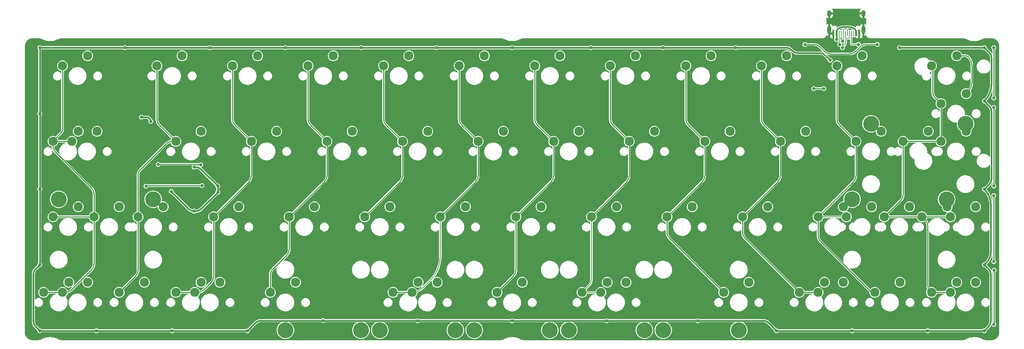
<source format=gbr>
%TF.GenerationSoftware,KiCad,Pcbnew,(7.0.0)*%
%TF.CreationDate,2023-10-06T18:22:25+02:00*%
%TF.ProjectId,mekanical,6d656b61-6e69-4636-916c-2e6b69636164,rev?*%
%TF.SameCoordinates,Original*%
%TF.FileFunction,Copper,L1,Top*%
%TF.FilePolarity,Positive*%
%FSLAX46Y46*%
G04 Gerber Fmt 4.6, Leading zero omitted, Abs format (unit mm)*
G04 Created by KiCad (PCBNEW (7.0.0)) date 2023-10-06 18:22:25*
%MOMM*%
%LPD*%
G01*
G04 APERTURE LIST*
%TA.AperFunction,SMDPad,CuDef*%
%ADD10R,0.600000X1.450000*%
%TD*%
%TA.AperFunction,SMDPad,CuDef*%
%ADD11R,0.280000X1.450000*%
%TD*%
%TA.AperFunction,ComponentPad*%
%ADD12O,1.000000X2.100000*%
%TD*%
%TA.AperFunction,ComponentPad*%
%ADD13O,1.000000X1.600000*%
%TD*%
%TA.AperFunction,ComponentPad*%
%ADD14C,2.300000*%
%TD*%
%TA.AperFunction,ComponentPad*%
%ADD15C,4.000000*%
%TD*%
%TA.AperFunction,ViaPad*%
%ADD16C,0.800000*%
%TD*%
%TA.AperFunction,Conductor*%
%ADD17C,0.250000*%
%TD*%
%TA.AperFunction,Conductor*%
%ADD18C,0.200000*%
%TD*%
%TA.AperFunction,Conductor*%
%ADD19C,0.381000*%
%TD*%
G04 APERTURE END LIST*
D10*
%TO.P,J2,A1,GND*%
%TO.N,GND*%
X237519114Y-30570155D03*
%TO.P,J2,A4,VBUS*%
%TO.N,VBUS*%
X236719114Y-30570155D03*
D11*
%TO.P,J2,A5,CC1*%
%TO.N,/CC1*%
X235519114Y-30570155D03*
%TO.P,J2,A6,D+*%
%TO.N,D_USB_P*%
X234519114Y-30570155D03*
%TO.P,J2,A7,D-*%
%TO.N,D_USB_N*%
X234019114Y-30570155D03*
%TO.P,J2,A8,SBU1*%
%TO.N,unconnected-(J2-SBU1-PadA8)*%
X233019114Y-30570155D03*
D10*
%TO.P,J2,A9,VBUS*%
%TO.N,VBUS*%
X231819114Y-30570155D03*
%TO.P,J2,A12,GND*%
%TO.N,GND*%
X231019114Y-30570155D03*
%TO.P,J2,B1,GND*%
X231019114Y-30570155D03*
%TO.P,J2,B4,VBUS*%
%TO.N,VBUS*%
X231819114Y-30570155D03*
D11*
%TO.P,J2,B5,CC2*%
%TO.N,/CC2*%
X232519114Y-30570155D03*
%TO.P,J2,B6,D+*%
%TO.N,D_USB_P*%
X233519114Y-30570155D03*
%TO.P,J2,B7,D-*%
%TO.N,D_USB_N*%
X235019114Y-30570155D03*
%TO.P,J2,B8,SBU2*%
%TO.N,unconnected-(J2-SBU2-PadB8)*%
X236019114Y-30570155D03*
D10*
%TO.P,J2,B9,VBUS*%
%TO.N,VBUS*%
X236719114Y-30570155D03*
%TO.P,J2,B12,GND*%
%TO.N,GND*%
X237519114Y-30570155D03*
D12*
%TO.P,J2,S1,SHIELD*%
X238589114Y-29655155D03*
D13*
X238589114Y-25475155D03*
D12*
X229949114Y-29655155D03*
D13*
X229949114Y-25475155D03*
%TD*%
D14*
%TO.P,MX50,1,1*%
%TO.N,COL9*%
X227171250Y-95885000D03*
%TO.P,MX50,2,2*%
%TO.N,Net-(D44-A)*%
X233521250Y-93345000D03*
%TD*%
%TO.P,MX23,1,1*%
%TO.N,COL10*%
X236696250Y-57785000D03*
%TO.P,MX23,2,2*%
%TO.N,Net-(D23-A)*%
X243046250Y-55245000D03*
%TD*%
%TO.P,MX51,1,1*%
%TO.N,COL11*%
X255746250Y-95885000D03*
%TO.P,MX51,2,2*%
%TO.N,Net-(D46-A)*%
X262096250Y-93345000D03*
%TD*%
%TO.P,MX39,1,1*%
%TO.N,COL2*%
X70008750Y-95885000D03*
%TO.P,MX39,2,2*%
%TO.N,Net-(D39-A)*%
X76358750Y-93345000D03*
%TD*%
%TO.P,MXshift2.25,1,1*%
%TO.N,COL0*%
X44608750Y-76835000D03*
%TO.P,MXshift2.25,2,2*%
%TO.N,Net-(D25-A)*%
X50958750Y-74295000D03*
%TD*%
%TO.P,MX27,1,1*%
%TO.N,COL2*%
X74771250Y-76835000D03*
%TO.P,MX27,2,2*%
%TO.N,Net-(D27-A)*%
X81121250Y-74295000D03*
%TD*%
%TO.P,MX11,1,1*%
%TO.N,COL10*%
X231933750Y-38735000D03*
%TO.P,MX11,2,2*%
%TO.N,Net-(D11-A)*%
X238283750Y-36195000D03*
%TD*%
%TO.P,MXenter2.25,1,1*%
%TO.N,COL11*%
X248602500Y-57785000D03*
%TO.P,MXenter2.25,2,2*%
%TO.N,Net-(D24-A)*%
X254952500Y-55245000D03*
%TD*%
D15*
%TO.P,S1,*%
%TO.N,*%
X207168750Y-105410000D03*
X92868750Y-105410000D03*
%TD*%
D14*
%TO.P,MX31,1,1*%
%TO.N,COL6*%
X150971250Y-76835000D03*
%TO.P,MX31,2,2*%
%TO.N,Net-(D31-A)*%
X157321250Y-74295000D03*
%TD*%
%TO.P,MX16,1,1*%
%TO.N,COL3*%
X103346250Y-57785000D03*
%TO.P,MX16,2,2*%
%TO.N,Net-(D16-A)*%
X109696250Y-55245000D03*
%TD*%
%TO.P,MX47,1,1*%
%TO.N,COL11*%
X260508750Y-76835000D03*
%TO.P,MX47,2,2*%
%TO.N,Net-(D36-A)*%
X266858750Y-74295000D03*
%TD*%
%TO.P,MX35,1,1*%
%TO.N,COL10*%
X227171250Y-76835000D03*
%TO.P,MX35,2,2*%
%TO.N,Net-(D35-A)*%
X233521250Y-74295000D03*
%TD*%
%TO.P,MXsplit2.75(1)1,1,1*%
%TO.N,COL7*%
X167640000Y-95885000D03*
%TO.P,MXsplit2.75(1)1,2,2*%
%TO.N,Net-(D47-A)*%
X173990000Y-93345000D03*
%TD*%
D15*
%TO.P,shift2.25,*%
%TO.N,*%
X35718750Y-72390000D03*
X59531250Y-72390000D03*
%TD*%
D14*
%TO.P,MX8,1,1*%
%TO.N,COL7*%
X174783750Y-38735000D03*
%TO.P,MX8,2,2*%
%TO.N,Net-(D8-A)*%
X181133750Y-36195000D03*
%TD*%
%TO.P,MX13,1,1*%
%TO.N,COL0*%
X39052500Y-57785000D03*
%TO.P,MX13,2,2*%
%TO.N,Net-(D13-A)*%
X45402500Y-55245000D03*
%TD*%
%TO.P,MX32,1,1*%
%TO.N,COL7*%
X170021250Y-76835000D03*
%TO.P,MX32,2,2*%
%TO.N,Net-(D32-A)*%
X176371250Y-74295000D03*
%TD*%
%TO.P,MXISO1,1,1*%
%TO.N,COL11*%
X258127500Y-48260000D03*
%TO.P,MXISO1,2,2*%
%TO.N,Net-(D12-A)*%
X264477500Y-45720000D03*
%TD*%
%TO.P,MX21,1,1*%
%TO.N,COL8*%
X198596250Y-57785000D03*
%TO.P,MX21,2,2*%
%TO.N,Net-(D21-A)*%
X204946250Y-55245000D03*
%TD*%
%TO.P,MXsplit2.75,1,1*%
%TO.N,COL5*%
X124777500Y-95885000D03*
%TO.P,MXsplit2.75,2,2*%
%TO.N,Net-(D40-A)*%
X131127500Y-93345000D03*
%TD*%
%TO.P,MX4,1,1*%
%TO.N,COL3*%
X98583750Y-38735000D03*
%TO.P,MX4,2,2*%
%TO.N,Net-(D4-A)*%
X104933750Y-36195000D03*
%TD*%
%TO.P,MX41,1,1*%
%TO.N,COL3*%
X89058750Y-95885000D03*
%TO.P,MX41,2,2*%
%TO.N,Net-(D41-A)*%
X95408750Y-93345000D03*
%TD*%
%TO.P,MX30,1,1*%
%TO.N,COL5*%
X131921250Y-76835000D03*
%TO.P,MX30,2,2*%
%TO.N,Net-(D30-A)*%
X138271250Y-74295000D03*
%TD*%
%TO.P,MX1,1,1*%
%TO.N,COL0*%
X36671250Y-38735000D03*
%TO.P,MX1,2,2*%
%TO.N,Net-(D1-A)*%
X43021250Y-36195000D03*
%TD*%
%TO.P,MX34,1,1*%
%TO.N,COL9*%
X208121250Y-76835000D03*
%TO.P,MX34,2,2*%
%TO.N,Net-(D34-A)*%
X214471250Y-74295000D03*
%TD*%
%TO.P,MX25,1,1*%
%TO.N,COL0*%
X34290000Y-76835000D03*
%TO.P,MX25,2,2*%
%TO.N,Net-(D25-A)*%
X40640000Y-74295000D03*
%TD*%
D15*
%TO.P,enter2.25,*%
%TO.N,*%
X240506250Y-53340000D03*
X264318750Y-53340000D03*
%TD*%
D14*
%TO.P,MX29,1,1*%
%TO.N,COL4*%
X112871250Y-76835000D03*
%TO.P,MX29,2,2*%
%TO.N,Net-(D29-A)*%
X119221250Y-74295000D03*
%TD*%
%TO.P,MX22,1,1*%
%TO.N,COL9*%
X217646250Y-57785000D03*
%TO.P,MX22,2,2*%
%TO.N,Net-(D22-A)*%
X223996250Y-55245000D03*
%TD*%
%TO.P,MX17,1,1*%
%TO.N,COL4*%
X122396250Y-57785000D03*
%TO.P,MX17,2,2*%
%TO.N,Net-(D17-A)*%
X128746250Y-55245000D03*
%TD*%
%TO.P,MX42,1,1*%
%TO.N,COL6*%
X146208750Y-95885000D03*
%TO.P,MX42,2,2*%
%TO.N,Net-(D42-A)*%
X152558750Y-93345000D03*
%TD*%
D15*
%TO.P,S4,*%
%TO.N,*%
X135731250Y-105410000D03*
X111918750Y-105410000D03*
%TD*%
D14*
%TO.P,MX49,1,1*%
%TO.N,COL2*%
X65246250Y-95885000D03*
%TO.P,MX49,2,2*%
%TO.N,Net-(D39-A)*%
X71596250Y-93345000D03*
%TD*%
%TO.P,MX40,1,1*%
%TO.N,COL10*%
X234315000Y-76835000D03*
%TO.P,MX40,2,2*%
%TO.N,Net-(D35-A)*%
X240665000Y-74295000D03*
%TD*%
%TO.P,MX26,1,1*%
%TO.N,COL1*%
X55721250Y-76835000D03*
%TO.P,MX26,2,2*%
%TO.N,Net-(D26-A)*%
X62071250Y-74295000D03*
%TD*%
%TO.P,MX3,1,1*%
%TO.N,COL2*%
X79533750Y-38735000D03*
%TO.P,MX3,2,2*%
%TO.N,Net-(D3-A)*%
X85883750Y-36195000D03*
%TD*%
D15*
%TO.P,S2,*%
%TO.N,*%
X188118750Y-105410000D03*
X164306250Y-105410000D03*
%TD*%
D14*
%TO.P,MX36,1,1*%
%TO.N,COL11*%
X253365000Y-76835000D03*
%TO.P,MX36,2,2*%
%TO.N,Net-(D36-A)*%
X259715000Y-74295000D03*
%TD*%
%TO.P,MX24,1,1*%
%TO.N,COL11*%
X258127500Y-57785000D03*
%TO.P,MX24,2,2*%
%TO.N,Net-(D24-A)*%
X264477500Y-55245000D03*
%TD*%
D15*
%TO.P,S5,*%
%TO.N,*%
X183356250Y-105410000D03*
X159543750Y-105410000D03*
%TD*%
D14*
%TO.P,MX33,1,1*%
%TO.N,COL8*%
X189071250Y-76835000D03*
%TO.P,MX33,2,2*%
%TO.N,Net-(D33-A)*%
X195421250Y-74295000D03*
%TD*%
%TO.P,MX5,1,1*%
%TO.N,COL4*%
X117633750Y-38735000D03*
%TO.P,MX5,2,2*%
%TO.N,Net-(D5-A)*%
X123983750Y-36195000D03*
%TD*%
%TO.P,MX44,1,1*%
%TO.N,COL9*%
X222408750Y-95885000D03*
%TO.P,MX44,2,2*%
%TO.N,Net-(D44-A)*%
X228758750Y-93345000D03*
%TD*%
D15*
%TO.P,S3,*%
%TO.N,*%
X140493750Y-105410000D03*
X116681250Y-105410000D03*
%TD*%
D14*
%TO.P,MXsplit2.25(1)1,1,1*%
%TO.N,COL5*%
X120015000Y-95885000D03*
%TO.P,MXsplit2.25(1)1,2,2*%
%TO.N,Net-(D40-A)*%
X126365000Y-93345000D03*
%TD*%
%TO.P,MX28,1,1*%
%TO.N,COL3*%
X93821250Y-76835000D03*
%TO.P,MX28,2,2*%
%TO.N,Net-(D28-A)*%
X100171250Y-74295000D03*
%TD*%
%TO.P,MX18,1,1*%
%TO.N,COL5*%
X141446250Y-57785000D03*
%TO.P,MX18,2,2*%
%TO.N,Net-(D18-A)*%
X147796250Y-55245000D03*
%TD*%
%TO.P,MXcaps1,1,1*%
%TO.N,COL0*%
X34290000Y-57785000D03*
%TO.P,MXcaps1,2,2*%
%TO.N,Net-(D13-A)*%
X40640000Y-55245000D03*
%TD*%
%TO.P,MX48,1,1*%
%TO.N,COL0*%
X36671250Y-95885000D03*
%TO.P,MX48,2,2*%
%TO.N,Net-(D37-A)*%
X43021250Y-93345000D03*
%TD*%
%TO.P,MX15,1,1*%
%TO.N,COL2*%
X84296250Y-57785000D03*
%TO.P,MX15,2,2*%
%TO.N,Net-(D15-A)*%
X90646250Y-55245000D03*
%TD*%
%TO.P,MX46,1,1*%
%TO.N,COL11*%
X260508750Y-95885000D03*
%TO.P,MX46,2,2*%
%TO.N,Net-(D46-A)*%
X266858750Y-93345000D03*
%TD*%
%TO.P,MX37,1,1*%
%TO.N,COL0*%
X31908750Y-95885000D03*
%TO.P,MX37,2,2*%
%TO.N,Net-(D37-A)*%
X38258750Y-93345000D03*
%TD*%
D15*
%TO.P,shift2.75,*%
%TO.N,*%
X235743750Y-72390000D03*
X259556250Y-72390000D03*
%TD*%
D14*
%TO.P,MX10,1,1*%
%TO.N,COL9*%
X212883750Y-38735000D03*
%TO.P,MX10,2,2*%
%TO.N,Net-(D10-A)*%
X219233750Y-36195000D03*
%TD*%
%TO.P,MX9,1,1*%
%TO.N,COL8*%
X193833750Y-38735000D03*
%TO.P,MX9,2,2*%
%TO.N,Net-(D9-A)*%
X200183750Y-36195000D03*
%TD*%
%TO.P,MX45,1,1*%
%TO.N,COL10*%
X241458750Y-95885000D03*
%TO.P,MX45,2,2*%
%TO.N,Net-(D45-A)*%
X247808750Y-93345000D03*
%TD*%
%TO.P,MX20,1,1*%
%TO.N,COL7*%
X179546250Y-57785000D03*
%TO.P,MX20,2,2*%
%TO.N,Net-(D20-A)*%
X185896250Y-55245000D03*
%TD*%
%TO.P,MX6,1,1*%
%TO.N,COL5*%
X136683750Y-38735000D03*
%TO.P,MX6,2,2*%
%TO.N,Net-(D6-A)*%
X143033750Y-36195000D03*
%TD*%
%TO.P,MXshift2.75,1,1*%
%TO.N,COL11*%
X243840000Y-76835000D03*
%TO.P,MXshift2.75,2,2*%
%TO.N,Net-(D36-A)*%
X250190000Y-74295000D03*
%TD*%
%TO.P,MX12,1,1*%
%TO.N,COL11*%
X255746250Y-38735000D03*
%TO.P,MX12,2,2*%
%TO.N,Net-(D12-A)*%
X262096250Y-36195000D03*
%TD*%
%TO.P,MX19,1,1*%
%TO.N,COL6*%
X160496250Y-57785000D03*
%TO.P,MX19,2,2*%
%TO.N,Net-(D19-A)*%
X166846250Y-55245000D03*
%TD*%
%TO.P,MXsplit2.25,1,1*%
%TO.N,COL7*%
X172402500Y-95885000D03*
%TO.P,MXsplit2.25,2,2*%
%TO.N,Net-(D47-A)*%
X178752500Y-93345000D03*
%TD*%
%TO.P,MX7,1,1*%
%TO.N,COL6*%
X155733750Y-38735000D03*
%TO.P,MX7,2,2*%
%TO.N,Net-(D7-A)*%
X162083750Y-36195000D03*
%TD*%
%TO.P,MX14,1,1*%
%TO.N,COL1*%
X65246250Y-57785000D03*
%TO.P,MX14,2,2*%
%TO.N,Net-(D14-A)*%
X71596250Y-55245000D03*
%TD*%
%TO.P,MX43,1,1*%
%TO.N,COL8*%
X203358750Y-95885000D03*
%TO.P,MX43,2,2*%
%TO.N,Net-(D43-A)*%
X209708750Y-93345000D03*
%TD*%
%TO.P,MX38,1,1*%
%TO.N,COL1*%
X50958750Y-95885000D03*
%TO.P,MX38,2,2*%
%TO.N,Net-(D38-A)*%
X57308750Y-93345000D03*
%TD*%
%TO.P,MX2,1,1*%
%TO.N,COL1*%
X60483750Y-38735000D03*
%TO.P,MX2,2,2*%
%TO.N,Net-(D2-A)*%
X66833750Y-36195000D03*
%TD*%
D16*
%TO.N,GND*%
X150014938Y-33130583D03*
X30956250Y-32543750D03*
X30956250Y-107156250D03*
%TO.N,ROW0*%
X228600000Y-44450000D03*
X226063000Y-44450000D03*
%TO.N,ROW1*%
X71558211Y-63675454D03*
X60780288Y-63594551D03*
%TO.N,GND*%
X241053249Y-34743140D03*
X271460531Y-48209953D03*
X254793750Y-107156250D03*
X83343750Y-107156250D03*
X52387500Y-32543750D03*
X45243750Y-107156250D03*
X269081250Y-32543750D03*
X73818750Y-32543750D03*
X53975000Y-53850500D03*
X70102229Y-79788928D03*
X206375000Y-32543750D03*
X56571139Y-55596882D03*
X92868750Y-32543750D03*
X188118750Y-32543750D03*
X68408159Y-70640483D03*
X271462500Y-70437997D03*
X169862500Y-32543750D03*
X216693750Y-107156250D03*
X130968750Y-32543750D03*
X59307990Y-51010126D03*
X61385212Y-67743808D03*
X79670438Y-68278415D03*
X63104625Y-56793510D03*
X65435620Y-61428999D03*
X64293750Y-107156250D03*
X235491679Y-34483918D03*
X111918750Y-32543750D03*
X247650000Y-32543750D03*
X228600000Y-37306250D03*
X235743750Y-107156250D03*
X269081250Y-107156250D03*
X226162000Y-34731111D03*
X56445750Y-66353872D03*
X271425276Y-89283983D03*
%TO.N,+5V*%
X269081250Y-69850000D03*
X64293750Y-105568750D03*
X83343750Y-105568750D03*
X173855174Y-103043952D03*
X56589038Y-51683133D03*
X150018750Y-34131250D03*
X30956250Y-105568750D03*
X196837613Y-103039291D03*
X269081250Y-47625000D03*
X30956250Y-88900000D03*
X30956250Y-69850000D03*
X269081250Y-34131250D03*
X188118750Y-34131250D03*
X235743750Y-105568750D03*
X269081250Y-105568750D03*
X130968750Y-34131250D03*
X230187500Y-37306250D03*
X92868750Y-34131250D03*
X247650000Y-34131250D03*
X206375000Y-34131250D03*
X269081250Y-88900000D03*
X150022986Y-103036226D03*
X30956250Y-34131250D03*
X52387500Y-34131250D03*
X169862500Y-34131250D03*
X254793750Y-105568750D03*
X45243750Y-105568750D03*
X102393750Y-103020027D03*
X73818750Y-34131250D03*
X126206250Y-103043952D03*
X216693750Y-105568750D03*
X58918250Y-52728331D03*
X30956250Y-50800000D03*
X111918750Y-34131250D03*
%TO.N,+3V3*%
X69850000Y-64293750D03*
X69850000Y-75406250D03*
X75828969Y-69056250D03*
X75828969Y-70643750D03*
X64077250Y-70427250D03*
%TO.N,VBUS*%
X231805189Y-32091019D03*
%TO.N,/CC1*%
X237331250Y-33337500D03*
%TO.N,D_USB_P*%
X233362500Y-32543750D03*
%TO.N,D_USB_N*%
X233334389Y-34125379D03*
%TO.N,/CC2*%
X232568750Y-33337500D03*
%TO.N,BOOT0*%
X57711669Y-69133610D03*
X71850104Y-68930176D03*
%TO.N,Net-(LED14-DOUT)*%
X271515700Y-90279387D03*
X271462500Y-103981250D03*
%TO.N,Net-(LED15-DOUT)*%
X271462500Y-88106250D03*
X271462500Y-71437500D03*
%TO.N,Net-(LED16-DOUT)*%
X271462500Y-69056250D03*
X271469958Y-49209411D03*
%TO.N,Net-(LED17-DOUT)*%
X271462500Y-46831250D03*
X271462500Y-34131250D03*
%TO.N,Net-(LED19-DOUT)*%
X242093750Y-33337500D03*
X223837500Y-33337500D03*
%TD*%
D17*
%TO.N,ROW0*%
X228600000Y-44450000D02*
X226063000Y-44450000D01*
%TO.N,Net-(D12-A)*%
X265906250Y-38516476D02*
X265906250Y-43056465D01*
X265033125Y-45164375D02*
X264477500Y-45720000D01*
X262096250Y-36195000D02*
X264258294Y-36195000D01*
X265906259Y-38516476D02*
G75*
G03*
X265086814Y-36538186I-2797759J-24D01*
G01*
X265033146Y-45164396D02*
G75*
G03*
X265906250Y-43056465I-2107946J2107896D01*
G01*
X265086817Y-36538183D02*
G75*
G03*
X264258294Y-36195000I-828517J-828517D01*
G01*
%TO.N,ROW1*%
X71451507Y-63568750D02*
X71558211Y-63675454D01*
X60780288Y-63594551D02*
X60806089Y-63568750D01*
X60806089Y-63568750D02*
X71451507Y-63568750D01*
%TO.N,COL0*%
X44022963Y-90120787D02*
X38844536Y-95299214D01*
X34290000Y-57785000D02*
X39052500Y-57785000D01*
X36446495Y-55496495D02*
X34383346Y-57559644D01*
X36671250Y-95885000D02*
X31908750Y-95885000D01*
X34290000Y-76835000D02*
X44608750Y-76835000D01*
X44608750Y-71012308D02*
X44608750Y-76835000D01*
X34875787Y-60450918D02*
X44022964Y-69598095D01*
X34290000Y-57785000D02*
X34290000Y-59036704D01*
X44608750Y-76835000D02*
X44608750Y-88706573D01*
X31908750Y-95885000D02*
X37430323Y-95885000D01*
X36671250Y-38735000D02*
X36671250Y-54953889D01*
X34383346Y-57559644D02*
G75*
G03*
X34290000Y-57785000I225354J-225356D01*
G01*
X34289998Y-59036704D02*
G75*
G03*
X34875788Y-60450917I2000002J4D01*
G01*
X37430323Y-95885016D02*
G75*
G03*
X38844536Y-95299214I-23J2000016D01*
G01*
X36446498Y-55496498D02*
G75*
G03*
X36671250Y-54953889I-542598J542598D01*
G01*
X44608758Y-71012308D02*
G75*
G03*
X44022963Y-69598096I-1999958J8D01*
G01*
X44022966Y-90120790D02*
G75*
G03*
X44608750Y-88706573I-1414166J1414190D01*
G01*
%TO.N,COL1*%
X60483750Y-38735000D02*
X60483750Y-52194073D01*
X62841408Y-58370787D02*
X56307036Y-64905159D01*
X55721250Y-66319372D02*
X55721250Y-76835000D01*
X55135463Y-91708287D02*
X50958750Y-95885000D01*
X55721250Y-76835000D02*
X55721250Y-90294073D01*
X65246250Y-57785000D02*
X64255622Y-57785000D01*
X61069537Y-53608287D02*
X65246250Y-57785000D01*
X64255622Y-57785016D02*
G75*
G03*
X62841408Y-58370787I-22J-1999984D01*
G01*
X56307060Y-64905183D02*
G75*
G03*
X55721250Y-66319372I1414140J-1414217D01*
G01*
X60483755Y-52194073D02*
G75*
G03*
X61069537Y-53608287I1999945J-27D01*
G01*
X55135466Y-91708290D02*
G75*
G03*
X55721250Y-90294073I-1414166J1414190D01*
G01*
%TO.N,COL2*%
X74185463Y-93334632D02*
X72220881Y-95299214D01*
X80119537Y-53608287D02*
X84296250Y-57785000D01*
X74771250Y-76835000D02*
X74771250Y-91920418D01*
X70008750Y-95885000D02*
X65246250Y-95885000D01*
X84296250Y-57785000D02*
X84296250Y-66481573D01*
X83710463Y-67895787D02*
X74771250Y-76835000D01*
X79533750Y-38735000D02*
X79533750Y-52194073D01*
X70806668Y-95885000D02*
X70008750Y-95885000D01*
X79533755Y-52194073D02*
G75*
G03*
X80119537Y-53608287I1999945J-27D01*
G01*
X70806668Y-95884977D02*
G75*
G03*
X72220881Y-95299214I32J1999977D01*
G01*
X83710466Y-67895790D02*
G75*
G03*
X84296250Y-66481573I-1414166J1414190D01*
G01*
X74185444Y-93334613D02*
G75*
G03*
X74771250Y-91920418I-1414144J1414213D01*
G01*
%TO.N,COL3*%
X99169537Y-53608287D02*
X103346250Y-57785000D01*
X93235463Y-86453156D02*
X89644536Y-90044083D01*
X98583750Y-38735000D02*
X98583750Y-52194073D01*
X93821250Y-76835000D02*
X93821250Y-85038942D01*
X103346250Y-57785000D02*
X103346250Y-66481573D01*
X89058750Y-91458296D02*
X89058750Y-95885000D01*
X102760463Y-67895787D02*
X93821250Y-76835000D01*
X93235432Y-86453125D02*
G75*
G03*
X93821250Y-85038942I-1414132J1414225D01*
G01*
X102760466Y-67895790D02*
G75*
G03*
X103346250Y-66481573I-1414166J1414190D01*
G01*
X89644548Y-90044095D02*
G75*
G03*
X89058750Y-91458296I1414152J-1414205D01*
G01*
X98583755Y-52194073D02*
G75*
G03*
X99169537Y-53608287I1999945J-27D01*
G01*
%TO.N,COL4*%
X117633750Y-38735000D02*
X117633750Y-52194073D01*
X118219537Y-53608287D02*
X122396250Y-57785000D01*
X121810463Y-67895787D02*
X112871250Y-76835000D01*
X122396250Y-57785000D02*
X122396250Y-66481573D01*
X117633755Y-52194073D02*
G75*
G03*
X118219537Y-53608287I1999945J-27D01*
G01*
X121810466Y-67895790D02*
G75*
G03*
X122396250Y-66481573I-1414166J1414190D01*
G01*
D18*
%TO.N,COL5*%
X131921250Y-76835000D02*
X131921250Y-86736648D01*
D17*
X124777500Y-95885000D02*
X120015000Y-95885000D01*
X141446250Y-57785000D02*
X141446250Y-66481573D01*
X137269537Y-53608287D02*
X141446250Y-57785000D01*
X140860463Y-67895787D02*
X131921250Y-76835000D01*
X136683750Y-38735000D02*
X136683750Y-52194073D01*
D18*
X129381250Y-92868750D02*
X127487532Y-94762468D01*
X129381248Y-92868748D02*
G75*
G03*
X131921250Y-86736648I-6132108J6132108D01*
G01*
D17*
X136683755Y-52194073D02*
G75*
G03*
X137269537Y-53608287I1999945J-27D01*
G01*
D18*
X124777500Y-95884989D02*
G75*
G03*
X127487532Y-94762468I0J3832589D01*
G01*
D17*
X140860466Y-67895790D02*
G75*
G03*
X141446250Y-66481573I-1414166J1414190D01*
G01*
%TO.N,COL6*%
X150385463Y-91708287D02*
X146208750Y-95885000D01*
X150971250Y-76835000D02*
X150971250Y-90294073D01*
X159910463Y-67895787D02*
X150971250Y-76835000D01*
X156319537Y-53608287D02*
X160496250Y-57785000D01*
X155733750Y-38735000D02*
X155733750Y-52194073D01*
X160496250Y-57785000D02*
X160496250Y-66481573D01*
X150385466Y-91708290D02*
G75*
G03*
X150971250Y-90294073I-1414166J1414190D01*
G01*
X155733755Y-52194073D02*
G75*
G03*
X156319537Y-53608287I1999945J-27D01*
G01*
X159910466Y-67895790D02*
G75*
G03*
X160496250Y-66481573I-1414166J1414190D01*
G01*
%TO.N,COL7*%
X175369537Y-53608287D02*
X179546250Y-57785000D01*
X178960463Y-67895787D02*
X170021250Y-76835000D01*
D18*
X170021250Y-76835000D02*
X170021250Y-92675323D01*
D17*
X174783750Y-38735000D02*
X174783750Y-52194073D01*
X179546250Y-57785000D02*
X179546250Y-66481573D01*
D18*
X167640000Y-95885000D02*
X172402500Y-95885000D01*
X169435463Y-94089537D02*
X167640000Y-95885000D01*
X169435441Y-94089515D02*
G75*
G03*
X170021250Y-92675323I-1414141J1414215D01*
G01*
D17*
X174783755Y-52194073D02*
G75*
G03*
X175369537Y-53608287I1999945J-27D01*
G01*
X178960466Y-67895790D02*
G75*
G03*
X179546250Y-66481573I-1414166J1414190D01*
G01*
%TO.N,COL8*%
X198596250Y-57785000D02*
X198596250Y-66481573D01*
X189657037Y-82183287D02*
X203358750Y-95885000D01*
X193833750Y-38735000D02*
X193833750Y-52194073D01*
X194419537Y-53608287D02*
X198596250Y-57785000D01*
X198010463Y-67895787D02*
X189071250Y-76835000D01*
X189071250Y-76835000D02*
X189071250Y-80769073D01*
X189071255Y-80769073D02*
G75*
G03*
X189657037Y-82183287I1999945J-27D01*
G01*
X193833755Y-52194073D02*
G75*
G03*
X194419537Y-53608287I1999945J-27D01*
G01*
X198010466Y-67895790D02*
G75*
G03*
X198596250Y-66481573I-1414166J1414190D01*
G01*
%TO.N,COL9*%
X208121250Y-76835000D02*
X208121250Y-80769073D01*
X217646250Y-57785000D02*
X217646250Y-66481573D01*
X217060463Y-67895787D02*
X208121250Y-76835000D01*
X212883750Y-38735000D02*
X212883750Y-52194073D01*
X222408750Y-95885000D02*
X227171250Y-95885000D01*
X213469537Y-53608287D02*
X217646250Y-57785000D01*
X208707037Y-82183287D02*
X222408750Y-95885000D01*
X217060466Y-67895790D02*
G75*
G03*
X217646250Y-66481573I-1414166J1414190D01*
G01*
X212883755Y-52194073D02*
G75*
G03*
X213469537Y-53608287I1999945J-27D01*
G01*
X208121255Y-80769073D02*
G75*
G03*
X208707037Y-82183287I1999945J-27D01*
G01*
%TO.N,COL10*%
X236110463Y-67895787D02*
X227171250Y-76835000D01*
X231933750Y-38735000D02*
X231933750Y-52194073D01*
X227757037Y-82993418D02*
X240648619Y-95885000D01*
D18*
X227171250Y-76835000D02*
X234315000Y-76835000D01*
D17*
X236696250Y-57785000D02*
X236696250Y-66481573D01*
X232519537Y-53608287D02*
X236696250Y-57785000D01*
X240648619Y-95885000D02*
X241458750Y-95885000D01*
X227171250Y-76835000D02*
X227171250Y-81579204D01*
X227171233Y-81579204D02*
G75*
G03*
X227757037Y-82993418I1999967J4D01*
G01*
X231933755Y-52194073D02*
G75*
G03*
X232519537Y-53608287I1999945J-27D01*
G01*
X236110466Y-67895790D02*
G75*
G03*
X236696250Y-66481573I-1414166J1414190D01*
G01*
%TO.N,COL11*%
X248602500Y-57785000D02*
X248602500Y-71244073D01*
X256051400Y-45355473D02*
X256051400Y-39687500D01*
X254806100Y-79104527D02*
X254806100Y-94116423D01*
X243840000Y-76835000D02*
X253365000Y-76835000D01*
X256051400Y-39687500D02*
X256051400Y-38735000D01*
X248016713Y-72658287D02*
X243840000Y-76835000D01*
X255391887Y-95530637D02*
X255746250Y-95885000D01*
X253365000Y-76835000D02*
X254220314Y-77690314D01*
X256637187Y-46769687D02*
X258127500Y-48260000D01*
X255746250Y-95885000D02*
X260508750Y-95885000D01*
X253365000Y-76835000D02*
X260508750Y-76835000D01*
X248602500Y-57785000D02*
X258127500Y-57785000D01*
X258127500Y-48260000D02*
X258127500Y-57785000D01*
X254806080Y-79104527D02*
G75*
G03*
X254220313Y-77690315I-1999980J27D01*
G01*
X254806084Y-94116423D02*
G75*
G03*
X255391887Y-95530637I2000016J23D01*
G01*
X256051420Y-45355473D02*
G75*
G03*
X256637188Y-46769686I1999980J-27D01*
G01*
X248016727Y-72658301D02*
G75*
G03*
X248602500Y-71244073I-1414227J1414201D01*
G01*
%TO.N,+5V*%
X103186973Y-103020027D02*
X103187500Y-103019500D01*
D19*
X103187500Y-103019500D02*
X127000000Y-103019500D01*
D17*
X126206250Y-103043952D02*
X126975548Y-103043952D01*
D19*
X228988648Y-36107398D02*
X230187500Y-37306250D01*
D17*
X150022986Y-103036226D02*
X150795774Y-103036226D01*
X102393750Y-103020027D02*
X103186973Y-103020027D01*
D19*
X269081250Y-105568750D02*
X270128464Y-104521536D01*
X83343750Y-105568750D02*
X85307214Y-103605286D01*
X269081250Y-88900000D02*
X269623891Y-88357359D01*
D17*
X174600548Y-103043952D02*
X174625000Y-103019500D01*
X126975548Y-103043952D02*
X127000000Y-103019500D01*
D19*
X30956250Y-69850000D02*
X30956250Y-88900000D01*
X220454537Y-34717037D02*
X220673325Y-34935825D01*
X222087538Y-35521611D02*
X227574434Y-35521611D01*
D17*
X197623959Y-103039291D02*
X197643750Y-103019500D01*
D19*
X270128463Y-89947213D02*
X269081250Y-88900000D01*
X270714250Y-103107323D02*
X270714250Y-91361427D01*
X29909037Y-104521537D02*
X30956250Y-105568750D01*
D17*
X173855174Y-103043952D02*
X174600548Y-103043952D01*
D19*
X216693750Y-105568750D02*
X269081250Y-105568750D01*
X30956250Y-50800000D02*
X30956250Y-69850000D01*
X269081250Y-69850000D02*
X270301214Y-68630036D01*
X30956250Y-88900000D02*
X29909036Y-89947214D01*
X214730287Y-103605287D02*
X216693750Y-105568750D01*
X29323250Y-91361427D02*
X29323250Y-103107323D01*
X270887000Y-67215823D02*
X270887000Y-50259177D01*
X150812500Y-103019500D02*
X174625000Y-103019500D01*
X270301213Y-48844963D02*
X269081250Y-47625000D01*
X30956250Y-34131250D02*
X30956250Y-50800000D01*
X127000000Y-103019500D02*
X150812500Y-103019500D01*
X206375000Y-34131250D02*
X30956250Y-34131250D01*
D17*
X196837613Y-103039291D02*
X197623959Y-103039291D01*
D19*
X197643750Y-103019500D02*
X213316073Y-103019500D01*
X270887000Y-36765427D02*
X270887000Y-42800566D01*
X270714250Y-73792410D02*
X270714250Y-85725000D01*
X174625000Y-103019500D02*
X197643750Y-103019500D01*
D17*
X150795774Y-103036226D02*
X150812500Y-103019500D01*
D19*
X269081250Y-34131250D02*
X247650000Y-34131250D01*
X57873052Y-51683133D02*
X56589038Y-51683133D01*
X270886445Y-43266874D02*
X270886445Y-42862500D01*
X30956250Y-105568750D02*
X83343750Y-105568750D01*
X86721427Y-103019500D02*
X103187500Y-103019500D01*
X206375000Y-34131250D02*
X219040323Y-34131250D01*
X269081250Y-34131250D02*
X270301213Y-35351213D01*
X270714230Y-73792410D02*
G75*
G03*
X269081249Y-69850001I-5575430J10D01*
G01*
X86721427Y-103019520D02*
G75*
G03*
X85307215Y-103605287I-27J-1999980D01*
G01*
X220454515Y-34717059D02*
G75*
G03*
X219040323Y-34131250I-1414215J-1414141D01*
G01*
X228988629Y-36107417D02*
G75*
G03*
X227574434Y-35521611I-1414229J-1414183D01*
G01*
X29909033Y-89947211D02*
G75*
G03*
X29323250Y-91361427I1414167J-1414189D01*
G01*
X270887016Y-50259177D02*
G75*
G03*
X270301213Y-48844963I-2000016J-23D01*
G01*
X58918267Y-52728331D02*
G75*
G03*
X57873052Y-51683133I-1045167J31D01*
G01*
X270714245Y-91361427D02*
G75*
G03*
X270128463Y-89947213I-1999945J27D01*
G01*
X270128442Y-104521514D02*
G75*
G03*
X270714250Y-103107323I-1414142J1414214D01*
G01*
X270886980Y-36765427D02*
G75*
G03*
X270301212Y-35351214I-1999980J27D01*
G01*
X220673304Y-34935846D02*
G75*
G03*
X222087538Y-35521611I1414196J1414246D01*
G01*
X270301203Y-68630025D02*
G75*
G03*
X270887000Y-67215823I-1414203J1414225D01*
G01*
X214730301Y-103605273D02*
G75*
G03*
X213316073Y-103019500I-1414201J-1414227D01*
G01*
X269623898Y-88357366D02*
G75*
G03*
X270714250Y-85725000I-2632398J2632366D01*
G01*
X269081268Y-47625018D02*
G75*
G03*
X270886445Y-43266874I-4358168J4358118D01*
G01*
X29323220Y-103107323D02*
G75*
G03*
X29909038Y-104521536I1999980J23D01*
G01*
%TO.N,+3V3*%
X75828969Y-69056250D02*
X75828969Y-70643750D01*
X70238042Y-75406250D02*
X69850000Y-75406250D01*
X69850000Y-64293750D02*
X70238042Y-64293750D01*
X75828969Y-70643750D02*
X71652255Y-74820464D01*
X71652256Y-64879537D02*
X75828969Y-69056250D01*
X64077250Y-70427250D02*
X68494984Y-74844984D01*
X70238042Y-75406294D02*
G75*
G03*
X71652255Y-74820464I-42J1999994D01*
G01*
X71652225Y-64879568D02*
G75*
G03*
X70238042Y-64293750I-1414225J-1414132D01*
G01*
X68494991Y-74844977D02*
G75*
G03*
X69850000Y-75406250I1355009J1354977D01*
G01*
%TO.N,VBUS*%
X236719115Y-30570156D02*
X236719115Y-30131037D01*
X233490222Y-28925056D02*
X235048008Y-28925056D01*
X236719115Y-30770156D02*
X236719115Y-30331037D01*
X231805189Y-32091019D02*
X231805189Y-30164659D01*
X231819115Y-30770156D02*
X231819115Y-32077093D01*
X231819115Y-30770156D02*
X231819115Y-30331038D01*
X231819115Y-32077093D02*
X231805189Y-32091019D01*
X232076035Y-29510868D02*
G75*
G03*
X231805189Y-30164659I653765J-653832D01*
G01*
X233490222Y-28925085D02*
G75*
G03*
X232076009Y-29510842I-22J-2000015D01*
G01*
X236719080Y-30131037D02*
G75*
G03*
X236462222Y-29510843I-877080J37D01*
G01*
X232075991Y-29510824D02*
G75*
G03*
X231819115Y-30131038I620209J-620176D01*
G01*
X236462227Y-29510838D02*
G75*
G03*
X235048008Y-28925056I-1414227J-1414262D01*
G01*
D18*
%TO.N,/CC1*%
X237331250Y-33337500D02*
X235743750Y-33337500D01*
X235519115Y-33112865D02*
X235519115Y-30570156D01*
X235519100Y-33112865D02*
G75*
G03*
X235743750Y-33337500I224600J-35D01*
G01*
%TO.N,D_USB_P*%
X233698715Y-29415556D02*
X234339515Y-29415556D01*
X233519115Y-30570156D02*
X233519115Y-32387135D01*
X234519115Y-29595156D02*
X234519115Y-30570156D01*
X233519115Y-30570156D02*
X233519115Y-29595156D01*
X233519115Y-32387135D02*
X233362500Y-32543750D01*
X233698715Y-29415615D02*
G75*
G03*
X233519115Y-29595156I-15J-179585D01*
G01*
X234519144Y-29595156D02*
G75*
G03*
X234339515Y-29415556I-179644J-44D01*
G01*
%TO.N,D_USB_N*%
X234156250Y-31795156D02*
X234156250Y-32475091D01*
X234019115Y-30570156D02*
X234019115Y-31658021D01*
X233570463Y-33889305D02*
X233334389Y-34125379D01*
X234156250Y-31795156D02*
X234904844Y-31795156D01*
X235019115Y-31680885D02*
X235019115Y-30570156D01*
X234904844Y-31795215D02*
G75*
G03*
X235019115Y-31680885I-44J114315D01*
G01*
X234019144Y-31658021D02*
G75*
G03*
X234156250Y-31795156I137156J21D01*
G01*
X233570457Y-33889299D02*
G75*
G03*
X234156250Y-32475091I-1414157J1414199D01*
G01*
%TO.N,/CC2*%
X232568750Y-33337500D02*
X232519115Y-33287865D01*
X232519115Y-33287865D02*
X232519115Y-30570156D01*
D17*
%TO.N,BOOT0*%
X57915103Y-68930176D02*
X71850104Y-68930176D01*
X57915103Y-68930176D02*
X57711669Y-69133610D01*
%TO.N,Net-(LED14-DOUT)*%
X271462500Y-103981250D02*
X271522414Y-103921336D01*
X271515700Y-90279387D02*
X271515700Y-103928050D01*
X271515700Y-103928050D02*
X271462500Y-103981250D01*
%TO.N,Net-(LED15-DOUT)*%
X271462500Y-88106250D02*
X271462500Y-71437500D01*
%TO.N,Net-(LED16-DOUT)*%
X271462500Y-69056250D02*
X271462500Y-49216869D01*
X271462500Y-49216869D02*
X271469958Y-49209411D01*
%TO.N,Net-(LED17-DOUT)*%
X271462500Y-46831250D02*
X271462500Y-34131250D01*
%TO.N,Net-(LED19-DOUT)*%
X224592174Y-33337500D02*
X226218750Y-33337500D01*
X223837500Y-33337500D02*
X226184073Y-33337500D01*
X230222177Y-35718750D02*
X235146878Y-35718750D01*
X239184982Y-33337500D02*
X242093750Y-33337500D01*
X236561092Y-35132963D02*
X237770769Y-33923286D01*
X224587394Y-33337500D02*
X224584014Y-33334120D01*
X227598287Y-33923287D02*
X228807964Y-35132964D01*
X224584035Y-33334099D02*
G75*
G03*
X224592174Y-33337500I8165J8099D01*
G01*
X227598301Y-33923273D02*
G75*
G03*
X226184073Y-33337500I-1414201J-1414227D01*
G01*
X235146878Y-35718749D02*
G75*
G03*
X236561092Y-35132963I22J1999949D01*
G01*
X228807986Y-35132942D02*
G75*
G03*
X230222177Y-35718750I1414214J1414142D01*
G01*
X239184982Y-33337488D02*
G75*
G03*
X237770769Y-33923286I18J-2000012D01*
G01*
%TD*%
%TA.AperFunction,Conductor*%
%TO.N,GND*%
G36*
X237988398Y-24352818D02*
G01*
X237992531Y-24358836D01*
X237992208Y-24366130D01*
X237987558Y-24371759D01*
X237974350Y-24379991D01*
X237973426Y-24380706D01*
X237826867Y-24520021D01*
X237826111Y-24520901D01*
X237710590Y-24686875D01*
X237710029Y-24687885D01*
X237630285Y-24873712D01*
X237629937Y-24874818D01*
X237589231Y-25072900D01*
X237589115Y-25074046D01*
X237589115Y-25222869D01*
X237589784Y-25224486D01*
X237591402Y-25225156D01*
X238827615Y-25225156D01*
X238835747Y-25228524D01*
X238839115Y-25236656D01*
X238839115Y-26746861D01*
X238839480Y-26748097D01*
X238840684Y-26748261D01*
X238841608Y-26748021D01*
X239031231Y-26677794D01*
X239032277Y-26677280D01*
X239203879Y-26570320D01*
X239204803Y-26569605D01*
X239242577Y-26533699D01*
X239250694Y-26530536D01*
X239258700Y-26533971D01*
X239262000Y-26542034D01*
X239262000Y-28337982D01*
X239258968Y-28345763D01*
X239251470Y-28349441D01*
X239243461Y-28347076D01*
X239121266Y-28252490D01*
X239120287Y-28251880D01*
X238938727Y-28162821D01*
X238937654Y-28162423D01*
X238840819Y-28137351D01*
X238839508Y-28137417D01*
X238839115Y-28138672D01*
X238839115Y-31176861D01*
X238839480Y-31178097D01*
X238840684Y-31178261D01*
X238841608Y-31178021D01*
X239031231Y-31107794D01*
X239032277Y-31107280D01*
X239203879Y-31000320D01*
X239204802Y-30999606D01*
X239262736Y-30944534D01*
X239270184Y-30941379D01*
X239277868Y-30943909D01*
X239281984Y-30950872D01*
X239292399Y-31009938D01*
X239292572Y-31010413D01*
X239292573Y-31010417D01*
X239351734Y-31172960D01*
X239352275Y-31174445D01*
X239352525Y-31174879D01*
X239352527Y-31174882D01*
X239395753Y-31249750D01*
X239439808Y-31326055D01*
X239552337Y-31460163D01*
X239686445Y-31572692D01*
X239838055Y-31660225D01*
X240002562Y-31720101D01*
X240174968Y-31750500D01*
X240262401Y-31750500D01*
X240262500Y-31750500D01*
X240263000Y-31750500D01*
X263463445Y-31750500D01*
X263463679Y-31750500D01*
X263464206Y-31750512D01*
X263507711Y-31752509D01*
X263718536Y-31764598D01*
X263719418Y-31764685D01*
X263821156Y-31778774D01*
X263821484Y-31778825D01*
X263977775Y-31805976D01*
X263978400Y-31806103D01*
X264084619Y-31830899D01*
X264085229Y-31831059D01*
X264237405Y-31875918D01*
X264237733Y-31876022D01*
X264335201Y-31908437D01*
X264336049Y-31908757D01*
X264493789Y-31975695D01*
X264528998Y-31990636D01*
X264529119Y-31990688D01*
X264570528Y-32008823D01*
X264570485Y-32008919D01*
X264571027Y-32009045D01*
X264735133Y-32090113D01*
X265076750Y-32224680D01*
X265428389Y-32330326D01*
X265787605Y-32406316D01*
X266151903Y-32452123D01*
X266518750Y-32467427D01*
X266885597Y-32452123D01*
X267249895Y-32406316D01*
X267609111Y-32330326D01*
X267960750Y-32224680D01*
X268302367Y-32090113D01*
X268466514Y-32009025D01*
X268466515Y-32009027D01*
X268466688Y-32008940D01*
X268467153Y-32008722D01*
X268506718Y-31991395D01*
X268701926Y-31908575D01*
X268702708Y-31908280D01*
X268798769Y-31876333D01*
X268798951Y-31876276D01*
X268952966Y-31830875D01*
X268953499Y-31830735D01*
X269058471Y-31806230D01*
X269059012Y-31806120D01*
X269217191Y-31778640D01*
X269217369Y-31778612D01*
X269317656Y-31764724D01*
X269318489Y-31764643D01*
X269531767Y-31752398D01*
X269572918Y-31750509D01*
X269573456Y-31750558D01*
X269573456Y-31750500D01*
X269573555Y-31750500D01*
X270843250Y-31750500D01*
X270843380Y-31750500D01*
X270844131Y-31750524D01*
X270924940Y-31755819D01*
X270925005Y-31755850D01*
X270925005Y-31755823D01*
X270925141Y-31755832D01*
X271112736Y-31769278D01*
X271114130Y-31769467D01*
X271230484Y-31792609D01*
X271380629Y-31825268D01*
X271381848Y-31825606D01*
X271501505Y-31866222D01*
X271501725Y-31866300D01*
X271638359Y-31917258D01*
X271639389Y-31917703D01*
X271755472Y-31974947D01*
X271755857Y-31975147D01*
X271785629Y-31991403D01*
X271881117Y-32043542D01*
X271881995Y-32044073D01*
X271940370Y-32083076D01*
X271989743Y-32116065D01*
X271990769Y-32116750D01*
X271991272Y-32117106D01*
X272104469Y-32201842D01*
X272105159Y-32202402D01*
X272203954Y-32289040D01*
X272204479Y-32289531D01*
X272303667Y-32388716D01*
X272304214Y-32389263D01*
X272304726Y-32389809D01*
X272379516Y-32475090D01*
X272391371Y-32488607D01*
X272391931Y-32489298D01*
X272476661Y-32602482D01*
X272477017Y-32602985D01*
X272549701Y-32711762D01*
X272550232Y-32712640D01*
X272618617Y-32837875D01*
X272618838Y-32838300D01*
X272676067Y-32954346D01*
X272676528Y-32955413D01*
X272727465Y-33091982D01*
X272727580Y-33092304D01*
X272768172Y-33211878D01*
X272768519Y-33213130D01*
X272801166Y-33363203D01*
X272801208Y-33363404D01*
X272824319Y-33479591D01*
X272824511Y-33481015D01*
X272838359Y-33674633D01*
X272838363Y-33674701D01*
X272843238Y-33749076D01*
X272843192Y-33749901D01*
X272843250Y-33749901D01*
X272843250Y-105949629D01*
X272843225Y-105950381D01*
X272837607Y-106036084D01*
X272837603Y-106036150D01*
X272824612Y-106218220D01*
X272824420Y-106219646D01*
X272800072Y-106342049D01*
X272800030Y-106342250D01*
X272768756Y-106486013D01*
X272768409Y-106487265D01*
X272726456Y-106610850D01*
X272726341Y-106611172D01*
X272676915Y-106743687D01*
X272676454Y-106744754D01*
X272617743Y-106863806D01*
X272617522Y-106864231D01*
X272550808Y-106986407D01*
X272550277Y-106987285D01*
X272475947Y-107098525D01*
X272475591Y-107099028D01*
X272392741Y-107209701D01*
X272392181Y-107210392D01*
X272303683Y-107311301D01*
X272303169Y-107311850D01*
X272205609Y-107409408D01*
X272205059Y-107409922D01*
X272104154Y-107498410D01*
X272103464Y-107498970D01*
X271992793Y-107581816D01*
X271992290Y-107582172D01*
X271881047Y-107656501D01*
X271880169Y-107657032D01*
X271757992Y-107723742D01*
X271757567Y-107723963D01*
X271638505Y-107782675D01*
X271637438Y-107783136D01*
X271504917Y-107832561D01*
X271504594Y-107832676D01*
X271381018Y-107874622D01*
X271379766Y-107874969D01*
X271236012Y-107906237D01*
X271235811Y-107906279D01*
X271113371Y-107930632D01*
X271111948Y-107930824D01*
X270935760Y-107943421D01*
X270935692Y-107943425D01*
X270843750Y-107949450D01*
X270843741Y-107949321D01*
X270842945Y-107949500D01*
X269727396Y-107949500D01*
X269726840Y-107949487D01*
X269685945Y-107947507D01*
X269685806Y-107947499D01*
X269457819Y-107933698D01*
X269456851Y-107933598D01*
X269352879Y-107918407D01*
X269352468Y-107918339D01*
X269184461Y-107887532D01*
X269183781Y-107887386D01*
X269074804Y-107860510D01*
X269074135Y-107860324D01*
X268911021Y-107809464D01*
X268910625Y-107809332D01*
X268811562Y-107774453D01*
X268810659Y-107774092D01*
X268602124Y-107680176D01*
X268601997Y-107680118D01*
X268565208Y-107663012D01*
X268564721Y-107662771D01*
X268564448Y-107662628D01*
X268564434Y-107662621D01*
X268393754Y-107572917D01*
X268393747Y-107572914D01*
X268393525Y-107572797D01*
X268393281Y-107572695D01*
X268036481Y-107423654D01*
X268036464Y-107423648D01*
X268036254Y-107423560D01*
X268036036Y-107423490D01*
X268036026Y-107423487D01*
X267667494Y-107306349D01*
X267667493Y-107306348D01*
X267667258Y-107306274D01*
X267667016Y-107306220D01*
X267667009Y-107306218D01*
X267289647Y-107221902D01*
X267289628Y-107221898D01*
X267289388Y-107221845D01*
X267197849Y-107209701D01*
X266905807Y-107170957D01*
X266905798Y-107170956D01*
X266905563Y-107170925D01*
X266905325Y-107170914D01*
X266905319Y-107170914D01*
X266519000Y-107153919D01*
X266518750Y-107153908D01*
X266518500Y-107153919D01*
X266132180Y-107170914D01*
X266132172Y-107170914D01*
X266131937Y-107170925D01*
X266131703Y-107170956D01*
X266131692Y-107170957D01*
X265748375Y-107221810D01*
X265748372Y-107221810D01*
X265748112Y-107221845D01*
X265747874Y-107221897D01*
X265747852Y-107221902D01*
X265370490Y-107306218D01*
X265370477Y-107306221D01*
X265370242Y-107306274D01*
X265370011Y-107306347D01*
X265370005Y-107306349D01*
X265001473Y-107423487D01*
X265001455Y-107423493D01*
X265001246Y-107423560D01*
X265001042Y-107423645D01*
X265001018Y-107423654D01*
X264644218Y-107572695D01*
X264644208Y-107572699D01*
X264643975Y-107572797D01*
X264643760Y-107572909D01*
X264643745Y-107572917D01*
X264473050Y-107662629D01*
X264473032Y-107662630D01*
X264473035Y-107662636D01*
X264472840Y-107662738D01*
X264472359Y-107662976D01*
X264435162Y-107680271D01*
X264435036Y-107680329D01*
X264226916Y-107774062D01*
X264226012Y-107774423D01*
X264126669Y-107809399D01*
X264126273Y-107809531D01*
X263963493Y-107860287D01*
X263962824Y-107860473D01*
X263853590Y-107887413D01*
X263852910Y-107887559D01*
X263685231Y-107918306D01*
X263684820Y-107918374D01*
X263580566Y-107933606D01*
X263579598Y-107933706D01*
X263352057Y-107947477D01*
X263351918Y-107947485D01*
X263310577Y-107949487D01*
X263310021Y-107949500D01*
X153227396Y-107949500D01*
X153226840Y-107949487D01*
X153185945Y-107947507D01*
X153185806Y-107947499D01*
X152957819Y-107933698D01*
X152956851Y-107933598D01*
X152852879Y-107918407D01*
X152852468Y-107918339D01*
X152684461Y-107887532D01*
X152683781Y-107887386D01*
X152574804Y-107860510D01*
X152574135Y-107860324D01*
X152411021Y-107809464D01*
X152410625Y-107809332D01*
X152311562Y-107774453D01*
X152310659Y-107774092D01*
X152102124Y-107680176D01*
X152101997Y-107680118D01*
X152065208Y-107663012D01*
X152064721Y-107662771D01*
X152064448Y-107662628D01*
X152064434Y-107662621D01*
X151893754Y-107572917D01*
X151893747Y-107572914D01*
X151893525Y-107572797D01*
X151893281Y-107572695D01*
X151536481Y-107423654D01*
X151536464Y-107423648D01*
X151536254Y-107423560D01*
X151536036Y-107423490D01*
X151536026Y-107423487D01*
X151167494Y-107306349D01*
X151167493Y-107306348D01*
X151167258Y-107306274D01*
X151167016Y-107306220D01*
X151167009Y-107306218D01*
X150789647Y-107221902D01*
X150789628Y-107221898D01*
X150789388Y-107221845D01*
X150697849Y-107209701D01*
X150405807Y-107170957D01*
X150405798Y-107170956D01*
X150405563Y-107170925D01*
X150405325Y-107170914D01*
X150405319Y-107170914D01*
X150019000Y-107153919D01*
X150018750Y-107153908D01*
X150018500Y-107153919D01*
X149632180Y-107170914D01*
X149632172Y-107170914D01*
X149631937Y-107170925D01*
X149631703Y-107170956D01*
X149631692Y-107170957D01*
X149248375Y-107221810D01*
X149248372Y-107221810D01*
X149248112Y-107221845D01*
X149247874Y-107221897D01*
X149247852Y-107221902D01*
X148870490Y-107306218D01*
X148870477Y-107306221D01*
X148870242Y-107306274D01*
X148870011Y-107306347D01*
X148870005Y-107306349D01*
X148501473Y-107423487D01*
X148501455Y-107423493D01*
X148501246Y-107423560D01*
X148501042Y-107423645D01*
X148501018Y-107423654D01*
X148144218Y-107572695D01*
X148144208Y-107572699D01*
X148143975Y-107572797D01*
X148143760Y-107572909D01*
X148143745Y-107572917D01*
X147973050Y-107662629D01*
X147973032Y-107662630D01*
X147973035Y-107662636D01*
X147972840Y-107662738D01*
X147972359Y-107662976D01*
X147935162Y-107680271D01*
X147935036Y-107680329D01*
X147726916Y-107774062D01*
X147726012Y-107774423D01*
X147626669Y-107809399D01*
X147626273Y-107809531D01*
X147463493Y-107860287D01*
X147462824Y-107860473D01*
X147353590Y-107887413D01*
X147352910Y-107887559D01*
X147185231Y-107918306D01*
X147184820Y-107918374D01*
X147080566Y-107933606D01*
X147079598Y-107933706D01*
X146852057Y-107947477D01*
X146851918Y-107947485D01*
X146810577Y-107949487D01*
X146810021Y-107949500D01*
X36727396Y-107949500D01*
X36726840Y-107949487D01*
X36685945Y-107947507D01*
X36685806Y-107947499D01*
X36457819Y-107933698D01*
X36456851Y-107933598D01*
X36352879Y-107918407D01*
X36352468Y-107918339D01*
X36184461Y-107887532D01*
X36183781Y-107887386D01*
X36074804Y-107860510D01*
X36074135Y-107860324D01*
X35911021Y-107809464D01*
X35910625Y-107809332D01*
X35811562Y-107774453D01*
X35810659Y-107774092D01*
X35602124Y-107680176D01*
X35601997Y-107680118D01*
X35565208Y-107663012D01*
X35564721Y-107662771D01*
X35564448Y-107662628D01*
X35564434Y-107662621D01*
X35393754Y-107572917D01*
X35393747Y-107572914D01*
X35393525Y-107572797D01*
X35393281Y-107572695D01*
X35036481Y-107423654D01*
X35036464Y-107423648D01*
X35036254Y-107423560D01*
X35036036Y-107423490D01*
X35036026Y-107423487D01*
X34667494Y-107306349D01*
X34667493Y-107306348D01*
X34667258Y-107306274D01*
X34667016Y-107306220D01*
X34667009Y-107306218D01*
X34289647Y-107221902D01*
X34289628Y-107221898D01*
X34289388Y-107221845D01*
X34197849Y-107209701D01*
X33905807Y-107170957D01*
X33905798Y-107170956D01*
X33905563Y-107170925D01*
X33905325Y-107170914D01*
X33905319Y-107170914D01*
X33519000Y-107153919D01*
X33518750Y-107153908D01*
X33518500Y-107153919D01*
X33132180Y-107170914D01*
X33132172Y-107170914D01*
X33131937Y-107170925D01*
X33131703Y-107170956D01*
X33131692Y-107170957D01*
X32748375Y-107221810D01*
X32748372Y-107221810D01*
X32748112Y-107221845D01*
X32747874Y-107221897D01*
X32747852Y-107221902D01*
X32370490Y-107306218D01*
X32370477Y-107306221D01*
X32370242Y-107306274D01*
X32370011Y-107306347D01*
X32370005Y-107306349D01*
X32001473Y-107423487D01*
X32001455Y-107423493D01*
X32001246Y-107423560D01*
X32001042Y-107423645D01*
X32001018Y-107423654D01*
X31644218Y-107572695D01*
X31644208Y-107572699D01*
X31643975Y-107572797D01*
X31643760Y-107572909D01*
X31643745Y-107572917D01*
X31473050Y-107662629D01*
X31473032Y-107662630D01*
X31473035Y-107662636D01*
X31472840Y-107662738D01*
X31472359Y-107662976D01*
X31435162Y-107680271D01*
X31435036Y-107680329D01*
X31226916Y-107774062D01*
X31226012Y-107774423D01*
X31126669Y-107809399D01*
X31126273Y-107809531D01*
X30963493Y-107860287D01*
X30962824Y-107860473D01*
X30853590Y-107887413D01*
X30852910Y-107887559D01*
X30685231Y-107918306D01*
X30684820Y-107918374D01*
X30580566Y-107933606D01*
X30579598Y-107933706D01*
X30352057Y-107947477D01*
X30351918Y-107947485D01*
X30310577Y-107949487D01*
X30310021Y-107949500D01*
X29194121Y-107949500D01*
X29193369Y-107949475D01*
X29110168Y-107944021D01*
X29110102Y-107943989D01*
X29110101Y-107944017D01*
X28925155Y-107930789D01*
X28923731Y-107930597D01*
X28804421Y-107906865D01*
X28804220Y-107906823D01*
X28657312Y-107874865D01*
X28656060Y-107874518D01*
X28534477Y-107833246D01*
X28534155Y-107833131D01*
X28399612Y-107782949D01*
X28398545Y-107782488D01*
X28281006Y-107724524D01*
X28280581Y-107724303D01*
X28156865Y-107656749D01*
X28155987Y-107656218D01*
X28045978Y-107582712D01*
X28045475Y-107582356D01*
X27934084Y-107498970D01*
X27933537Y-107498561D01*
X27932861Y-107498012D01*
X27833016Y-107410450D01*
X27832466Y-107409936D01*
X27733812Y-107311282D01*
X27733298Y-107310732D01*
X27729454Y-107306349D01*
X27645732Y-107210882D01*
X27645193Y-107210218D01*
X27561391Y-107098271D01*
X27561036Y-107097770D01*
X27487530Y-106987761D01*
X27486999Y-106986883D01*
X27486739Y-106986407D01*
X27419437Y-106863153D01*
X27419224Y-106862742D01*
X27406376Y-106836688D01*
X27361255Y-106745192D01*
X27360805Y-106744150D01*
X27310596Y-106609536D01*
X27310523Y-106609332D01*
X27269226Y-106487673D01*
X27268888Y-106486455D01*
X27236903Y-106339425D01*
X27213148Y-106219998D01*
X27212961Y-106218609D01*
X27199728Y-106033580D01*
X27194275Y-105950381D01*
X27194250Y-105949629D01*
X27194250Y-103107442D01*
X28932220Y-103107442D01*
X28932221Y-103241284D01*
X28932221Y-103241301D01*
X28932222Y-103241605D01*
X28932256Y-103241911D01*
X28932257Y-103241920D01*
X28962259Y-103508162D01*
X28962294Y-103508470D01*
X28962359Y-103508759D01*
X28962362Y-103508771D01*
X28994516Y-103649634D01*
X29022057Y-103770290D01*
X29022158Y-103770579D01*
X29022159Y-103770582D01*
X29110652Y-104023466D01*
X29110657Y-104023479D01*
X29110760Y-104023772D01*
X29110900Y-104024063D01*
X29110901Y-104024065D01*
X29227138Y-104265422D01*
X29227286Y-104265728D01*
X29227453Y-104265993D01*
X29227457Y-104266001D01*
X29253674Y-104307723D01*
X29370170Y-104493116D01*
X29380503Y-104506072D01*
X29444989Y-104586932D01*
X29537616Y-104703076D01*
X29537844Y-104703304D01*
X29537845Y-104703305D01*
X29610797Y-104776254D01*
X29632562Y-104798019D01*
X29632565Y-104798023D01*
X29652441Y-104817898D01*
X30352690Y-105518147D01*
X30355448Y-105522582D01*
X30355960Y-105527780D01*
X30350666Y-105568005D01*
X30350568Y-105568750D01*
X30350666Y-105569494D01*
X30367611Y-105698209D01*
X30371206Y-105725512D01*
X30431714Y-105871591D01*
X30432168Y-105872183D01*
X30432169Y-105872184D01*
X30499360Y-105959750D01*
X30527968Y-105997032D01*
X30653409Y-106093286D01*
X30799488Y-106153794D01*
X30956250Y-106174432D01*
X31113012Y-106153794D01*
X31259091Y-106093286D01*
X31384532Y-105997032D01*
X31409686Y-105964249D01*
X31413725Y-105960936D01*
X31418811Y-105959750D01*
X44781189Y-105959750D01*
X44786275Y-105960936D01*
X44790313Y-105964249D01*
X44803248Y-105981107D01*
X44815468Y-105997032D01*
X44940909Y-106093286D01*
X45086988Y-106153794D01*
X45243750Y-106174432D01*
X45400512Y-106153794D01*
X45546591Y-106093286D01*
X45672032Y-105997032D01*
X45697186Y-105964249D01*
X45701225Y-105960936D01*
X45706311Y-105959750D01*
X63831189Y-105959750D01*
X63836275Y-105960936D01*
X63840313Y-105964249D01*
X63853248Y-105981107D01*
X63865468Y-105997032D01*
X63990909Y-106093286D01*
X64136988Y-106153794D01*
X64293750Y-106174432D01*
X64450512Y-106153794D01*
X64596591Y-106093286D01*
X64722032Y-105997032D01*
X64747186Y-105964249D01*
X64751225Y-105960936D01*
X64756311Y-105959750D01*
X82881189Y-105959750D01*
X82886275Y-105960936D01*
X82890313Y-105964249D01*
X82903248Y-105981107D01*
X82915468Y-105997032D01*
X83040909Y-106093286D01*
X83186988Y-106153794D01*
X83343750Y-106174432D01*
X83500512Y-106153794D01*
X83646591Y-106093286D01*
X83772032Y-105997032D01*
X83868286Y-105871591D01*
X83928794Y-105725512D01*
X83949432Y-105568750D01*
X83944038Y-105527779D01*
X83944550Y-105522582D01*
X83947306Y-105518149D01*
X85583432Y-103882024D01*
X85583950Y-103881540D01*
X85741365Y-103743492D01*
X85742543Y-103742588D01*
X85916312Y-103626482D01*
X85917588Y-103625746D01*
X86105013Y-103533321D01*
X86106394Y-103532748D01*
X86304281Y-103465578D01*
X86305716Y-103465194D01*
X86510680Y-103424426D01*
X86512150Y-103424233D01*
X86721346Y-103410524D01*
X86722096Y-103410500D01*
X86777639Y-103410501D01*
X86777642Y-103410500D01*
X91898757Y-103410500D01*
X91905906Y-103412992D01*
X91909957Y-103419389D01*
X91909153Y-103426917D01*
X91903843Y-103432314D01*
X91766473Y-103500057D01*
X91766469Y-103500059D01*
X91766139Y-103500222D01*
X91765845Y-103500417D01*
X91765830Y-103500427D01*
X91526609Y-103660270D01*
X91526600Y-103660276D01*
X91526296Y-103660480D01*
X91526017Y-103660724D01*
X91526010Y-103660730D01*
X91309715Y-103850416D01*
X91309707Y-103850423D01*
X91309423Y-103850673D01*
X91309173Y-103850957D01*
X91309166Y-103850965D01*
X91119480Y-104067260D01*
X91119474Y-104067267D01*
X91119230Y-104067546D01*
X91119026Y-104067850D01*
X91119020Y-104067859D01*
X90959177Y-104307080D01*
X90959167Y-104307095D01*
X90958972Y-104307389D01*
X90958809Y-104307719D01*
X90958807Y-104307723D01*
X90831558Y-104565758D01*
X90831554Y-104565766D01*
X90831391Y-104566098D01*
X90831276Y-104566435D01*
X90831270Y-104566451D01*
X90738789Y-104838892D01*
X90738787Y-104838899D01*
X90738669Y-104839247D01*
X90738597Y-104839607D01*
X90738595Y-104839616D01*
X90682467Y-105121790D01*
X90682465Y-105121801D01*
X90682394Y-105122161D01*
X90663528Y-105410000D01*
X90682394Y-105697839D01*
X90682465Y-105698200D01*
X90682467Y-105698209D01*
X90734491Y-105959750D01*
X90738669Y-105980753D01*
X90738788Y-105981104D01*
X90738789Y-105981107D01*
X90831270Y-106253548D01*
X90831274Y-106253558D01*
X90831391Y-106253902D01*
X90958972Y-106512611D01*
X90959172Y-106512910D01*
X90959177Y-106512919D01*
X91113372Y-106743687D01*
X91119230Y-106752454D01*
X91309423Y-106969327D01*
X91526296Y-107159520D01*
X91537817Y-107167218D01*
X91765830Y-107319572D01*
X91765835Y-107319574D01*
X91766139Y-107319778D01*
X92024848Y-107447359D01*
X92025198Y-107447478D01*
X92025201Y-107447479D01*
X92054024Y-107457263D01*
X92297997Y-107540081D01*
X92580911Y-107596356D01*
X92868750Y-107615222D01*
X93156589Y-107596356D01*
X93439503Y-107540081D01*
X93712652Y-107447359D01*
X93971361Y-107319778D01*
X94211204Y-107159520D01*
X94428077Y-106969327D01*
X94618270Y-106752454D01*
X94778528Y-106512611D01*
X94906109Y-106253902D01*
X94998831Y-105980753D01*
X95055106Y-105697839D01*
X95073972Y-105410000D01*
X95055106Y-105122161D01*
X94998831Y-104839247D01*
X94906109Y-104566098D01*
X94778528Y-104307389D01*
X94763439Y-104284807D01*
X94618479Y-104067859D01*
X94618270Y-104067546D01*
X94428077Y-103850673D01*
X94211204Y-103660480D01*
X94194825Y-103649536D01*
X93971669Y-103500427D01*
X93971660Y-103500422D01*
X93971361Y-103500222D01*
X93833656Y-103432313D01*
X93828347Y-103426917D01*
X93827543Y-103419389D01*
X93831594Y-103412992D01*
X93838743Y-103410500D01*
X101930784Y-103410500D01*
X101935870Y-103411686D01*
X101939908Y-103414999D01*
X101965009Y-103447711D01*
X101965468Y-103448309D01*
X102090909Y-103544563D01*
X102236988Y-103605071D01*
X102393750Y-103625709D01*
X102550512Y-103605071D01*
X102696591Y-103544563D01*
X102822032Y-103448309D01*
X102847591Y-103414999D01*
X102851630Y-103411686D01*
X102856716Y-103410500D01*
X103156726Y-103410500D01*
X103218274Y-103410500D01*
X110948757Y-103410500D01*
X110955906Y-103412992D01*
X110959957Y-103419389D01*
X110959153Y-103426917D01*
X110953843Y-103432314D01*
X110816473Y-103500057D01*
X110816469Y-103500059D01*
X110816139Y-103500222D01*
X110815845Y-103500417D01*
X110815830Y-103500427D01*
X110576609Y-103660270D01*
X110576600Y-103660276D01*
X110576296Y-103660480D01*
X110576017Y-103660724D01*
X110576010Y-103660730D01*
X110359715Y-103850416D01*
X110359707Y-103850423D01*
X110359423Y-103850673D01*
X110359173Y-103850957D01*
X110359166Y-103850965D01*
X110169480Y-104067260D01*
X110169474Y-104067267D01*
X110169230Y-104067546D01*
X110169026Y-104067850D01*
X110169020Y-104067859D01*
X110009177Y-104307080D01*
X110009167Y-104307095D01*
X110008972Y-104307389D01*
X110008809Y-104307719D01*
X110008807Y-104307723D01*
X109881558Y-104565758D01*
X109881554Y-104565766D01*
X109881391Y-104566098D01*
X109881276Y-104566435D01*
X109881270Y-104566451D01*
X109788789Y-104838892D01*
X109788787Y-104838899D01*
X109788669Y-104839247D01*
X109788597Y-104839607D01*
X109788595Y-104839616D01*
X109732467Y-105121790D01*
X109732465Y-105121801D01*
X109732394Y-105122161D01*
X109713528Y-105410000D01*
X109732394Y-105697839D01*
X109732465Y-105698200D01*
X109732467Y-105698209D01*
X109784491Y-105959750D01*
X109788669Y-105980753D01*
X109788788Y-105981104D01*
X109788789Y-105981107D01*
X109881270Y-106253548D01*
X109881274Y-106253558D01*
X109881391Y-106253902D01*
X110008972Y-106512611D01*
X110009172Y-106512910D01*
X110009177Y-106512919D01*
X110163372Y-106743687D01*
X110169230Y-106752454D01*
X110359423Y-106969327D01*
X110576296Y-107159520D01*
X110587817Y-107167218D01*
X110815830Y-107319572D01*
X110815835Y-107319574D01*
X110816139Y-107319778D01*
X111074848Y-107447359D01*
X111075198Y-107447478D01*
X111075201Y-107447479D01*
X111104024Y-107457263D01*
X111347997Y-107540081D01*
X111630911Y-107596356D01*
X111918750Y-107615222D01*
X112206589Y-107596356D01*
X112489503Y-107540081D01*
X112762652Y-107447359D01*
X113021361Y-107319778D01*
X113261204Y-107159520D01*
X113478077Y-106969327D01*
X113668270Y-106752454D01*
X113828528Y-106512611D01*
X113956109Y-106253902D01*
X114048831Y-105980753D01*
X114105106Y-105697839D01*
X114123972Y-105410000D01*
X114105106Y-105122161D01*
X114048831Y-104839247D01*
X113956109Y-104566098D01*
X113828528Y-104307389D01*
X113813439Y-104284807D01*
X113668479Y-104067859D01*
X113668270Y-104067546D01*
X113478077Y-103850673D01*
X113261204Y-103660480D01*
X113244825Y-103649536D01*
X113021669Y-103500427D01*
X113021660Y-103500422D01*
X113021361Y-103500222D01*
X112883656Y-103432313D01*
X112878347Y-103426917D01*
X112877543Y-103419389D01*
X112881594Y-103412992D01*
X112888743Y-103410500D01*
X115711257Y-103410500D01*
X115718406Y-103412992D01*
X115722457Y-103419389D01*
X115721653Y-103426917D01*
X115716343Y-103432314D01*
X115578973Y-103500057D01*
X115578969Y-103500059D01*
X115578639Y-103500222D01*
X115578345Y-103500417D01*
X115578330Y-103500427D01*
X115339109Y-103660270D01*
X115339100Y-103660276D01*
X115338796Y-103660480D01*
X115338517Y-103660724D01*
X115338510Y-103660730D01*
X115122215Y-103850416D01*
X115122207Y-103850423D01*
X115121923Y-103850673D01*
X115121673Y-103850957D01*
X115121666Y-103850965D01*
X114931980Y-104067260D01*
X114931974Y-104067267D01*
X114931730Y-104067546D01*
X114931526Y-104067850D01*
X114931520Y-104067859D01*
X114771677Y-104307080D01*
X114771667Y-104307095D01*
X114771472Y-104307389D01*
X114771309Y-104307719D01*
X114771307Y-104307723D01*
X114644058Y-104565758D01*
X114644054Y-104565766D01*
X114643891Y-104566098D01*
X114643776Y-104566435D01*
X114643770Y-104566451D01*
X114551289Y-104838892D01*
X114551287Y-104838899D01*
X114551169Y-104839247D01*
X114551097Y-104839607D01*
X114551095Y-104839616D01*
X114494967Y-105121790D01*
X114494965Y-105121801D01*
X114494894Y-105122161D01*
X114476028Y-105410000D01*
X114494894Y-105697839D01*
X114494965Y-105698200D01*
X114494967Y-105698209D01*
X114546991Y-105959750D01*
X114551169Y-105980753D01*
X114551288Y-105981104D01*
X114551289Y-105981107D01*
X114643770Y-106253548D01*
X114643774Y-106253558D01*
X114643891Y-106253902D01*
X114771472Y-106512611D01*
X114771672Y-106512910D01*
X114771677Y-106512919D01*
X114925872Y-106743687D01*
X114931730Y-106752454D01*
X115121923Y-106969327D01*
X115338796Y-107159520D01*
X115350317Y-107167218D01*
X115578330Y-107319572D01*
X115578335Y-107319574D01*
X115578639Y-107319778D01*
X115837348Y-107447359D01*
X115837698Y-107447478D01*
X115837701Y-107447479D01*
X115866524Y-107457263D01*
X116110497Y-107540081D01*
X116393411Y-107596356D01*
X116681250Y-107615222D01*
X116969089Y-107596356D01*
X117252003Y-107540081D01*
X117525152Y-107447359D01*
X117783861Y-107319778D01*
X118023704Y-107159520D01*
X118240577Y-106969327D01*
X118430770Y-106752454D01*
X118591028Y-106512611D01*
X118718609Y-106253902D01*
X118811331Y-105980753D01*
X118867606Y-105697839D01*
X118886472Y-105410000D01*
X118867606Y-105122161D01*
X118811331Y-104839247D01*
X118718609Y-104566098D01*
X118591028Y-104307389D01*
X118575939Y-104284807D01*
X118430979Y-104067859D01*
X118430770Y-104067546D01*
X118240577Y-103850673D01*
X118023704Y-103660480D01*
X118007325Y-103649536D01*
X117784169Y-103500427D01*
X117784160Y-103500422D01*
X117783861Y-103500222D01*
X117646156Y-103432313D01*
X117640847Y-103426917D01*
X117640043Y-103419389D01*
X117644094Y-103412992D01*
X117651243Y-103410500D01*
X125724926Y-103410500D01*
X125730012Y-103411686D01*
X125734050Y-103414999D01*
X125774743Y-103468031D01*
X125777968Y-103472234D01*
X125903409Y-103568488D01*
X126049488Y-103628996D01*
X126206250Y-103649634D01*
X126363012Y-103628996D01*
X126509091Y-103568488D01*
X126634532Y-103472234D01*
X126678449Y-103414999D01*
X126682488Y-103411686D01*
X126687574Y-103410500D01*
X126969226Y-103410500D01*
X127030774Y-103410500D01*
X134761257Y-103410500D01*
X134768406Y-103412992D01*
X134772457Y-103419389D01*
X134771653Y-103426917D01*
X134766343Y-103432314D01*
X134628973Y-103500057D01*
X134628969Y-103500059D01*
X134628639Y-103500222D01*
X134628345Y-103500417D01*
X134628330Y-103500427D01*
X134389109Y-103660270D01*
X134389100Y-103660276D01*
X134388796Y-103660480D01*
X134388517Y-103660724D01*
X134388510Y-103660730D01*
X134172215Y-103850416D01*
X134172207Y-103850423D01*
X134171923Y-103850673D01*
X134171673Y-103850957D01*
X134171666Y-103850965D01*
X133981980Y-104067260D01*
X133981974Y-104067267D01*
X133981730Y-104067546D01*
X133981526Y-104067850D01*
X133981520Y-104067859D01*
X133821677Y-104307080D01*
X133821667Y-104307095D01*
X133821472Y-104307389D01*
X133821309Y-104307719D01*
X133821307Y-104307723D01*
X133694058Y-104565758D01*
X133694054Y-104565766D01*
X133693891Y-104566098D01*
X133693776Y-104566435D01*
X133693770Y-104566451D01*
X133601289Y-104838892D01*
X133601287Y-104838899D01*
X133601169Y-104839247D01*
X133601097Y-104839607D01*
X133601095Y-104839616D01*
X133544967Y-105121790D01*
X133544965Y-105121801D01*
X133544894Y-105122161D01*
X133526028Y-105410000D01*
X133544894Y-105697839D01*
X133544965Y-105698200D01*
X133544967Y-105698209D01*
X133596991Y-105959750D01*
X133601169Y-105980753D01*
X133601288Y-105981104D01*
X133601289Y-105981107D01*
X133693770Y-106253548D01*
X133693774Y-106253558D01*
X133693891Y-106253902D01*
X133821472Y-106512611D01*
X133821672Y-106512910D01*
X133821677Y-106512919D01*
X133975872Y-106743687D01*
X133981730Y-106752454D01*
X134171923Y-106969327D01*
X134388796Y-107159520D01*
X134400317Y-107167218D01*
X134628330Y-107319572D01*
X134628335Y-107319574D01*
X134628639Y-107319778D01*
X134887348Y-107447359D01*
X134887698Y-107447478D01*
X134887701Y-107447479D01*
X134916524Y-107457263D01*
X135160497Y-107540081D01*
X135443411Y-107596356D01*
X135731250Y-107615222D01*
X136019089Y-107596356D01*
X136302003Y-107540081D01*
X136575152Y-107447359D01*
X136833861Y-107319778D01*
X137073704Y-107159520D01*
X137290577Y-106969327D01*
X137480770Y-106752454D01*
X137641028Y-106512611D01*
X137768609Y-106253902D01*
X137861331Y-105980753D01*
X137917606Y-105697839D01*
X137936472Y-105410000D01*
X137917606Y-105122161D01*
X137861331Y-104839247D01*
X137768609Y-104566098D01*
X137641028Y-104307389D01*
X137625939Y-104284807D01*
X137480979Y-104067859D01*
X137480770Y-104067546D01*
X137290577Y-103850673D01*
X137073704Y-103660480D01*
X137057325Y-103649536D01*
X136834169Y-103500427D01*
X136834160Y-103500422D01*
X136833861Y-103500222D01*
X136696156Y-103432313D01*
X136690847Y-103426917D01*
X136690043Y-103419389D01*
X136694094Y-103412992D01*
X136701243Y-103410500D01*
X139523757Y-103410500D01*
X139530906Y-103412992D01*
X139534957Y-103419389D01*
X139534153Y-103426917D01*
X139528843Y-103432314D01*
X139391473Y-103500057D01*
X139391469Y-103500059D01*
X139391139Y-103500222D01*
X139390845Y-103500417D01*
X139390830Y-103500427D01*
X139151609Y-103660270D01*
X139151600Y-103660276D01*
X139151296Y-103660480D01*
X139151017Y-103660724D01*
X139151010Y-103660730D01*
X138934715Y-103850416D01*
X138934707Y-103850423D01*
X138934423Y-103850673D01*
X138934173Y-103850957D01*
X138934166Y-103850965D01*
X138744480Y-104067260D01*
X138744474Y-104067267D01*
X138744230Y-104067546D01*
X138744026Y-104067850D01*
X138744020Y-104067859D01*
X138584177Y-104307080D01*
X138584167Y-104307095D01*
X138583972Y-104307389D01*
X138583809Y-104307719D01*
X138583807Y-104307723D01*
X138456558Y-104565758D01*
X138456554Y-104565766D01*
X138456391Y-104566098D01*
X138456276Y-104566435D01*
X138456270Y-104566451D01*
X138363789Y-104838892D01*
X138363787Y-104838899D01*
X138363669Y-104839247D01*
X138363597Y-104839607D01*
X138363595Y-104839616D01*
X138307467Y-105121790D01*
X138307465Y-105121801D01*
X138307394Y-105122161D01*
X138288528Y-105410000D01*
X138307394Y-105697839D01*
X138307465Y-105698200D01*
X138307467Y-105698209D01*
X138359491Y-105959750D01*
X138363669Y-105980753D01*
X138363788Y-105981104D01*
X138363789Y-105981107D01*
X138456270Y-106253548D01*
X138456274Y-106253558D01*
X138456391Y-106253902D01*
X138583972Y-106512611D01*
X138584172Y-106512910D01*
X138584177Y-106512919D01*
X138738372Y-106743687D01*
X138744230Y-106752454D01*
X138934423Y-106969327D01*
X139151296Y-107159520D01*
X139162817Y-107167218D01*
X139390830Y-107319572D01*
X139390835Y-107319574D01*
X139391139Y-107319778D01*
X139649848Y-107447359D01*
X139650198Y-107447478D01*
X139650201Y-107447479D01*
X139679024Y-107457263D01*
X139922997Y-107540081D01*
X140205911Y-107596356D01*
X140493750Y-107615222D01*
X140781589Y-107596356D01*
X141064503Y-107540081D01*
X141337652Y-107447359D01*
X141596361Y-107319778D01*
X141836204Y-107159520D01*
X142053077Y-106969327D01*
X142243270Y-106752454D01*
X142403528Y-106512611D01*
X142531109Y-106253902D01*
X142623831Y-105980753D01*
X142680106Y-105697839D01*
X142698972Y-105410000D01*
X142680106Y-105122161D01*
X142623831Y-104839247D01*
X142531109Y-104566098D01*
X142403528Y-104307389D01*
X142388439Y-104284807D01*
X142243479Y-104067859D01*
X142243270Y-104067546D01*
X142053077Y-103850673D01*
X141836204Y-103660480D01*
X141819825Y-103649536D01*
X141596669Y-103500427D01*
X141596660Y-103500422D01*
X141596361Y-103500222D01*
X141458656Y-103432313D01*
X141453347Y-103426917D01*
X141452543Y-103419389D01*
X141456594Y-103412992D01*
X141463743Y-103410500D01*
X149547590Y-103410500D01*
X149552676Y-103411686D01*
X149556714Y-103414999D01*
X149594245Y-103463910D01*
X149594704Y-103464508D01*
X149720145Y-103560762D01*
X149866224Y-103621270D01*
X150022986Y-103641908D01*
X150179748Y-103621270D01*
X150325827Y-103560762D01*
X150451268Y-103464508D01*
X150489257Y-103414999D01*
X150493296Y-103411686D01*
X150498382Y-103410500D01*
X150781726Y-103410500D01*
X150843274Y-103410500D01*
X158573757Y-103410500D01*
X158580906Y-103412992D01*
X158584957Y-103419389D01*
X158584153Y-103426917D01*
X158578843Y-103432314D01*
X158441473Y-103500057D01*
X158441469Y-103500059D01*
X158441139Y-103500222D01*
X158440845Y-103500417D01*
X158440830Y-103500427D01*
X158201609Y-103660270D01*
X158201600Y-103660276D01*
X158201296Y-103660480D01*
X158201017Y-103660724D01*
X158201010Y-103660730D01*
X157984715Y-103850416D01*
X157984707Y-103850423D01*
X157984423Y-103850673D01*
X157984173Y-103850957D01*
X157984166Y-103850965D01*
X157794480Y-104067260D01*
X157794474Y-104067267D01*
X157794230Y-104067546D01*
X157794026Y-104067850D01*
X157794020Y-104067859D01*
X157634177Y-104307080D01*
X157634167Y-104307095D01*
X157633972Y-104307389D01*
X157633809Y-104307719D01*
X157633807Y-104307723D01*
X157506558Y-104565758D01*
X157506554Y-104565766D01*
X157506391Y-104566098D01*
X157506276Y-104566435D01*
X157506270Y-104566451D01*
X157413789Y-104838892D01*
X157413787Y-104838899D01*
X157413669Y-104839247D01*
X157413597Y-104839607D01*
X157413595Y-104839616D01*
X157357467Y-105121790D01*
X157357465Y-105121801D01*
X157357394Y-105122161D01*
X157338528Y-105410000D01*
X157357394Y-105697839D01*
X157357465Y-105698200D01*
X157357467Y-105698209D01*
X157409491Y-105959750D01*
X157413669Y-105980753D01*
X157413788Y-105981104D01*
X157413789Y-105981107D01*
X157506270Y-106253548D01*
X157506274Y-106253558D01*
X157506391Y-106253902D01*
X157633972Y-106512611D01*
X157634172Y-106512910D01*
X157634177Y-106512919D01*
X157788372Y-106743687D01*
X157794230Y-106752454D01*
X157984423Y-106969327D01*
X158201296Y-107159520D01*
X158212817Y-107167218D01*
X158440830Y-107319572D01*
X158440835Y-107319574D01*
X158441139Y-107319778D01*
X158699848Y-107447359D01*
X158700198Y-107447478D01*
X158700201Y-107447479D01*
X158729024Y-107457263D01*
X158972997Y-107540081D01*
X159255911Y-107596356D01*
X159543750Y-107615222D01*
X159831589Y-107596356D01*
X160114503Y-107540081D01*
X160387652Y-107447359D01*
X160646361Y-107319778D01*
X160886204Y-107159520D01*
X161103077Y-106969327D01*
X161293270Y-106752454D01*
X161453528Y-106512611D01*
X161581109Y-106253902D01*
X161673831Y-105980753D01*
X161730106Y-105697839D01*
X161748972Y-105410000D01*
X161730106Y-105122161D01*
X161673831Y-104839247D01*
X161581109Y-104566098D01*
X161453528Y-104307389D01*
X161438439Y-104284807D01*
X161293479Y-104067859D01*
X161293270Y-104067546D01*
X161103077Y-103850673D01*
X160886204Y-103660480D01*
X160869825Y-103649536D01*
X160646669Y-103500427D01*
X160646660Y-103500422D01*
X160646361Y-103500222D01*
X160508656Y-103432313D01*
X160503347Y-103426917D01*
X160502543Y-103419389D01*
X160506594Y-103412992D01*
X160513743Y-103410500D01*
X163336257Y-103410500D01*
X163343406Y-103412992D01*
X163347457Y-103419389D01*
X163346653Y-103426917D01*
X163341343Y-103432314D01*
X163203973Y-103500057D01*
X163203969Y-103500059D01*
X163203639Y-103500222D01*
X163203345Y-103500417D01*
X163203330Y-103500427D01*
X162964109Y-103660270D01*
X162964100Y-103660276D01*
X162963796Y-103660480D01*
X162963517Y-103660724D01*
X162963510Y-103660730D01*
X162747215Y-103850416D01*
X162747207Y-103850423D01*
X162746923Y-103850673D01*
X162746673Y-103850957D01*
X162746666Y-103850965D01*
X162556980Y-104067260D01*
X162556974Y-104067267D01*
X162556730Y-104067546D01*
X162556526Y-104067850D01*
X162556520Y-104067859D01*
X162396677Y-104307080D01*
X162396667Y-104307095D01*
X162396472Y-104307389D01*
X162396309Y-104307719D01*
X162396307Y-104307723D01*
X162269058Y-104565758D01*
X162269054Y-104565766D01*
X162268891Y-104566098D01*
X162268776Y-104566435D01*
X162268770Y-104566451D01*
X162176289Y-104838892D01*
X162176287Y-104838899D01*
X162176169Y-104839247D01*
X162176097Y-104839607D01*
X162176095Y-104839616D01*
X162119967Y-105121790D01*
X162119965Y-105121801D01*
X162119894Y-105122161D01*
X162101028Y-105410000D01*
X162119894Y-105697839D01*
X162119965Y-105698200D01*
X162119967Y-105698209D01*
X162171991Y-105959750D01*
X162176169Y-105980753D01*
X162176288Y-105981104D01*
X162176289Y-105981107D01*
X162268770Y-106253548D01*
X162268774Y-106253558D01*
X162268891Y-106253902D01*
X162396472Y-106512611D01*
X162396672Y-106512910D01*
X162396677Y-106512919D01*
X162550872Y-106743687D01*
X162556730Y-106752454D01*
X162746923Y-106969327D01*
X162963796Y-107159520D01*
X162975317Y-107167218D01*
X163203330Y-107319572D01*
X163203335Y-107319574D01*
X163203639Y-107319778D01*
X163462348Y-107447359D01*
X163462698Y-107447478D01*
X163462701Y-107447479D01*
X163491524Y-107457263D01*
X163735497Y-107540081D01*
X164018411Y-107596356D01*
X164306250Y-107615222D01*
X164594089Y-107596356D01*
X164877003Y-107540081D01*
X165150152Y-107447359D01*
X165408861Y-107319778D01*
X165648704Y-107159520D01*
X165865577Y-106969327D01*
X166055770Y-106752454D01*
X166216028Y-106512611D01*
X166343609Y-106253902D01*
X166436331Y-105980753D01*
X166492606Y-105697839D01*
X166511472Y-105410000D01*
X166492606Y-105122161D01*
X166436331Y-104839247D01*
X166343609Y-104566098D01*
X166216028Y-104307389D01*
X166200939Y-104284807D01*
X166055979Y-104067859D01*
X166055770Y-104067546D01*
X165865577Y-103850673D01*
X165648704Y-103660480D01*
X165632325Y-103649536D01*
X165409169Y-103500427D01*
X165409160Y-103500422D01*
X165408861Y-103500222D01*
X165271156Y-103432313D01*
X165265847Y-103426917D01*
X165265043Y-103419389D01*
X165269094Y-103412992D01*
X165276243Y-103410500D01*
X173373850Y-103410500D01*
X173378936Y-103411686D01*
X173382974Y-103414999D01*
X173423667Y-103468031D01*
X173426892Y-103472234D01*
X173552333Y-103568488D01*
X173698412Y-103628996D01*
X173855174Y-103649634D01*
X174011936Y-103628996D01*
X174158015Y-103568488D01*
X174283456Y-103472234D01*
X174327373Y-103414999D01*
X174331412Y-103411686D01*
X174336498Y-103410500D01*
X174594226Y-103410500D01*
X174655774Y-103410500D01*
X182386257Y-103410500D01*
X182393406Y-103412992D01*
X182397457Y-103419389D01*
X182396653Y-103426917D01*
X182391343Y-103432314D01*
X182253973Y-103500057D01*
X182253969Y-103500059D01*
X182253639Y-103500222D01*
X182253345Y-103500417D01*
X182253330Y-103500427D01*
X182014109Y-103660270D01*
X182014100Y-103660276D01*
X182013796Y-103660480D01*
X182013517Y-103660724D01*
X182013510Y-103660730D01*
X181797215Y-103850416D01*
X181797207Y-103850423D01*
X181796923Y-103850673D01*
X181796673Y-103850957D01*
X181796666Y-103850965D01*
X181606980Y-104067260D01*
X181606974Y-104067267D01*
X181606730Y-104067546D01*
X181606526Y-104067850D01*
X181606520Y-104067859D01*
X181446677Y-104307080D01*
X181446667Y-104307095D01*
X181446472Y-104307389D01*
X181446309Y-104307719D01*
X181446307Y-104307723D01*
X181319058Y-104565758D01*
X181319054Y-104565766D01*
X181318891Y-104566098D01*
X181318776Y-104566435D01*
X181318770Y-104566451D01*
X181226289Y-104838892D01*
X181226287Y-104838899D01*
X181226169Y-104839247D01*
X181226097Y-104839607D01*
X181226095Y-104839616D01*
X181169967Y-105121790D01*
X181169965Y-105121801D01*
X181169894Y-105122161D01*
X181151028Y-105410000D01*
X181169894Y-105697839D01*
X181169965Y-105698200D01*
X181169967Y-105698209D01*
X181221991Y-105959750D01*
X181226169Y-105980753D01*
X181226288Y-105981104D01*
X181226289Y-105981107D01*
X181318770Y-106253548D01*
X181318774Y-106253558D01*
X181318891Y-106253902D01*
X181446472Y-106512611D01*
X181446672Y-106512910D01*
X181446677Y-106512919D01*
X181600872Y-106743687D01*
X181606730Y-106752454D01*
X181796923Y-106969327D01*
X182013796Y-107159520D01*
X182025317Y-107167218D01*
X182253330Y-107319572D01*
X182253335Y-107319574D01*
X182253639Y-107319778D01*
X182512348Y-107447359D01*
X182512698Y-107447478D01*
X182512701Y-107447479D01*
X182541524Y-107457263D01*
X182785497Y-107540081D01*
X183068411Y-107596356D01*
X183356250Y-107615222D01*
X183644089Y-107596356D01*
X183927003Y-107540081D01*
X184200152Y-107447359D01*
X184458861Y-107319778D01*
X184698704Y-107159520D01*
X184915577Y-106969327D01*
X185105770Y-106752454D01*
X185266028Y-106512611D01*
X185393609Y-106253902D01*
X185486331Y-105980753D01*
X185542606Y-105697839D01*
X185561472Y-105410000D01*
X185542606Y-105122161D01*
X185486331Y-104839247D01*
X185393609Y-104566098D01*
X185266028Y-104307389D01*
X185250939Y-104284807D01*
X185105979Y-104067859D01*
X185105770Y-104067546D01*
X184915577Y-103850673D01*
X184698704Y-103660480D01*
X184682325Y-103649536D01*
X184459169Y-103500427D01*
X184459160Y-103500422D01*
X184458861Y-103500222D01*
X184321156Y-103432313D01*
X184315847Y-103426917D01*
X184315043Y-103419389D01*
X184319094Y-103412992D01*
X184326243Y-103410500D01*
X187148757Y-103410500D01*
X187155906Y-103412992D01*
X187159957Y-103419389D01*
X187159153Y-103426917D01*
X187153843Y-103432314D01*
X187016473Y-103500057D01*
X187016469Y-103500059D01*
X187016139Y-103500222D01*
X187015845Y-103500417D01*
X187015830Y-103500427D01*
X186776609Y-103660270D01*
X186776600Y-103660276D01*
X186776296Y-103660480D01*
X186776017Y-103660724D01*
X186776010Y-103660730D01*
X186559715Y-103850416D01*
X186559707Y-103850423D01*
X186559423Y-103850673D01*
X186559173Y-103850957D01*
X186559166Y-103850965D01*
X186369480Y-104067260D01*
X186369474Y-104067267D01*
X186369230Y-104067546D01*
X186369026Y-104067850D01*
X186369020Y-104067859D01*
X186209177Y-104307080D01*
X186209167Y-104307095D01*
X186208972Y-104307389D01*
X186208809Y-104307719D01*
X186208807Y-104307723D01*
X186081558Y-104565758D01*
X186081554Y-104565766D01*
X186081391Y-104566098D01*
X186081276Y-104566435D01*
X186081270Y-104566451D01*
X185988789Y-104838892D01*
X185988787Y-104838899D01*
X185988669Y-104839247D01*
X185988597Y-104839607D01*
X185988595Y-104839616D01*
X185932467Y-105121790D01*
X185932465Y-105121801D01*
X185932394Y-105122161D01*
X185913528Y-105410000D01*
X185932394Y-105697839D01*
X185932465Y-105698200D01*
X185932467Y-105698209D01*
X185984491Y-105959750D01*
X185988669Y-105980753D01*
X185988788Y-105981104D01*
X185988789Y-105981107D01*
X186081270Y-106253548D01*
X186081274Y-106253558D01*
X186081391Y-106253902D01*
X186208972Y-106512611D01*
X186209172Y-106512910D01*
X186209177Y-106512919D01*
X186363372Y-106743687D01*
X186369230Y-106752454D01*
X186559423Y-106969327D01*
X186776296Y-107159520D01*
X186787817Y-107167218D01*
X187015830Y-107319572D01*
X187015835Y-107319574D01*
X187016139Y-107319778D01*
X187274848Y-107447359D01*
X187275198Y-107447478D01*
X187275201Y-107447479D01*
X187304024Y-107457263D01*
X187547997Y-107540081D01*
X187830911Y-107596356D01*
X188118750Y-107615222D01*
X188406589Y-107596356D01*
X188689503Y-107540081D01*
X188962652Y-107447359D01*
X189221361Y-107319778D01*
X189461204Y-107159520D01*
X189678077Y-106969327D01*
X189868270Y-106752454D01*
X190028528Y-106512611D01*
X190156109Y-106253902D01*
X190248831Y-105980753D01*
X190305106Y-105697839D01*
X190323972Y-105410000D01*
X190305106Y-105122161D01*
X190248831Y-104839247D01*
X190156109Y-104566098D01*
X190028528Y-104307389D01*
X190013439Y-104284807D01*
X189868479Y-104067859D01*
X189868270Y-104067546D01*
X189678077Y-103850673D01*
X189461204Y-103660480D01*
X189444825Y-103649536D01*
X189221669Y-103500427D01*
X189221660Y-103500422D01*
X189221361Y-103500222D01*
X189083656Y-103432313D01*
X189078347Y-103426917D01*
X189077543Y-103419389D01*
X189081594Y-103412992D01*
X189088743Y-103410500D01*
X196359865Y-103410500D01*
X196364951Y-103411686D01*
X196368989Y-103414999D01*
X196407787Y-103465561D01*
X196409331Y-103467573D01*
X196534772Y-103563827D01*
X196680851Y-103624335D01*
X196837613Y-103644973D01*
X196994375Y-103624335D01*
X197140454Y-103563827D01*
X197265895Y-103467573D01*
X197306236Y-103414999D01*
X197310275Y-103411686D01*
X197315361Y-103410500D01*
X197612976Y-103410500D01*
X197674524Y-103410500D01*
X206198757Y-103410500D01*
X206205906Y-103412992D01*
X206209957Y-103419389D01*
X206209153Y-103426917D01*
X206203843Y-103432314D01*
X206066473Y-103500057D01*
X206066469Y-103500059D01*
X206066139Y-103500222D01*
X206065845Y-103500417D01*
X206065830Y-103500427D01*
X205826609Y-103660270D01*
X205826600Y-103660276D01*
X205826296Y-103660480D01*
X205826017Y-103660724D01*
X205826010Y-103660730D01*
X205609715Y-103850416D01*
X205609707Y-103850423D01*
X205609423Y-103850673D01*
X205609173Y-103850957D01*
X205609166Y-103850965D01*
X205419480Y-104067260D01*
X205419474Y-104067267D01*
X205419230Y-104067546D01*
X205419026Y-104067850D01*
X205419020Y-104067859D01*
X205259177Y-104307080D01*
X205259167Y-104307095D01*
X205258972Y-104307389D01*
X205258809Y-104307719D01*
X205258807Y-104307723D01*
X205131558Y-104565758D01*
X205131554Y-104565766D01*
X205131391Y-104566098D01*
X205131276Y-104566435D01*
X205131270Y-104566451D01*
X205038789Y-104838892D01*
X205038787Y-104838899D01*
X205038669Y-104839247D01*
X205038597Y-104839607D01*
X205038595Y-104839616D01*
X204982467Y-105121790D01*
X204982465Y-105121801D01*
X204982394Y-105122161D01*
X204963528Y-105410000D01*
X204982394Y-105697839D01*
X204982465Y-105698200D01*
X204982467Y-105698209D01*
X205034491Y-105959750D01*
X205038669Y-105980753D01*
X205038788Y-105981104D01*
X205038789Y-105981107D01*
X205131270Y-106253548D01*
X205131274Y-106253558D01*
X205131391Y-106253902D01*
X205258972Y-106512611D01*
X205259172Y-106512910D01*
X205259177Y-106512919D01*
X205413372Y-106743687D01*
X205419230Y-106752454D01*
X205609423Y-106969327D01*
X205826296Y-107159520D01*
X205837817Y-107167218D01*
X206065830Y-107319572D01*
X206065835Y-107319574D01*
X206066139Y-107319778D01*
X206324848Y-107447359D01*
X206325198Y-107447478D01*
X206325201Y-107447479D01*
X206354024Y-107457263D01*
X206597997Y-107540081D01*
X206880911Y-107596356D01*
X207168750Y-107615222D01*
X207456589Y-107596356D01*
X207739503Y-107540081D01*
X208012652Y-107447359D01*
X208271361Y-107319778D01*
X208511204Y-107159520D01*
X208728077Y-106969327D01*
X208918270Y-106752454D01*
X209078528Y-106512611D01*
X209206109Y-106253902D01*
X209298831Y-105980753D01*
X209355106Y-105697839D01*
X209373972Y-105410000D01*
X209355106Y-105122161D01*
X209298831Y-104839247D01*
X209206109Y-104566098D01*
X209078528Y-104307389D01*
X209063439Y-104284807D01*
X208918479Y-104067859D01*
X208918270Y-104067546D01*
X208728077Y-103850673D01*
X208511204Y-103660480D01*
X208494825Y-103649536D01*
X208271669Y-103500427D01*
X208271660Y-103500422D01*
X208271361Y-103500222D01*
X208133656Y-103432313D01*
X208128347Y-103426917D01*
X208127543Y-103419389D01*
X208131594Y-103412992D01*
X208138743Y-103410500D01*
X213259858Y-103410500D01*
X213259861Y-103410501D01*
X213315707Y-103410500D01*
X213316459Y-103410525D01*
X213525350Y-103424214D01*
X213526824Y-103424407D01*
X213731785Y-103465173D01*
X213733227Y-103465559D01*
X213904662Y-103523752D01*
X213931108Y-103532729D01*
X213932499Y-103533305D01*
X214119914Y-103625726D01*
X214121203Y-103626470D01*
X214266756Y-103723723D01*
X214294960Y-103742568D01*
X214296153Y-103743484D01*
X214453319Y-103881312D01*
X214453869Y-103881826D01*
X216090190Y-105518147D01*
X216092948Y-105522582D01*
X216093460Y-105527780D01*
X216088166Y-105568005D01*
X216088068Y-105568750D01*
X216088166Y-105569494D01*
X216105111Y-105698209D01*
X216108706Y-105725512D01*
X216169214Y-105871591D01*
X216169668Y-105872183D01*
X216169669Y-105872184D01*
X216236860Y-105959750D01*
X216265468Y-105997032D01*
X216390909Y-106093286D01*
X216536988Y-106153794D01*
X216693750Y-106174432D01*
X216850512Y-106153794D01*
X216996591Y-106093286D01*
X217122032Y-105997032D01*
X217147186Y-105964249D01*
X217151225Y-105960936D01*
X217156311Y-105959750D01*
X235281189Y-105959750D01*
X235286275Y-105960936D01*
X235290313Y-105964249D01*
X235303248Y-105981107D01*
X235315468Y-105997032D01*
X235440909Y-106093286D01*
X235586988Y-106153794D01*
X235743750Y-106174432D01*
X235900512Y-106153794D01*
X236046591Y-106093286D01*
X236172032Y-105997032D01*
X236197186Y-105964249D01*
X236201225Y-105960936D01*
X236206311Y-105959750D01*
X254331189Y-105959750D01*
X254336275Y-105960936D01*
X254340313Y-105964249D01*
X254353248Y-105981107D01*
X254365468Y-105997032D01*
X254490909Y-106093286D01*
X254636988Y-106153794D01*
X254793750Y-106174432D01*
X254950512Y-106153794D01*
X255096591Y-106093286D01*
X255222032Y-105997032D01*
X255247186Y-105964249D01*
X255251225Y-105960936D01*
X255256311Y-105959750D01*
X268618689Y-105959750D01*
X268623775Y-105960936D01*
X268627813Y-105964249D01*
X268640748Y-105981107D01*
X268652968Y-105997032D01*
X268778409Y-106093286D01*
X268924488Y-106153794D01*
X269081250Y-106174432D01*
X269238012Y-106153794D01*
X269384091Y-106093286D01*
X269509532Y-105997032D01*
X269605786Y-105871591D01*
X269666294Y-105725512D01*
X269686932Y-105568750D01*
X269681538Y-105527779D01*
X269682050Y-105522582D01*
X269684806Y-105518149D01*
X270385059Y-104817897D01*
X270404936Y-104798022D01*
X270404935Y-104798021D01*
X270404937Y-104798019D01*
X270426430Y-104776527D01*
X270426430Y-104776526D01*
X270426703Y-104776254D01*
X270426777Y-104776150D01*
X270426947Y-104775967D01*
X270499625Y-104703293D01*
X270499625Y-104703292D01*
X270499863Y-104703055D01*
X270667306Y-104493098D01*
X270810189Y-104265713D01*
X270863639Y-104154724D01*
X270869997Y-104148935D01*
X270878597Y-104149177D01*
X270884623Y-104155316D01*
X270937677Y-104283399D01*
X270937964Y-104284091D01*
X271034218Y-104409532D01*
X271159659Y-104505786D01*
X271305738Y-104566294D01*
X271462500Y-104586932D01*
X271619262Y-104566294D01*
X271765341Y-104505786D01*
X271890782Y-104409532D01*
X271987036Y-104284091D01*
X272047544Y-104138012D01*
X272068182Y-103981250D01*
X272047544Y-103824488D01*
X271987036Y-103678409D01*
X271890782Y-103552968D01*
X271879234Y-103544107D01*
X271845699Y-103518374D01*
X271842386Y-103514336D01*
X271841200Y-103509250D01*
X271841200Y-90792208D01*
X271842386Y-90787122D01*
X271845699Y-90783084D01*
X271893510Y-90746397D01*
X271943982Y-90707669D01*
X272040236Y-90582228D01*
X272100744Y-90436149D01*
X272121382Y-90279387D01*
X272100744Y-90122625D01*
X272040236Y-89976546D01*
X271943982Y-89851105D01*
X271921063Y-89833519D01*
X271819134Y-89755306D01*
X271819133Y-89755305D01*
X271818541Y-89754851D01*
X271817851Y-89754565D01*
X271817849Y-89754564D01*
X271673153Y-89694629D01*
X271673151Y-89694628D01*
X271672462Y-89694343D01*
X271671720Y-89694245D01*
X271671719Y-89694245D01*
X271516444Y-89673803D01*
X271515700Y-89673705D01*
X271514956Y-89673803D01*
X271359680Y-89694245D01*
X271359677Y-89694245D01*
X271358938Y-89694343D01*
X271358250Y-89694627D01*
X271358246Y-89694629D01*
X271213550Y-89754564D01*
X271213545Y-89754566D01*
X271212859Y-89754851D01*
X271212269Y-89755303D01*
X271212265Y-89755306D01*
X271088015Y-89850646D01*
X271088011Y-89850649D01*
X271087418Y-89851105D01*
X271086962Y-89851698D01*
X271086959Y-89851702D01*
X270991619Y-89975952D01*
X270991616Y-89975956D01*
X270991164Y-89976546D01*
X270990879Y-89977232D01*
X270990877Y-89977237D01*
X270930942Y-90121933D01*
X270930940Y-90121937D01*
X270930656Y-90122625D01*
X270930558Y-90123364D01*
X270930558Y-90123367D01*
X270914474Y-90245541D01*
X270910018Y-90279387D01*
X270910116Y-90280131D01*
X270924371Y-90388413D01*
X270922620Y-90396168D01*
X270916256Y-90400934D01*
X270908321Y-90400433D01*
X270902608Y-90394904D01*
X270881443Y-90350955D01*
X270810207Y-90203031D01*
X270667328Y-89975642D01*
X270499887Y-89765680D01*
X270404939Y-89670732D01*
X270365188Y-89630980D01*
X270365185Y-89630978D01*
X269684808Y-88950601D01*
X269682050Y-88946165D01*
X269681538Y-88940968D01*
X269686834Y-88900744D01*
X269686932Y-88900000D01*
X269681538Y-88859029D01*
X269682050Y-88853832D01*
X269684806Y-88849399D01*
X269860617Y-88673589D01*
X269860620Y-88673588D01*
X269900348Y-88633858D01*
X269900373Y-88633838D01*
X269900378Y-88633843D01*
X270027380Y-88506839D01*
X270258279Y-88231662D01*
X270346093Y-88106250D01*
X270856818Y-88106250D01*
X270856916Y-88106994D01*
X270873714Y-88234593D01*
X270877456Y-88263012D01*
X270877741Y-88263701D01*
X270877742Y-88263703D01*
X270936034Y-88404433D01*
X270937964Y-88409091D01*
X271034218Y-88534532D01*
X271159659Y-88630786D01*
X271305738Y-88691294D01*
X271462500Y-88711932D01*
X271619262Y-88691294D01*
X271765341Y-88630786D01*
X271890782Y-88534532D01*
X271987036Y-88409091D01*
X272047544Y-88263012D01*
X272068182Y-88106250D01*
X272047544Y-87949488D01*
X271987036Y-87803409D01*
X271890782Y-87677968D01*
X271792499Y-87602553D01*
X271789186Y-87598515D01*
X271788000Y-87593429D01*
X271788000Y-71950321D01*
X271789186Y-71945235D01*
X271792499Y-71941197D01*
X271837293Y-71906825D01*
X271890782Y-71865782D01*
X271987036Y-71740341D01*
X272047544Y-71594262D01*
X272068182Y-71437500D01*
X272047544Y-71280738D01*
X271987036Y-71134659D01*
X271890782Y-71009218D01*
X271809937Y-70947184D01*
X271765934Y-70913419D01*
X271765933Y-70913418D01*
X271765341Y-70912964D01*
X271764651Y-70912678D01*
X271764649Y-70912677D01*
X271619953Y-70852742D01*
X271619951Y-70852741D01*
X271619262Y-70852456D01*
X271618520Y-70852358D01*
X271618519Y-70852358D01*
X271463244Y-70831916D01*
X271462500Y-70831818D01*
X271461756Y-70831916D01*
X271306480Y-70852358D01*
X271306477Y-70852358D01*
X271305738Y-70852456D01*
X271305050Y-70852740D01*
X271305046Y-70852742D01*
X271160350Y-70912677D01*
X271160345Y-70912679D01*
X271159659Y-70912964D01*
X271159069Y-70913416D01*
X271159065Y-70913419D01*
X271034815Y-71008759D01*
X271034811Y-71008762D01*
X271034218Y-71009218D01*
X271033762Y-71009811D01*
X271033759Y-71009815D01*
X270938419Y-71134065D01*
X270938416Y-71134069D01*
X270937964Y-71134659D01*
X270937679Y-71135345D01*
X270937677Y-71135350D01*
X270877742Y-71280046D01*
X270877740Y-71280050D01*
X270877456Y-71280738D01*
X270856818Y-71437500D01*
X270856916Y-71438244D01*
X270871161Y-71546451D01*
X270877456Y-71594262D01*
X270877741Y-71594951D01*
X270877742Y-71594953D01*
X270912217Y-71678184D01*
X270937964Y-71740341D01*
X270938418Y-71740933D01*
X270938419Y-71740934D01*
X270998510Y-71819247D01*
X271034218Y-71865782D01*
X271034815Y-71866240D01*
X271132501Y-71941197D01*
X271135814Y-71945235D01*
X271137000Y-71950321D01*
X271137000Y-87593429D01*
X271135814Y-87598515D01*
X271132501Y-87602553D01*
X271034815Y-87677509D01*
X271034811Y-87677512D01*
X271034218Y-87677968D01*
X271033762Y-87678561D01*
X271033759Y-87678565D01*
X270938419Y-87802815D01*
X270938416Y-87802819D01*
X270937964Y-87803409D01*
X270937679Y-87804095D01*
X270937677Y-87804100D01*
X270877742Y-87948796D01*
X270877740Y-87948800D01*
X270877456Y-87949488D01*
X270877358Y-87950227D01*
X270877358Y-87950230D01*
X270865679Y-88038941D01*
X270856818Y-88106250D01*
X270346093Y-88106250D01*
X270464317Y-87937407D01*
X270643924Y-87626314D01*
X270795735Y-87300752D01*
X270918594Y-86963198D01*
X271011565Y-86616220D01*
X271073942Y-86262460D01*
X271105250Y-85904609D01*
X271105250Y-85725000D01*
X271105250Y-85668783D01*
X271105250Y-73761636D01*
X271105236Y-73761551D01*
X271105230Y-73761382D01*
X271105230Y-73579528D01*
X271105230Y-73579320D01*
X271074828Y-73154225D01*
X271014177Y-72732382D01*
X270923587Y-72315941D01*
X270803520Y-71907023D01*
X270654586Y-71507713D01*
X270477546Y-71120044D01*
X270438130Y-71047859D01*
X270331380Y-70852358D01*
X270273301Y-70745994D01*
X270272962Y-70745467D01*
X270043009Y-70387648D01*
X270043008Y-70387647D01*
X270042892Y-70387466D01*
X269787494Y-70046290D01*
X269681146Y-69923556D01*
X269678823Y-69919332D01*
X269678436Y-69914529D01*
X269686932Y-69850000D01*
X269681538Y-69809030D01*
X269682050Y-69803833D01*
X269684806Y-69799400D01*
X270599454Y-68884754D01*
X270599499Y-68884691D01*
X270599579Y-68884604D01*
X270672626Y-68811559D01*
X270840066Y-68601600D01*
X270982946Y-68374213D01*
X271099467Y-68132259D01*
X271114645Y-68088883D01*
X271119657Y-68082777D01*
X271127426Y-68081344D01*
X271134286Y-68085263D01*
X271137000Y-68092682D01*
X271137000Y-68543429D01*
X271135814Y-68548515D01*
X271132501Y-68552553D01*
X271034815Y-68627509D01*
X271034811Y-68627512D01*
X271034218Y-68627968D01*
X271033762Y-68628561D01*
X271033759Y-68628565D01*
X270938419Y-68752815D01*
X270938416Y-68752819D01*
X270937964Y-68753409D01*
X270937679Y-68754095D01*
X270937677Y-68754100D01*
X270877742Y-68898796D01*
X270877740Y-68898800D01*
X270877456Y-68899488D01*
X270877358Y-68900227D01*
X270877358Y-68900230D01*
X270867271Y-68976848D01*
X270856818Y-69056250D01*
X270856916Y-69056994D01*
X270867100Y-69134354D01*
X270877456Y-69213012D01*
X270877741Y-69213701D01*
X270877742Y-69213703D01*
X270931087Y-69342490D01*
X270937964Y-69359091D01*
X270938418Y-69359683D01*
X270938419Y-69359684D01*
X271015428Y-69460045D01*
X271034218Y-69484532D01*
X271159659Y-69580786D01*
X271305738Y-69641294D01*
X271462500Y-69661932D01*
X271619262Y-69641294D01*
X271765341Y-69580786D01*
X271890782Y-69484532D01*
X271987036Y-69359091D01*
X272047544Y-69213012D01*
X272068182Y-69056250D01*
X272047544Y-68899488D01*
X271987036Y-68753409D01*
X271890782Y-68627968D01*
X271859287Y-68603801D01*
X271792499Y-68552553D01*
X271789186Y-68548515D01*
X271788000Y-68543429D01*
X271788000Y-49727955D01*
X271789186Y-49722869D01*
X271792499Y-49718831D01*
X271830386Y-49689759D01*
X271898240Y-49637693D01*
X271994494Y-49512252D01*
X272055002Y-49366173D01*
X272075640Y-49209411D01*
X272055002Y-49052649D01*
X271994494Y-48906570D01*
X271898240Y-48781129D01*
X271772799Y-48684875D01*
X271772109Y-48684589D01*
X271772107Y-48684588D01*
X271627411Y-48624653D01*
X271627409Y-48624652D01*
X271626720Y-48624367D01*
X271625978Y-48624269D01*
X271625977Y-48624269D01*
X271470702Y-48603827D01*
X271469958Y-48603729D01*
X271469214Y-48603827D01*
X271313938Y-48624269D01*
X271313935Y-48624269D01*
X271313196Y-48624367D01*
X271312508Y-48624651D01*
X271312504Y-48624653D01*
X271167808Y-48684588D01*
X271167803Y-48684590D01*
X271167117Y-48684875D01*
X271166527Y-48685327D01*
X271166523Y-48685330D01*
X271042273Y-48780670D01*
X271042269Y-48780673D01*
X271041676Y-48781129D01*
X271041220Y-48781722D01*
X271041217Y-48781726D01*
X270945877Y-48905976D01*
X270945874Y-48905980D01*
X270945422Y-48906570D01*
X270945137Y-48907256D01*
X270945135Y-48907261D01*
X270920370Y-48967048D01*
X270914735Y-48973008D01*
X270906561Y-48973698D01*
X270900008Y-48968765D01*
X270860554Y-48905976D01*
X270840079Y-48873390D01*
X270672637Y-48663429D01*
X270577689Y-48568482D01*
X270537938Y-48528730D01*
X270537935Y-48528728D01*
X269684808Y-47675601D01*
X269682050Y-47671165D01*
X269681538Y-47665968D01*
X269686834Y-47625744D01*
X269686932Y-47625000D01*
X269678702Y-47562490D01*
X269679089Y-47557687D01*
X269681410Y-47553465D01*
X269829862Y-47382142D01*
X270110428Y-47007346D01*
X270363542Y-46613489D01*
X270587913Y-46202578D01*
X270782399Y-45776708D01*
X270946008Y-45338049D01*
X271077906Y-44888836D01*
X271114262Y-44721702D01*
X271118774Y-44714818D01*
X271126729Y-44712712D01*
X271134055Y-44716461D01*
X271137000Y-44724146D01*
X271137000Y-46318429D01*
X271135814Y-46323515D01*
X271132501Y-46327553D01*
X271034815Y-46402509D01*
X271034811Y-46402512D01*
X271034218Y-46402968D01*
X271033762Y-46403561D01*
X271033759Y-46403565D01*
X270938419Y-46527815D01*
X270938416Y-46527819D01*
X270937964Y-46528409D01*
X270937679Y-46529095D01*
X270937677Y-46529100D01*
X270877742Y-46673796D01*
X270877740Y-46673800D01*
X270877456Y-46674488D01*
X270856818Y-46831250D01*
X270856916Y-46831994D01*
X270877186Y-46985965D01*
X270877456Y-46988012D01*
X270877741Y-46988701D01*
X270877742Y-46988703D01*
X270924223Y-47100919D01*
X270937964Y-47134091D01*
X271034218Y-47259532D01*
X271159659Y-47355786D01*
X271305738Y-47416294D01*
X271462500Y-47436932D01*
X271619262Y-47416294D01*
X271765341Y-47355786D01*
X271890782Y-47259532D01*
X271987036Y-47134091D01*
X272047544Y-46988012D01*
X272068182Y-46831250D01*
X272047544Y-46674488D01*
X271987036Y-46528409D01*
X271890782Y-46402968D01*
X271792499Y-46327553D01*
X271789186Y-46323515D01*
X271788000Y-46318429D01*
X271788000Y-34644071D01*
X271789186Y-34638985D01*
X271792499Y-34634947D01*
X271812514Y-34619589D01*
X271890782Y-34559532D01*
X271987036Y-34434091D01*
X272047544Y-34288012D01*
X272068182Y-34131250D01*
X272047544Y-33974488D01*
X271987036Y-33828409D01*
X271890782Y-33702968D01*
X271877950Y-33693122D01*
X271765934Y-33607169D01*
X271765933Y-33607168D01*
X271765341Y-33606714D01*
X271764651Y-33606428D01*
X271764649Y-33606427D01*
X271619953Y-33546492D01*
X271619951Y-33546491D01*
X271619262Y-33546206D01*
X271618520Y-33546108D01*
X271618519Y-33546108D01*
X271463244Y-33525666D01*
X271462500Y-33525568D01*
X271461756Y-33525666D01*
X271306480Y-33546108D01*
X271306477Y-33546108D01*
X271305738Y-33546206D01*
X271305050Y-33546490D01*
X271305046Y-33546492D01*
X271160350Y-33606427D01*
X271160345Y-33606429D01*
X271159659Y-33606714D01*
X271159069Y-33607166D01*
X271159065Y-33607169D01*
X271034815Y-33702509D01*
X271034811Y-33702512D01*
X271034218Y-33702968D01*
X271033762Y-33703561D01*
X271033759Y-33703565D01*
X270938419Y-33827815D01*
X270938416Y-33827819D01*
X270937964Y-33828409D01*
X270937679Y-33829095D01*
X270937677Y-33829100D01*
X270877742Y-33973796D01*
X270877740Y-33973800D01*
X270877456Y-33974488D01*
X270877358Y-33975227D01*
X270877358Y-33975230D01*
X270869467Y-34035171D01*
X270856818Y-34131250D01*
X270877456Y-34288012D01*
X270877741Y-34288701D01*
X270877742Y-34288703D01*
X270935777Y-34428813D01*
X270937964Y-34434091D01*
X270938418Y-34434683D01*
X270938419Y-34434684D01*
X271005610Y-34522250D01*
X271034218Y-34559532D01*
X271034815Y-34559990D01*
X271132501Y-34634947D01*
X271135814Y-34638985D01*
X271137000Y-34644071D01*
X271137000Y-35888572D01*
X271134286Y-35895992D01*
X271127426Y-35899910D01*
X271119657Y-35898477D01*
X271114645Y-35892370D01*
X271112197Y-35885374D01*
X271099468Y-35848995D01*
X270982951Y-35607038D01*
X270879061Y-35441694D01*
X270840252Y-35379928D01*
X270840251Y-35379927D01*
X270840076Y-35379648D01*
X270672639Y-35169685D01*
X270599453Y-35096497D01*
X270599452Y-35096495D01*
X270566701Y-35063744D01*
X270537943Y-35034985D01*
X270537940Y-35034983D01*
X269684808Y-34181851D01*
X269682050Y-34177415D01*
X269681538Y-34172218D01*
X269686834Y-34131994D01*
X269686932Y-34131250D01*
X269666294Y-33974488D01*
X269605786Y-33828409D01*
X269509532Y-33702968D01*
X269496700Y-33693122D01*
X269384684Y-33607169D01*
X269384683Y-33607168D01*
X269384091Y-33606714D01*
X269383401Y-33606428D01*
X269383399Y-33606427D01*
X269238703Y-33546492D01*
X269238701Y-33546491D01*
X269238012Y-33546206D01*
X269237270Y-33546108D01*
X269237269Y-33546108D01*
X269081994Y-33525666D01*
X269081250Y-33525568D01*
X269080506Y-33525666D01*
X268925230Y-33546108D01*
X268925227Y-33546108D01*
X268924488Y-33546206D01*
X268923800Y-33546490D01*
X268923796Y-33546492D01*
X268779100Y-33606427D01*
X268779095Y-33606429D01*
X268778409Y-33606714D01*
X268777819Y-33607166D01*
X268777815Y-33607169D01*
X268653565Y-33702509D01*
X268653561Y-33702512D01*
X268652968Y-33702968D01*
X268652512Y-33703561D01*
X268652509Y-33703565D01*
X268627813Y-33735751D01*
X268623775Y-33739064D01*
X268618689Y-33740250D01*
X248112561Y-33740250D01*
X248107475Y-33739064D01*
X248103437Y-33735751D01*
X248078740Y-33703565D01*
X248078282Y-33702968D01*
X248065450Y-33693122D01*
X247953434Y-33607169D01*
X247953433Y-33607168D01*
X247952841Y-33606714D01*
X247952151Y-33606428D01*
X247952149Y-33606427D01*
X247807453Y-33546492D01*
X247807451Y-33546491D01*
X247806762Y-33546206D01*
X247806020Y-33546108D01*
X247806019Y-33546108D01*
X247650744Y-33525666D01*
X247650000Y-33525568D01*
X247649256Y-33525666D01*
X247493980Y-33546108D01*
X247493977Y-33546108D01*
X247493238Y-33546206D01*
X247492550Y-33546490D01*
X247492546Y-33546492D01*
X247347850Y-33606427D01*
X247347845Y-33606429D01*
X247347159Y-33606714D01*
X247346569Y-33607166D01*
X247346565Y-33607169D01*
X247222315Y-33702509D01*
X247222311Y-33702512D01*
X247221718Y-33702968D01*
X247221262Y-33703561D01*
X247221259Y-33703565D01*
X247125919Y-33827815D01*
X247125916Y-33827819D01*
X247125464Y-33828409D01*
X247125179Y-33829095D01*
X247125177Y-33829100D01*
X247065242Y-33973796D01*
X247065240Y-33973800D01*
X247064956Y-33974488D01*
X247064858Y-33975227D01*
X247064858Y-33975230D01*
X247056967Y-34035171D01*
X247044318Y-34131250D01*
X247064956Y-34288012D01*
X247065241Y-34288701D01*
X247065242Y-34288703D01*
X247123277Y-34428813D01*
X247125464Y-34434091D01*
X247125918Y-34434683D01*
X247125919Y-34434684D01*
X247193110Y-34522250D01*
X247221718Y-34559532D01*
X247347159Y-34655786D01*
X247493238Y-34716294D01*
X247650000Y-34736932D01*
X247806762Y-34716294D01*
X247952841Y-34655786D01*
X248078282Y-34559532D01*
X248103436Y-34526749D01*
X248107475Y-34523436D01*
X248112561Y-34522250D01*
X268618689Y-34522250D01*
X268623775Y-34523436D01*
X268627813Y-34526749D01*
X268648814Y-34554119D01*
X268652968Y-34559532D01*
X268778409Y-34655786D01*
X268924488Y-34716294D01*
X269081250Y-34736932D01*
X269122219Y-34731538D01*
X269127415Y-34732050D01*
X269131851Y-34734808D01*
X270024459Y-35627416D01*
X270024973Y-35627966D01*
X270162999Y-35785358D01*
X270163915Y-35786551D01*
X270217751Y-35867124D01*
X270279869Y-35960092D01*
X270280008Y-35960299D01*
X270280760Y-35961602D01*
X270373176Y-36149009D01*
X270373752Y-36150399D01*
X270440918Y-36348272D01*
X270441307Y-36349725D01*
X270482071Y-36554669D01*
X270482267Y-36556160D01*
X270495974Y-36765345D01*
X270495999Y-36766097D01*
X270495999Y-36821633D01*
X270495999Y-36821639D01*
X270495999Y-36821641D01*
X270496000Y-36821645D01*
X270496000Y-38020967D01*
X270493491Y-38028137D01*
X270487059Y-38032179D01*
X270479510Y-38031328D01*
X270474139Y-38025957D01*
X270471736Y-38020967D01*
X270463571Y-38004012D01*
X270313750Y-37784265D01*
X270132851Y-37589302D01*
X270097318Y-37560965D01*
X269925254Y-37423748D01*
X269925251Y-37423745D01*
X269924915Y-37423478D01*
X269924541Y-37423262D01*
X269924538Y-37423260D01*
X269694961Y-37290714D01*
X269694955Y-37290711D01*
X269694586Y-37290498D01*
X269694186Y-37290341D01*
X269694182Y-37290339D01*
X269447410Y-37193488D01*
X269447010Y-37193331D01*
X269317363Y-37163739D01*
X269188134Y-37134244D01*
X269188131Y-37134243D01*
X269187717Y-37134149D01*
X269187299Y-37134117D01*
X269187288Y-37134116D01*
X268989111Y-37119265D01*
X268989092Y-37119264D01*
X268988901Y-37119250D01*
X268856099Y-37119250D01*
X268855908Y-37119264D01*
X268855888Y-37119265D01*
X268657711Y-37134116D01*
X268657698Y-37134117D01*
X268657283Y-37134149D01*
X268656870Y-37134243D01*
X268656865Y-37134244D01*
X268398406Y-37193236D01*
X268397990Y-37193331D01*
X268397593Y-37193486D01*
X268397589Y-37193488D01*
X268150817Y-37290339D01*
X268150807Y-37290343D01*
X268150414Y-37290498D01*
X268150049Y-37290708D01*
X268150038Y-37290714D01*
X267920461Y-37423260D01*
X267920452Y-37423265D01*
X267920085Y-37423478D01*
X267919754Y-37423741D01*
X267919745Y-37423748D01*
X267712485Y-37589033D01*
X267712476Y-37589040D01*
X267712149Y-37589302D01*
X267711861Y-37589612D01*
X267711856Y-37589617D01*
X267556601Y-37756943D01*
X267531250Y-37784265D01*
X267531014Y-37784610D01*
X267531010Y-37784616D01*
X267381675Y-38003650D01*
X267381670Y-38003657D01*
X267381429Y-38004012D01*
X267381240Y-38004403D01*
X267381239Y-38004406D01*
X267266220Y-38243244D01*
X267266216Y-38243253D01*
X267266033Y-38243634D01*
X267265907Y-38244039D01*
X267265905Y-38244047D01*
X267187765Y-38497368D01*
X267187762Y-38497377D01*
X267187639Y-38497779D01*
X267187576Y-38498192D01*
X267187575Y-38498200D01*
X267151960Y-38734497D01*
X267148000Y-38760770D01*
X267148000Y-39026730D01*
X267148062Y-39027146D01*
X267148063Y-39027149D01*
X267184266Y-39267348D01*
X267187639Y-39289721D01*
X267187763Y-39290125D01*
X267187765Y-39290131D01*
X267265905Y-39543452D01*
X267266033Y-39543866D01*
X267266218Y-39544251D01*
X267266220Y-39544255D01*
X267296318Y-39606753D01*
X267381429Y-39783488D01*
X267381674Y-39783847D01*
X267381675Y-39783849D01*
X267467171Y-39909248D01*
X267531250Y-40003235D01*
X267712149Y-40198198D01*
X267712484Y-40198465D01*
X267712485Y-40198466D01*
X267875090Y-40328140D01*
X267920085Y-40364022D01*
X268150414Y-40497002D01*
X268397990Y-40594169D01*
X268657283Y-40653351D01*
X268856099Y-40668250D01*
X268988688Y-40668250D01*
X268988901Y-40668250D01*
X269187717Y-40653351D01*
X269447010Y-40594169D01*
X269694586Y-40497002D01*
X269924915Y-40364022D01*
X270132851Y-40198198D01*
X270313750Y-40003235D01*
X270463571Y-39783488D01*
X270474139Y-39761542D01*
X270479510Y-39756172D01*
X270487059Y-39755321D01*
X270493491Y-39759363D01*
X270496000Y-39766533D01*
X270496000Y-42827320D01*
X270495858Y-42829119D01*
X270495515Y-42831280D01*
X270495514Y-42831288D01*
X270495445Y-42831726D01*
X270495445Y-42832175D01*
X270495445Y-43266654D01*
X270495436Y-43267105D01*
X270477670Y-43719317D01*
X270477599Y-43720218D01*
X270424435Y-44169418D01*
X270424294Y-44170309D01*
X270336049Y-44613957D01*
X270335838Y-44614836D01*
X270213056Y-45050194D01*
X270212777Y-45051052D01*
X270056221Y-45475420D01*
X270055876Y-45476255D01*
X269866497Y-45887056D01*
X269866087Y-45887860D01*
X269645069Y-46282523D01*
X269644597Y-46283293D01*
X269393295Y-46659397D01*
X269392764Y-46660128D01*
X269112725Y-47015360D01*
X269112137Y-47016048D01*
X269110132Y-47018216D01*
X269105598Y-47021223D01*
X269100189Y-47021810D01*
X269081996Y-47019416D01*
X269081995Y-47019416D01*
X269081250Y-47019318D01*
X269080506Y-47019416D01*
X268925230Y-47039858D01*
X268925227Y-47039858D01*
X268924488Y-47039956D01*
X268923800Y-47040240D01*
X268923796Y-47040242D01*
X268779100Y-47100177D01*
X268779095Y-47100179D01*
X268778409Y-47100464D01*
X268777819Y-47100916D01*
X268777815Y-47100919D01*
X268653565Y-47196259D01*
X268653561Y-47196262D01*
X268652968Y-47196718D01*
X268652512Y-47197311D01*
X268652509Y-47197315D01*
X268557169Y-47321565D01*
X268557166Y-47321569D01*
X268556714Y-47322159D01*
X268556429Y-47322845D01*
X268556427Y-47322850D01*
X268496492Y-47467546D01*
X268496490Y-47467550D01*
X268496206Y-47468238D01*
X268496108Y-47468977D01*
X268496108Y-47468980D01*
X268481146Y-47582628D01*
X268475568Y-47625000D01*
X268496206Y-47781762D01*
X268496491Y-47782451D01*
X268496492Y-47782453D01*
X268502445Y-47796826D01*
X268556714Y-47927841D01*
X268652968Y-48053282D01*
X268778409Y-48149536D01*
X268924488Y-48210044D01*
X269081250Y-48230682D01*
X269122219Y-48225288D01*
X269127415Y-48225800D01*
X269131851Y-48228558D01*
X269984976Y-49081683D01*
X269984982Y-49081689D01*
X269984984Y-49081693D01*
X269984991Y-49081700D01*
X269984992Y-49081701D01*
X270024464Y-49121171D01*
X270024978Y-49121720D01*
X270163012Y-49279116D01*
X270163928Y-49280310D01*
X270280023Y-49454053D01*
X270280774Y-49455354D01*
X270296184Y-49486602D01*
X270373195Y-49642761D01*
X270373771Y-49644150D01*
X270440944Y-49842028D01*
X270441333Y-49843481D01*
X270482101Y-50048427D01*
X270482297Y-50049919D01*
X270495975Y-50258556D01*
X270496000Y-50259308D01*
X270496000Y-61833467D01*
X270493491Y-61840637D01*
X270487059Y-61844679D01*
X270479510Y-61843828D01*
X270474139Y-61838457D01*
X270471736Y-61833467D01*
X270463571Y-61816512D01*
X270313750Y-61596765D01*
X270132851Y-61401802D01*
X270132514Y-61401533D01*
X269925254Y-61236248D01*
X269925251Y-61236245D01*
X269924915Y-61235978D01*
X269924541Y-61235762D01*
X269924538Y-61235760D01*
X269694961Y-61103214D01*
X269694955Y-61103211D01*
X269694586Y-61102998D01*
X269694186Y-61102841D01*
X269694182Y-61102839D01*
X269447410Y-61005988D01*
X269447010Y-61005831D01*
X269298301Y-60971889D01*
X269188134Y-60946744D01*
X269188131Y-60946743D01*
X269187717Y-60946649D01*
X269187299Y-60946617D01*
X269187288Y-60946616D01*
X268989111Y-60931765D01*
X268989092Y-60931764D01*
X268988901Y-60931750D01*
X268856099Y-60931750D01*
X268855908Y-60931764D01*
X268855888Y-60931765D01*
X268657711Y-60946616D01*
X268657698Y-60946617D01*
X268657283Y-60946649D01*
X268656870Y-60946743D01*
X268656865Y-60946744D01*
X268459437Y-60991806D01*
X268397990Y-61005831D01*
X268397593Y-61005986D01*
X268397589Y-61005988D01*
X268150817Y-61102839D01*
X268150807Y-61102843D01*
X268150414Y-61102998D01*
X268150049Y-61103208D01*
X268150038Y-61103214D01*
X267920461Y-61235760D01*
X267920452Y-61235765D01*
X267920085Y-61235978D01*
X267919754Y-61236241D01*
X267919745Y-61236248D01*
X267712485Y-61401533D01*
X267712476Y-61401540D01*
X267712149Y-61401802D01*
X267711861Y-61402112D01*
X267711856Y-61402117D01*
X267531540Y-61596452D01*
X267531250Y-61596765D01*
X267531014Y-61597110D01*
X267531010Y-61597116D01*
X267381675Y-61816150D01*
X267381670Y-61816157D01*
X267381429Y-61816512D01*
X267381240Y-61816903D01*
X267381239Y-61816906D01*
X267266220Y-62055744D01*
X267266216Y-62055753D01*
X267266033Y-62056134D01*
X267265907Y-62056539D01*
X267265905Y-62056547D01*
X267187765Y-62309868D01*
X267187762Y-62309877D01*
X267187639Y-62310279D01*
X267187576Y-62310692D01*
X267187575Y-62310700D01*
X267148591Y-62569348D01*
X267148000Y-62573270D01*
X267148000Y-62839230D01*
X267148062Y-62839646D01*
X267148063Y-62839649D01*
X267185858Y-63090410D01*
X267187639Y-63102221D01*
X267187763Y-63102625D01*
X267187765Y-63102631D01*
X267232535Y-63247769D01*
X267266033Y-63356366D01*
X267266218Y-63356751D01*
X267266220Y-63356755D01*
X267335186Y-63499964D01*
X267381429Y-63595988D01*
X267381674Y-63596347D01*
X267381675Y-63596349D01*
X267420374Y-63653110D01*
X267531250Y-63815735D01*
X267712149Y-64010698D01*
X267712484Y-64010965D01*
X267712485Y-64010966D01*
X267871441Y-64137730D01*
X267920085Y-64176522D01*
X267920461Y-64176739D01*
X268104656Y-64283084D01*
X268150414Y-64309502D01*
X268397990Y-64406669D01*
X268657283Y-64465851D01*
X268856099Y-64480750D01*
X268988688Y-64480750D01*
X268988901Y-64480750D01*
X269187717Y-64465851D01*
X269447010Y-64406669D01*
X269694586Y-64309502D01*
X269924915Y-64176522D01*
X270132851Y-64010698D01*
X270313750Y-63815735D01*
X270463571Y-63595988D01*
X270474139Y-63574042D01*
X270479510Y-63568672D01*
X270487059Y-63567821D01*
X270493491Y-63571863D01*
X270496000Y-63579033D01*
X270496000Y-67215448D01*
X270495975Y-67216200D01*
X270482281Y-67425078D01*
X270482085Y-67426570D01*
X270441317Y-67631514D01*
X270440928Y-67632967D01*
X270373756Y-67830842D01*
X270373180Y-67832231D01*
X270280762Y-68019635D01*
X270280010Y-68020938D01*
X270163916Y-68194679D01*
X270163000Y-68195873D01*
X270024818Y-68353438D01*
X270024304Y-68353987D01*
X269984983Y-68393308D01*
X269131850Y-69246440D01*
X269127415Y-69249198D01*
X269122217Y-69249710D01*
X269081995Y-69244416D01*
X269081994Y-69244416D01*
X269081250Y-69244318D01*
X269080506Y-69244416D01*
X268925230Y-69264858D01*
X268925227Y-69264858D01*
X268924488Y-69264956D01*
X268923800Y-69265240D01*
X268923796Y-69265242D01*
X268779100Y-69325177D01*
X268779095Y-69325179D01*
X268778409Y-69325464D01*
X268777819Y-69325916D01*
X268777815Y-69325919D01*
X268653565Y-69421259D01*
X268653561Y-69421262D01*
X268652968Y-69421718D01*
X268652512Y-69422311D01*
X268652509Y-69422315D01*
X268557169Y-69546565D01*
X268557166Y-69546569D01*
X268556714Y-69547159D01*
X268556429Y-69547845D01*
X268556427Y-69547850D01*
X268496492Y-69692546D01*
X268496490Y-69692550D01*
X268496206Y-69693238D01*
X268496108Y-69693977D01*
X268496108Y-69693980D01*
X268492860Y-69718654D01*
X268475568Y-69850000D01*
X268475666Y-69850744D01*
X268495258Y-69999565D01*
X268496206Y-70006762D01*
X268496491Y-70007451D01*
X268496492Y-70007453D01*
X268552961Y-70143782D01*
X268556714Y-70152841D01*
X268557168Y-70153433D01*
X268557169Y-70153434D01*
X268638877Y-70259919D01*
X268652968Y-70278282D01*
X268778409Y-70374536D01*
X268924488Y-70435044D01*
X269081250Y-70455682D01*
X269096247Y-70453707D01*
X269102077Y-70454456D01*
X269106777Y-70457989D01*
X269332829Y-70744736D01*
X269333360Y-70745467D01*
X269559021Y-71083197D01*
X269559481Y-71083948D01*
X269649153Y-71244069D01*
X269757949Y-71438341D01*
X269758359Y-71439145D01*
X269928411Y-71808022D01*
X269928756Y-71808857D01*
X270069334Y-72189914D01*
X270069613Y-72190772D01*
X270179865Y-72581699D01*
X270180076Y-72582578D01*
X270259315Y-72980948D01*
X270259456Y-72981839D01*
X270307195Y-73385195D01*
X270307266Y-73386096D01*
X270323230Y-73792409D01*
X270323147Y-73792412D01*
X270323250Y-73792884D01*
X270323250Y-78696974D01*
X270321038Y-78703756D01*
X270315252Y-78707928D01*
X270308118Y-78707885D01*
X270302382Y-78703645D01*
X270253534Y-78635048D01*
X270253216Y-78634601D01*
X270252819Y-78634223D01*
X270252817Y-78634220D01*
X270098050Y-78486652D01*
X270097653Y-78486273D01*
X270097190Y-78485975D01*
X270097187Y-78485973D01*
X269917295Y-78370364D01*
X269917296Y-78370364D01*
X269916830Y-78370065D01*
X269916322Y-78369861D01*
X269916317Y-78369859D01*
X269770651Y-78311543D01*
X269717282Y-78290178D01*
X269670709Y-78281202D01*
X269506763Y-78249604D01*
X269506760Y-78249603D01*
X269506222Y-78249500D01*
X269345132Y-78249500D01*
X269344878Y-78249524D01*
X269344861Y-78249525D01*
X269185323Y-78264759D01*
X269185312Y-78264761D01*
X269184779Y-78264812D01*
X269184259Y-78264964D01*
X269184252Y-78264966D01*
X268979061Y-78325216D01*
X268979058Y-78325217D01*
X268978541Y-78325369D01*
X268978064Y-78325614D01*
X268978061Y-78325616D01*
X268787973Y-78423613D01*
X268787968Y-78423615D01*
X268787491Y-78423862D01*
X268787069Y-78424193D01*
X268787064Y-78424197D01*
X268618955Y-78556399D01*
X268618948Y-78556405D01*
X268618533Y-78556732D01*
X268618181Y-78557137D01*
X268618179Y-78557140D01*
X268478132Y-78718761D01*
X268478124Y-78718771D01*
X268477774Y-78719176D01*
X268477503Y-78719645D01*
X268477499Y-78719651D01*
X268370574Y-78904851D01*
X268370572Y-78904855D01*
X268370302Y-78905323D01*
X268370125Y-78905832D01*
X268370125Y-78905834D01*
X268300177Y-79107932D01*
X268300174Y-79107940D01*
X268300000Y-79108446D01*
X268299923Y-79108977D01*
X268299922Y-79108984D01*
X268269488Y-79320661D01*
X268269487Y-79320670D01*
X268269411Y-79321203D01*
X268269437Y-79321748D01*
X268269437Y-79321749D01*
X268279611Y-79535357D01*
X268279612Y-79535366D01*
X268279638Y-79535904D01*
X268279764Y-79536426D01*
X268279766Y-79536435D01*
X268328304Y-79736509D01*
X268330313Y-79744790D01*
X268330539Y-79745286D01*
X268330541Y-79745290D01*
X268419378Y-79939817D01*
X268419382Y-79939824D01*
X268419604Y-79940310D01*
X268544284Y-80115399D01*
X268544679Y-80115776D01*
X268544682Y-80115779D01*
X268615289Y-80183102D01*
X268699847Y-80263727D01*
X268880670Y-80379935D01*
X269080218Y-80459822D01*
X269291278Y-80500500D01*
X269452095Y-80500500D01*
X269452368Y-80500500D01*
X269612721Y-80485188D01*
X269818959Y-80424631D01*
X270010009Y-80326138D01*
X270178967Y-80193268D01*
X270296533Y-80057590D01*
X270303059Y-80050059D01*
X270308906Y-80046447D01*
X270315769Y-80046815D01*
X270321196Y-80051031D01*
X270323250Y-80057590D01*
X270323250Y-85724721D01*
X270323236Y-85725285D01*
X270307235Y-86050995D01*
X270307125Y-86052118D01*
X270259313Y-86374435D01*
X270259092Y-86375542D01*
X270179926Y-86691595D01*
X270179599Y-86692675D01*
X270069830Y-86999463D01*
X270069398Y-87000506D01*
X269930087Y-87295055D01*
X269929555Y-87296050D01*
X269762046Y-87575525D01*
X269761419Y-87576463D01*
X269567327Y-87838169D01*
X269566611Y-87839042D01*
X269347735Y-88080536D01*
X269347346Y-88080945D01*
X269131851Y-88296440D01*
X269127416Y-88299198D01*
X269122218Y-88299710D01*
X269081995Y-88294416D01*
X269081994Y-88294416D01*
X269081250Y-88294318D01*
X269080506Y-88294416D01*
X268925230Y-88314858D01*
X268925227Y-88314858D01*
X268924488Y-88314956D01*
X268923800Y-88315240D01*
X268923796Y-88315242D01*
X268779100Y-88375177D01*
X268779095Y-88375179D01*
X268778409Y-88375464D01*
X268777819Y-88375916D01*
X268777815Y-88375919D01*
X268653565Y-88471259D01*
X268653561Y-88471262D01*
X268652968Y-88471718D01*
X268652512Y-88472311D01*
X268652509Y-88472315D01*
X268557169Y-88596565D01*
X268557166Y-88596569D01*
X268556714Y-88597159D01*
X268556429Y-88597845D01*
X268556427Y-88597850D01*
X268496492Y-88742546D01*
X268496490Y-88742550D01*
X268496206Y-88743238D01*
X268475568Y-88900000D01*
X268496206Y-89056762D01*
X268496491Y-89057451D01*
X268496492Y-89057453D01*
X268552961Y-89193782D01*
X268556714Y-89202841D01*
X268557168Y-89203433D01*
X268557169Y-89203434D01*
X268629739Y-89298010D01*
X268652968Y-89328282D01*
X268778409Y-89424536D01*
X268924488Y-89485044D01*
X269081250Y-89505682D01*
X269122219Y-89500288D01*
X269127415Y-89500800D01*
X269131851Y-89503558D01*
X269812226Y-90183933D01*
X269812232Y-90183939D01*
X269812234Y-90183943D01*
X269812241Y-90183950D01*
X269812242Y-90183951D01*
X269851714Y-90223421D01*
X269852228Y-90223970D01*
X269963592Y-90350955D01*
X269990260Y-90381363D01*
X269991175Y-90382556D01*
X270107266Y-90556298D01*
X270107268Y-90556300D01*
X270108020Y-90557603D01*
X270200438Y-90745009D01*
X270201014Y-90746398D01*
X270268182Y-90944271D01*
X270268571Y-90945725D01*
X270309335Y-91150669D01*
X270309531Y-91152160D01*
X270323224Y-91361116D01*
X270323249Y-91361868D01*
X270323249Y-91417633D01*
X270323249Y-91417639D01*
X270323249Y-91417641D01*
X270323250Y-91417645D01*
X270323250Y-97746974D01*
X270321038Y-97753756D01*
X270315252Y-97757928D01*
X270308118Y-97757885D01*
X270302382Y-97753645D01*
X270253534Y-97685048D01*
X270253216Y-97684601D01*
X270252819Y-97684223D01*
X270252817Y-97684220D01*
X270098050Y-97536652D01*
X270097653Y-97536273D01*
X270097190Y-97535975D01*
X270097187Y-97535973D01*
X269917295Y-97420364D01*
X269917296Y-97420364D01*
X269916830Y-97420065D01*
X269916322Y-97419861D01*
X269916317Y-97419859D01*
X269770651Y-97361543D01*
X269717282Y-97340178D01*
X269670709Y-97331202D01*
X269506763Y-97299604D01*
X269506760Y-97299603D01*
X269506222Y-97299500D01*
X269345132Y-97299500D01*
X269344878Y-97299524D01*
X269344861Y-97299525D01*
X269185323Y-97314759D01*
X269185312Y-97314761D01*
X269184779Y-97314812D01*
X269184259Y-97314964D01*
X269184252Y-97314966D01*
X268979061Y-97375216D01*
X268979058Y-97375217D01*
X268978541Y-97375369D01*
X268978064Y-97375614D01*
X268978061Y-97375616D01*
X268787973Y-97473613D01*
X268787968Y-97473615D01*
X268787491Y-97473862D01*
X268787069Y-97474193D01*
X268787064Y-97474197D01*
X268618955Y-97606399D01*
X268618948Y-97606405D01*
X268618533Y-97606732D01*
X268618181Y-97607137D01*
X268618179Y-97607140D01*
X268478132Y-97768761D01*
X268478124Y-97768771D01*
X268477774Y-97769176D01*
X268477503Y-97769645D01*
X268477499Y-97769651D01*
X268370574Y-97954851D01*
X268370572Y-97954855D01*
X268370302Y-97955323D01*
X268370125Y-97955832D01*
X268370125Y-97955834D01*
X268300177Y-98157932D01*
X268300174Y-98157940D01*
X268300000Y-98158446D01*
X268299923Y-98158977D01*
X268299922Y-98158984D01*
X268269488Y-98370661D01*
X268269487Y-98370670D01*
X268269411Y-98371203D01*
X268269437Y-98371748D01*
X268269437Y-98371749D01*
X268279611Y-98585357D01*
X268279612Y-98585366D01*
X268279638Y-98585904D01*
X268279764Y-98586426D01*
X268279766Y-98586435D01*
X268328304Y-98786509D01*
X268330313Y-98794790D01*
X268330539Y-98795286D01*
X268330541Y-98795290D01*
X268419378Y-98989817D01*
X268419382Y-98989824D01*
X268419604Y-98990310D01*
X268544284Y-99165399D01*
X268544679Y-99165776D01*
X268544682Y-99165779D01*
X268615289Y-99233102D01*
X268699847Y-99313727D01*
X268880670Y-99429935D01*
X269080218Y-99509822D01*
X269291278Y-99550500D01*
X269452095Y-99550500D01*
X269452368Y-99550500D01*
X269612721Y-99535188D01*
X269818959Y-99474631D01*
X270010009Y-99376138D01*
X270178967Y-99243268D01*
X270300488Y-99103026D01*
X270303059Y-99100059D01*
X270308906Y-99096447D01*
X270315769Y-99096815D01*
X270321196Y-99101031D01*
X270323250Y-99107590D01*
X270323250Y-103106948D01*
X270323225Y-103107700D01*
X270309531Y-103316576D01*
X270309335Y-103318068D01*
X270268567Y-103523010D01*
X270268178Y-103524463D01*
X270201006Y-103722333D01*
X270200430Y-103723723D01*
X270108007Y-103911129D01*
X270107255Y-103912431D01*
X269991162Y-104086167D01*
X269990246Y-104087361D01*
X269851970Y-104245028D01*
X269851871Y-104244941D01*
X269851451Y-104245590D01*
X269812239Y-104284801D01*
X269812229Y-104284812D01*
X269131851Y-104965190D01*
X269127416Y-104967948D01*
X269122218Y-104968460D01*
X269081995Y-104963166D01*
X269081994Y-104963166D01*
X269081250Y-104963068D01*
X269080506Y-104963166D01*
X268925230Y-104983608D01*
X268925227Y-104983608D01*
X268924488Y-104983706D01*
X268923800Y-104983990D01*
X268923796Y-104983992D01*
X268779100Y-105043927D01*
X268779095Y-105043929D01*
X268778409Y-105044214D01*
X268777819Y-105044666D01*
X268777815Y-105044669D01*
X268653565Y-105140009D01*
X268653561Y-105140012D01*
X268652968Y-105140468D01*
X268652512Y-105141061D01*
X268652509Y-105141065D01*
X268627813Y-105173251D01*
X268623775Y-105176564D01*
X268618689Y-105177750D01*
X255256311Y-105177750D01*
X255251225Y-105176564D01*
X255247187Y-105173251D01*
X255222490Y-105141065D01*
X255222032Y-105140468D01*
X255096591Y-105044214D01*
X255095901Y-105043928D01*
X255095899Y-105043927D01*
X254951203Y-104983992D01*
X254951201Y-104983991D01*
X254950512Y-104983706D01*
X254949770Y-104983608D01*
X254949769Y-104983608D01*
X254794494Y-104963166D01*
X254793750Y-104963068D01*
X254793006Y-104963166D01*
X254637730Y-104983608D01*
X254637727Y-104983608D01*
X254636988Y-104983706D01*
X254636300Y-104983990D01*
X254636296Y-104983992D01*
X254491600Y-105043927D01*
X254491595Y-105043929D01*
X254490909Y-105044214D01*
X254490319Y-105044666D01*
X254490315Y-105044669D01*
X254366065Y-105140009D01*
X254366061Y-105140012D01*
X254365468Y-105140468D01*
X254365012Y-105141061D01*
X254365009Y-105141065D01*
X254340313Y-105173251D01*
X254336275Y-105176564D01*
X254331189Y-105177750D01*
X236206311Y-105177750D01*
X236201225Y-105176564D01*
X236197187Y-105173251D01*
X236172490Y-105141065D01*
X236172032Y-105140468D01*
X236046591Y-105044214D01*
X236045901Y-105043928D01*
X236045899Y-105043927D01*
X235901203Y-104983992D01*
X235901201Y-104983991D01*
X235900512Y-104983706D01*
X235899770Y-104983608D01*
X235899769Y-104983608D01*
X235744494Y-104963166D01*
X235743750Y-104963068D01*
X235743006Y-104963166D01*
X235587730Y-104983608D01*
X235587727Y-104983608D01*
X235586988Y-104983706D01*
X235586300Y-104983990D01*
X235586296Y-104983992D01*
X235441600Y-105043927D01*
X235441595Y-105043929D01*
X235440909Y-105044214D01*
X235440319Y-105044666D01*
X235440315Y-105044669D01*
X235316065Y-105140009D01*
X235316061Y-105140012D01*
X235315468Y-105140468D01*
X235315012Y-105141061D01*
X235315009Y-105141065D01*
X235290313Y-105173251D01*
X235286275Y-105176564D01*
X235281189Y-105177750D01*
X217156311Y-105177750D01*
X217151225Y-105176564D01*
X217147187Y-105173251D01*
X217122490Y-105141065D01*
X217122032Y-105140468D01*
X216996591Y-105044214D01*
X216995901Y-105043928D01*
X216995899Y-105043927D01*
X216851203Y-104983992D01*
X216851201Y-104983991D01*
X216850512Y-104983706D01*
X216849770Y-104983608D01*
X216849769Y-104983608D01*
X216694494Y-104963166D01*
X216693750Y-104963068D01*
X216693006Y-104963166D01*
X216693005Y-104963166D01*
X216652780Y-104968460D01*
X216647582Y-104967948D01*
X216643147Y-104965190D01*
X215046516Y-103368559D01*
X215046515Y-103368557D01*
X215006815Y-103328858D01*
X215006769Y-103328799D01*
X215006777Y-103328792D01*
X214911828Y-103233846D01*
X214753165Y-103107319D01*
X214702119Y-103066612D01*
X214702117Y-103066610D01*
X214701863Y-103066408D01*
X214701587Y-103066234D01*
X214701582Y-103066231D01*
X214474754Y-102923708D01*
X214474751Y-102923706D01*
X214474472Y-102923531D01*
X214474182Y-102923391D01*
X214474176Y-102923388D01*
X214232806Y-102807154D01*
X214232804Y-102807153D01*
X214232513Y-102807013D01*
X213979029Y-102718319D01*
X213978727Y-102718250D01*
X213717522Y-102658635D01*
X213717514Y-102658633D01*
X213717209Y-102658564D01*
X213716902Y-102658529D01*
X213716888Y-102658527D01*
X213450659Y-102628534D01*
X213450650Y-102628533D01*
X213450344Y-102628499D01*
X213450023Y-102628499D01*
X213316068Y-102628500D01*
X197674524Y-102628500D01*
X197284988Y-102628500D01*
X197279902Y-102627314D01*
X197275864Y-102624001D01*
X197266353Y-102611606D01*
X197265895Y-102611009D01*
X197261302Y-102607485D01*
X197141047Y-102515210D01*
X197141046Y-102515209D01*
X197140454Y-102514755D01*
X197139764Y-102514469D01*
X197139762Y-102514468D01*
X196995066Y-102454533D01*
X196995064Y-102454532D01*
X196994375Y-102454247D01*
X196993633Y-102454149D01*
X196993632Y-102454149D01*
X196850222Y-102435269D01*
X196837613Y-102433609D01*
X196825004Y-102435269D01*
X196681593Y-102454149D01*
X196681590Y-102454149D01*
X196680851Y-102454247D01*
X196680163Y-102454531D01*
X196680159Y-102454533D01*
X196535463Y-102514468D01*
X196535458Y-102514470D01*
X196534772Y-102514755D01*
X196534182Y-102515207D01*
X196534178Y-102515210D01*
X196409928Y-102610550D01*
X196409924Y-102610553D01*
X196409331Y-102611009D01*
X196408875Y-102611602D01*
X196408872Y-102611606D01*
X196399362Y-102624001D01*
X196395324Y-102627314D01*
X196390238Y-102628500D01*
X174655774Y-102628500D01*
X174298972Y-102628500D01*
X174293886Y-102627314D01*
X174289849Y-102624001D01*
X174283917Y-102616270D01*
X174283914Y-102616267D01*
X174283456Y-102615670D01*
X174276783Y-102610550D01*
X174158608Y-102519871D01*
X174158607Y-102519870D01*
X174158015Y-102519416D01*
X174157325Y-102519130D01*
X174157323Y-102519129D01*
X174012627Y-102459194D01*
X174012625Y-102459193D01*
X174011936Y-102458908D01*
X174011194Y-102458810D01*
X174011193Y-102458810D01*
X173855918Y-102438368D01*
X173855174Y-102438270D01*
X173854430Y-102438368D01*
X173699154Y-102458810D01*
X173699151Y-102458810D01*
X173698412Y-102458908D01*
X173697724Y-102459192D01*
X173697720Y-102459194D01*
X173553024Y-102519129D01*
X173553019Y-102519131D01*
X173552333Y-102519416D01*
X173551743Y-102519868D01*
X173551739Y-102519871D01*
X173427490Y-102615210D01*
X173427485Y-102615214D01*
X173426892Y-102615670D01*
X173426436Y-102616263D01*
X173426430Y-102616270D01*
X173420499Y-102624001D01*
X173416462Y-102627314D01*
X173411376Y-102628500D01*
X150843274Y-102628500D01*
X150472713Y-102628500D01*
X150467627Y-102627314D01*
X150463589Y-102624001D01*
X150451726Y-102608541D01*
X150451268Y-102607944D01*
X150325827Y-102511690D01*
X150325137Y-102511404D01*
X150325135Y-102511403D01*
X150180439Y-102451468D01*
X150180437Y-102451467D01*
X150179748Y-102451182D01*
X150179006Y-102451084D01*
X150179005Y-102451084D01*
X150023730Y-102430642D01*
X150022986Y-102430544D01*
X150022242Y-102430642D01*
X149866966Y-102451084D01*
X149866963Y-102451084D01*
X149866224Y-102451182D01*
X149865536Y-102451466D01*
X149865532Y-102451468D01*
X149720836Y-102511403D01*
X149720831Y-102511405D01*
X149720145Y-102511690D01*
X149719555Y-102512142D01*
X149719551Y-102512145D01*
X149595301Y-102607485D01*
X149595297Y-102607488D01*
X149594704Y-102607944D01*
X149594248Y-102608537D01*
X149594245Y-102608541D01*
X149582383Y-102624001D01*
X149578345Y-102627314D01*
X149573259Y-102628500D01*
X127030774Y-102628500D01*
X126650048Y-102628500D01*
X126644962Y-102627314D01*
X126640925Y-102624001D01*
X126634993Y-102616270D01*
X126634990Y-102616267D01*
X126634532Y-102615670D01*
X126627859Y-102610550D01*
X126509684Y-102519871D01*
X126509683Y-102519870D01*
X126509091Y-102519416D01*
X126508401Y-102519130D01*
X126508399Y-102519129D01*
X126363703Y-102459194D01*
X126363701Y-102459193D01*
X126363012Y-102458908D01*
X126362270Y-102458810D01*
X126362269Y-102458810D01*
X126206994Y-102438368D01*
X126206250Y-102438270D01*
X126205506Y-102438368D01*
X126050230Y-102458810D01*
X126050227Y-102458810D01*
X126049488Y-102458908D01*
X126048800Y-102459192D01*
X126048796Y-102459194D01*
X125904100Y-102519129D01*
X125904095Y-102519131D01*
X125903409Y-102519416D01*
X125902819Y-102519868D01*
X125902815Y-102519871D01*
X125778566Y-102615210D01*
X125778561Y-102615214D01*
X125777968Y-102615670D01*
X125777512Y-102616263D01*
X125777506Y-102616270D01*
X125771575Y-102624001D01*
X125767538Y-102627314D01*
X125762452Y-102628500D01*
X103218274Y-102628500D01*
X102855907Y-102628500D01*
X102850821Y-102627314D01*
X102846783Y-102624001D01*
X102822490Y-102592342D01*
X102822032Y-102591745D01*
X102696591Y-102495491D01*
X102695901Y-102495205D01*
X102695899Y-102495204D01*
X102551203Y-102435269D01*
X102551201Y-102435268D01*
X102550512Y-102434983D01*
X102549770Y-102434885D01*
X102549769Y-102434885D01*
X102394494Y-102414443D01*
X102393750Y-102414345D01*
X102393006Y-102414443D01*
X102237730Y-102434885D01*
X102237727Y-102434885D01*
X102236988Y-102434983D01*
X102236300Y-102435267D01*
X102236296Y-102435269D01*
X102091600Y-102495204D01*
X102091595Y-102495206D01*
X102090909Y-102495491D01*
X102090319Y-102495943D01*
X102090315Y-102495946D01*
X101966065Y-102591286D01*
X101966061Y-102591289D01*
X101965468Y-102591745D01*
X101965012Y-102592338D01*
X101965009Y-102592342D01*
X101940717Y-102624001D01*
X101936679Y-102627314D01*
X101931593Y-102628500D01*
X86690653Y-102628500D01*
X86690570Y-102628512D01*
X86690402Y-102628519D01*
X86587157Y-102628519D01*
X86586851Y-102628553D01*
X86586841Y-102628554D01*
X86320615Y-102658546D01*
X86320598Y-102658548D01*
X86320295Y-102658583D01*
X86319992Y-102658652D01*
X86319981Y-102658654D01*
X86058778Y-102718269D01*
X86058772Y-102718270D01*
X86058477Y-102718338D01*
X86058192Y-102718437D01*
X86058184Y-102718440D01*
X85805301Y-102806925D01*
X85805296Y-102806926D01*
X85804996Y-102807032D01*
X85804710Y-102807169D01*
X85804702Y-102807173D01*
X85563334Y-102923405D01*
X85563320Y-102923412D01*
X85563039Y-102923548D01*
X85562766Y-102923718D01*
X85562756Y-102923725D01*
X85335929Y-103066246D01*
X85335915Y-103066255D01*
X85335649Y-103066423D01*
X85335402Y-103066619D01*
X85335392Y-103066627D01*
X85125943Y-103233654D01*
X85125934Y-103233661D01*
X85125687Y-103233859D01*
X85125466Y-103234079D01*
X85125457Y-103234088D01*
X85052510Y-103307032D01*
X85052495Y-103307047D01*
X83394351Y-104965190D01*
X83389916Y-104967948D01*
X83384718Y-104968460D01*
X83344495Y-104963166D01*
X83344494Y-104963166D01*
X83343750Y-104963068D01*
X83343006Y-104963166D01*
X83187730Y-104983608D01*
X83187727Y-104983608D01*
X83186988Y-104983706D01*
X83186300Y-104983990D01*
X83186296Y-104983992D01*
X83041600Y-105043927D01*
X83041595Y-105043929D01*
X83040909Y-105044214D01*
X83040319Y-105044666D01*
X83040315Y-105044669D01*
X82916065Y-105140009D01*
X82916061Y-105140012D01*
X82915468Y-105140468D01*
X82915012Y-105141061D01*
X82915009Y-105141065D01*
X82890313Y-105173251D01*
X82886275Y-105176564D01*
X82881189Y-105177750D01*
X64756311Y-105177750D01*
X64751225Y-105176564D01*
X64747187Y-105173251D01*
X64722490Y-105141065D01*
X64722032Y-105140468D01*
X64596591Y-105044214D01*
X64595901Y-105043928D01*
X64595899Y-105043927D01*
X64451203Y-104983992D01*
X64451201Y-104983991D01*
X64450512Y-104983706D01*
X64449770Y-104983608D01*
X64449769Y-104983608D01*
X64294494Y-104963166D01*
X64293750Y-104963068D01*
X64293006Y-104963166D01*
X64137730Y-104983608D01*
X64137727Y-104983608D01*
X64136988Y-104983706D01*
X64136300Y-104983990D01*
X64136296Y-104983992D01*
X63991600Y-105043927D01*
X63991595Y-105043929D01*
X63990909Y-105044214D01*
X63990319Y-105044666D01*
X63990315Y-105044669D01*
X63866065Y-105140009D01*
X63866061Y-105140012D01*
X63865468Y-105140468D01*
X63865012Y-105141061D01*
X63865009Y-105141065D01*
X63840313Y-105173251D01*
X63836275Y-105176564D01*
X63831189Y-105177750D01*
X45706311Y-105177750D01*
X45701225Y-105176564D01*
X45697187Y-105173251D01*
X45672490Y-105141065D01*
X45672032Y-105140468D01*
X45546591Y-105044214D01*
X45545901Y-105043928D01*
X45545899Y-105043927D01*
X45401203Y-104983992D01*
X45401201Y-104983991D01*
X45400512Y-104983706D01*
X45399770Y-104983608D01*
X45399769Y-104983608D01*
X45244494Y-104963166D01*
X45243750Y-104963068D01*
X45243006Y-104963166D01*
X45087730Y-104983608D01*
X45087727Y-104983608D01*
X45086988Y-104983706D01*
X45086300Y-104983990D01*
X45086296Y-104983992D01*
X44941600Y-105043927D01*
X44941595Y-105043929D01*
X44940909Y-105044214D01*
X44940319Y-105044666D01*
X44940315Y-105044669D01*
X44816065Y-105140009D01*
X44816061Y-105140012D01*
X44815468Y-105140468D01*
X44815012Y-105141061D01*
X44815009Y-105141065D01*
X44790313Y-105173251D01*
X44786275Y-105176564D01*
X44781189Y-105177750D01*
X31418811Y-105177750D01*
X31413725Y-105176564D01*
X31409687Y-105173251D01*
X31384990Y-105141065D01*
X31384532Y-105140468D01*
X31259091Y-105044214D01*
X31258401Y-105043928D01*
X31258399Y-105043927D01*
X31113703Y-104983992D01*
X31113701Y-104983991D01*
X31113012Y-104983706D01*
X31112270Y-104983608D01*
X31112269Y-104983608D01*
X30956994Y-104963166D01*
X30956250Y-104963068D01*
X30955506Y-104963166D01*
X30955505Y-104963166D01*
X30915280Y-104968460D01*
X30910082Y-104967948D01*
X30905647Y-104965190D01*
X30225268Y-104284811D01*
X30225263Y-104284805D01*
X30225261Y-104284801D01*
X30185779Y-104245321D01*
X30185266Y-104244773D01*
X30047230Y-104087380D01*
X30046314Y-104086186D01*
X29930219Y-103912447D01*
X29929467Y-103911145D01*
X29837042Y-103723735D01*
X29836466Y-103722345D01*
X29781612Y-103560762D01*
X29769290Y-103524463D01*
X29768903Y-103523018D01*
X29728133Y-103318065D01*
X29727938Y-103316580D01*
X29727312Y-103307032D01*
X29714275Y-103108158D01*
X29714250Y-103107406D01*
X29714250Y-99103026D01*
X29716462Y-99096244D01*
X29722248Y-99092072D01*
X29729382Y-99092115D01*
X29735117Y-99096354D01*
X29784284Y-99165399D01*
X29784679Y-99165776D01*
X29784682Y-99165779D01*
X29855289Y-99233102D01*
X29939847Y-99313727D01*
X30120670Y-99429935D01*
X30320218Y-99509822D01*
X30531278Y-99550500D01*
X30692095Y-99550500D01*
X30692368Y-99550500D01*
X30852721Y-99535188D01*
X31058959Y-99474631D01*
X31250009Y-99376138D01*
X31418967Y-99243268D01*
X31559726Y-99080824D01*
X31667198Y-98894677D01*
X31737500Y-98691554D01*
X31768089Y-98478797D01*
X31757862Y-98264096D01*
X31707187Y-98055210D01*
X31672095Y-97978370D01*
X31618121Y-97860182D01*
X31618119Y-97860179D01*
X31617896Y-97859690D01*
X31493216Y-97684601D01*
X31492819Y-97684223D01*
X31492817Y-97684220D01*
X31338050Y-97536652D01*
X31337653Y-97536273D01*
X31337190Y-97535975D01*
X31337187Y-97535973D01*
X31157295Y-97420364D01*
X31157296Y-97420364D01*
X31156830Y-97420065D01*
X31156322Y-97419861D01*
X31156317Y-97419859D01*
X31010651Y-97361543D01*
X30957282Y-97340178D01*
X30910709Y-97331202D01*
X30746763Y-97299604D01*
X30746760Y-97299603D01*
X30746222Y-97299500D01*
X30585132Y-97299500D01*
X30584878Y-97299524D01*
X30584861Y-97299525D01*
X30425323Y-97314759D01*
X30425312Y-97314761D01*
X30424779Y-97314812D01*
X30424259Y-97314964D01*
X30424252Y-97314966D01*
X30219061Y-97375216D01*
X30219058Y-97375217D01*
X30218541Y-97375369D01*
X30218064Y-97375614D01*
X30218061Y-97375616D01*
X30027973Y-97473613D01*
X30027968Y-97473615D01*
X30027491Y-97473862D01*
X30027069Y-97474193D01*
X30027064Y-97474197D01*
X29858955Y-97606399D01*
X29858948Y-97606405D01*
X29858533Y-97606732D01*
X29858181Y-97607137D01*
X29858179Y-97607140D01*
X29734441Y-97749941D01*
X29728594Y-97753553D01*
X29721731Y-97753185D01*
X29716304Y-97748969D01*
X29714250Y-97742410D01*
X29714250Y-95885000D01*
X30553091Y-95885000D01*
X30573687Y-96120408D01*
X30573814Y-96120884D01*
X30573816Y-96120892D01*
X30634715Y-96348173D01*
X30634717Y-96348180D01*
X30634847Y-96348663D01*
X30635056Y-96349112D01*
X30635059Y-96349119D01*
X30734501Y-96562372D01*
X30734715Y-96562830D01*
X30735004Y-96563243D01*
X30735006Y-96563246D01*
X30869966Y-96755989D01*
X30869969Y-96755992D01*
X30870255Y-96756401D01*
X31037349Y-96923495D01*
X31230920Y-97059035D01*
X31445087Y-97158903D01*
X31673342Y-97220063D01*
X31908750Y-97240659D01*
X32144158Y-97220063D01*
X32372413Y-97158903D01*
X32586580Y-97059035D01*
X32780151Y-96923495D01*
X32947245Y-96756401D01*
X33082785Y-96562830D01*
X33182653Y-96348663D01*
X33217389Y-96219023D01*
X33221496Y-96212876D01*
X33228497Y-96210500D01*
X35231545Y-96210500D01*
X35239259Y-96213471D01*
X35242987Y-96220849D01*
X35240803Y-96228822D01*
X35233836Y-96233270D01*
X35124834Y-96255425D01*
X35124825Y-96255427D01*
X35124463Y-96255501D01*
X35124106Y-96255624D01*
X35124102Y-96255626D01*
X34840963Y-96353942D01*
X34840955Y-96353945D01*
X34840599Y-96354069D01*
X34840258Y-96354241D01*
X34840254Y-96354243D01*
X34572753Y-96489417D01*
X34572739Y-96489424D01*
X34572407Y-96489593D01*
X34572098Y-96489805D01*
X34572083Y-96489814D01*
X34324991Y-96659433D01*
X34324984Y-96659438D01*
X34324670Y-96659654D01*
X34324394Y-96659902D01*
X34324382Y-96659913D01*
X34102093Y-96860962D01*
X34102085Y-96860969D01*
X34101811Y-96861218D01*
X34101571Y-96861501D01*
X34101565Y-96861508D01*
X33908052Y-97090397D01*
X33908045Y-97090406D01*
X33907807Y-97090688D01*
X33907606Y-97091002D01*
X33907600Y-97091011D01*
X33746322Y-97343649D01*
X33746318Y-97343656D01*
X33746119Y-97343968D01*
X33745965Y-97344297D01*
X33745962Y-97344305D01*
X33619788Y-97616202D01*
X33619783Y-97616212D01*
X33619632Y-97616540D01*
X33619522Y-97616893D01*
X33619521Y-97616897D01*
X33530717Y-97903170D01*
X33530713Y-97903186D01*
X33530604Y-97903538D01*
X33530542Y-97903901D01*
X33530539Y-97903917D01*
X33480686Y-98199468D01*
X33480684Y-98199483D01*
X33480624Y-98199842D01*
X33480611Y-98200211D01*
X33480611Y-98200218D01*
X33470595Y-98499789D01*
X33470595Y-98499797D01*
X33470583Y-98500164D01*
X33470619Y-98500527D01*
X33470620Y-98500541D01*
X33500622Y-98798767D01*
X33500624Y-98798781D01*
X33500661Y-98799145D01*
X33570320Y-99091449D01*
X33570454Y-99091799D01*
X33570457Y-99091806D01*
X33678184Y-99371510D01*
X33678319Y-99371860D01*
X33678497Y-99372185D01*
X33678499Y-99372189D01*
X33710145Y-99429935D01*
X33822729Y-99635375D01*
X34000973Y-99877290D01*
X34209871Y-100093289D01*
X34445696Y-100279518D01*
X34704237Y-100432652D01*
X34980883Y-100549960D01*
X35270696Y-100629348D01*
X35568505Y-100669400D01*
X35793601Y-100669400D01*
X35793783Y-100669400D01*
X36018569Y-100654352D01*
X36313037Y-100594499D01*
X36596901Y-100495931D01*
X36865093Y-100360407D01*
X37112830Y-100190346D01*
X37335689Y-99988782D01*
X37529693Y-99759312D01*
X37691381Y-99506032D01*
X37817868Y-99233460D01*
X37906896Y-98946462D01*
X37956876Y-98650158D01*
X37961891Y-98500164D01*
X38233083Y-98500164D01*
X38233119Y-98500527D01*
X38233120Y-98500541D01*
X38263122Y-98798767D01*
X38263124Y-98798781D01*
X38263161Y-98799145D01*
X38332820Y-99091449D01*
X38332954Y-99091799D01*
X38332957Y-99091806D01*
X38440684Y-99371510D01*
X38440819Y-99371860D01*
X38440997Y-99372185D01*
X38440999Y-99372189D01*
X38472645Y-99429935D01*
X38585229Y-99635375D01*
X38763473Y-99877290D01*
X38972371Y-100093289D01*
X39208196Y-100279518D01*
X39466737Y-100432652D01*
X39743383Y-100549960D01*
X40033196Y-100629348D01*
X40331005Y-100669400D01*
X40556101Y-100669400D01*
X40556283Y-100669400D01*
X40781069Y-100654352D01*
X41075537Y-100594499D01*
X41359401Y-100495931D01*
X41627593Y-100360407D01*
X41875330Y-100190346D01*
X42098189Y-99988782D01*
X42292193Y-99759312D01*
X42453881Y-99506032D01*
X42580368Y-99233460D01*
X42669396Y-98946462D01*
X42719376Y-98650158D01*
X42728703Y-98371203D01*
X44431911Y-98371203D01*
X44431937Y-98371748D01*
X44431937Y-98371749D01*
X44442111Y-98585357D01*
X44442112Y-98585366D01*
X44442138Y-98585904D01*
X44442264Y-98586426D01*
X44442266Y-98586435D01*
X44490804Y-98786509D01*
X44492813Y-98794790D01*
X44493039Y-98795286D01*
X44493041Y-98795290D01*
X44581878Y-98989817D01*
X44581882Y-98989824D01*
X44582104Y-98990310D01*
X44706784Y-99165399D01*
X44707179Y-99165776D01*
X44707182Y-99165779D01*
X44777789Y-99233102D01*
X44862347Y-99313727D01*
X45043170Y-99429935D01*
X45242718Y-99509822D01*
X45453778Y-99550500D01*
X45614595Y-99550500D01*
X45614868Y-99550500D01*
X45775221Y-99535188D01*
X45981459Y-99474631D01*
X46172509Y-99376138D01*
X46341467Y-99243268D01*
X46482226Y-99080824D01*
X46589698Y-98894677D01*
X46660000Y-98691554D01*
X46690589Y-98478797D01*
X46685464Y-98371203D01*
X48559411Y-98371203D01*
X48559437Y-98371748D01*
X48559437Y-98371749D01*
X48569611Y-98585357D01*
X48569612Y-98585366D01*
X48569638Y-98585904D01*
X48569764Y-98586426D01*
X48569766Y-98586435D01*
X48618304Y-98786509D01*
X48620313Y-98794790D01*
X48620539Y-98795286D01*
X48620541Y-98795290D01*
X48709378Y-98989817D01*
X48709382Y-98989824D01*
X48709604Y-98990310D01*
X48834284Y-99165399D01*
X48834679Y-99165776D01*
X48834682Y-99165779D01*
X48905289Y-99233102D01*
X48989847Y-99313727D01*
X49170670Y-99429935D01*
X49370218Y-99509822D01*
X49581278Y-99550500D01*
X49742095Y-99550500D01*
X49742368Y-99550500D01*
X49902721Y-99535188D01*
X50108959Y-99474631D01*
X50300009Y-99376138D01*
X50468967Y-99243268D01*
X50609726Y-99080824D01*
X50717198Y-98894677D01*
X50787500Y-98691554D01*
X50815017Y-98500164D01*
X52520583Y-98500164D01*
X52520619Y-98500527D01*
X52520620Y-98500541D01*
X52550622Y-98798767D01*
X52550624Y-98798781D01*
X52550661Y-98799145D01*
X52620320Y-99091449D01*
X52620454Y-99091799D01*
X52620457Y-99091806D01*
X52728184Y-99371510D01*
X52728319Y-99371860D01*
X52728497Y-99372185D01*
X52728499Y-99372189D01*
X52760145Y-99429935D01*
X52872729Y-99635375D01*
X53050973Y-99877290D01*
X53259871Y-100093289D01*
X53495696Y-100279518D01*
X53754237Y-100432652D01*
X54030883Y-100549960D01*
X54320696Y-100629348D01*
X54618505Y-100669400D01*
X54843601Y-100669400D01*
X54843783Y-100669400D01*
X55068569Y-100654352D01*
X55363037Y-100594499D01*
X55646901Y-100495931D01*
X55915093Y-100360407D01*
X56162830Y-100190346D01*
X56385689Y-99988782D01*
X56579693Y-99759312D01*
X56741381Y-99506032D01*
X56867868Y-99233460D01*
X56956896Y-98946462D01*
X57006876Y-98650158D01*
X57016203Y-98371203D01*
X58719411Y-98371203D01*
X58719437Y-98371748D01*
X58719437Y-98371749D01*
X58729611Y-98585357D01*
X58729612Y-98585366D01*
X58729638Y-98585904D01*
X58729764Y-98586426D01*
X58729766Y-98586435D01*
X58778304Y-98786509D01*
X58780313Y-98794790D01*
X58780539Y-98795286D01*
X58780541Y-98795290D01*
X58869378Y-98989817D01*
X58869382Y-98989824D01*
X58869604Y-98990310D01*
X58994284Y-99165399D01*
X58994679Y-99165776D01*
X58994682Y-99165779D01*
X59065289Y-99233102D01*
X59149847Y-99313727D01*
X59330670Y-99429935D01*
X59530218Y-99509822D01*
X59741278Y-99550500D01*
X59902095Y-99550500D01*
X59902368Y-99550500D01*
X60062721Y-99535188D01*
X60268959Y-99474631D01*
X60460009Y-99376138D01*
X60628967Y-99243268D01*
X60769726Y-99080824D01*
X60877198Y-98894677D01*
X60947500Y-98691554D01*
X60978089Y-98478797D01*
X60972964Y-98371203D01*
X62846911Y-98371203D01*
X62846937Y-98371748D01*
X62846937Y-98371749D01*
X62857111Y-98585357D01*
X62857112Y-98585366D01*
X62857138Y-98585904D01*
X62857264Y-98586426D01*
X62857266Y-98586435D01*
X62905804Y-98786509D01*
X62907813Y-98794790D01*
X62908039Y-98795286D01*
X62908041Y-98795290D01*
X62996878Y-98989817D01*
X62996882Y-98989824D01*
X62997104Y-98990310D01*
X63121784Y-99165399D01*
X63122179Y-99165776D01*
X63122182Y-99165779D01*
X63192789Y-99233102D01*
X63277347Y-99313727D01*
X63458170Y-99429935D01*
X63657718Y-99509822D01*
X63868778Y-99550500D01*
X64029595Y-99550500D01*
X64029868Y-99550500D01*
X64190221Y-99535188D01*
X64396459Y-99474631D01*
X64587509Y-99376138D01*
X64756467Y-99243268D01*
X64897226Y-99080824D01*
X65004698Y-98894677D01*
X65075000Y-98691554D01*
X65105589Y-98478797D01*
X65095362Y-98264096D01*
X65044687Y-98055210D01*
X65009595Y-97978370D01*
X64955621Y-97860182D01*
X64955619Y-97860179D01*
X64955396Y-97859690D01*
X64830716Y-97684601D01*
X64830319Y-97684223D01*
X64830317Y-97684220D01*
X64675550Y-97536652D01*
X64675153Y-97536273D01*
X64674690Y-97535975D01*
X64674687Y-97535973D01*
X64494795Y-97420364D01*
X64494796Y-97420364D01*
X64494330Y-97420065D01*
X64493822Y-97419861D01*
X64493817Y-97419859D01*
X64348151Y-97361543D01*
X64294782Y-97340178D01*
X64248209Y-97331202D01*
X64084263Y-97299604D01*
X64084260Y-97299603D01*
X64083722Y-97299500D01*
X63922632Y-97299500D01*
X63922378Y-97299524D01*
X63922361Y-97299525D01*
X63762823Y-97314759D01*
X63762812Y-97314761D01*
X63762279Y-97314812D01*
X63761759Y-97314964D01*
X63761752Y-97314966D01*
X63556561Y-97375216D01*
X63556558Y-97375217D01*
X63556041Y-97375369D01*
X63555564Y-97375614D01*
X63555561Y-97375616D01*
X63365473Y-97473613D01*
X63365468Y-97473615D01*
X63364991Y-97473862D01*
X63364569Y-97474193D01*
X63364564Y-97474197D01*
X63196455Y-97606399D01*
X63196448Y-97606405D01*
X63196033Y-97606732D01*
X63195681Y-97607137D01*
X63195679Y-97607140D01*
X63055632Y-97768761D01*
X63055624Y-97768771D01*
X63055274Y-97769176D01*
X63055003Y-97769645D01*
X63054999Y-97769651D01*
X62948074Y-97954851D01*
X62948072Y-97954855D01*
X62947802Y-97955323D01*
X62947625Y-97955832D01*
X62947625Y-97955834D01*
X62877677Y-98157932D01*
X62877674Y-98157940D01*
X62877500Y-98158446D01*
X62877423Y-98158977D01*
X62877422Y-98158984D01*
X62846988Y-98370661D01*
X62846987Y-98370670D01*
X62846911Y-98371203D01*
X60972964Y-98371203D01*
X60967862Y-98264096D01*
X60917187Y-98055210D01*
X60882095Y-97978370D01*
X60828121Y-97860182D01*
X60828119Y-97860179D01*
X60827896Y-97859690D01*
X60703216Y-97684601D01*
X60702819Y-97684223D01*
X60702817Y-97684220D01*
X60548050Y-97536652D01*
X60547653Y-97536273D01*
X60547190Y-97535975D01*
X60547187Y-97535973D01*
X60367295Y-97420364D01*
X60367296Y-97420364D01*
X60366830Y-97420065D01*
X60366322Y-97419861D01*
X60366317Y-97419859D01*
X60220651Y-97361543D01*
X60167282Y-97340178D01*
X60120709Y-97331202D01*
X59956763Y-97299604D01*
X59956760Y-97299603D01*
X59956222Y-97299500D01*
X59795132Y-97299500D01*
X59794878Y-97299524D01*
X59794861Y-97299525D01*
X59635323Y-97314759D01*
X59635312Y-97314761D01*
X59634779Y-97314812D01*
X59634259Y-97314964D01*
X59634252Y-97314966D01*
X59429061Y-97375216D01*
X59429058Y-97375217D01*
X59428541Y-97375369D01*
X59428064Y-97375614D01*
X59428061Y-97375616D01*
X59237973Y-97473613D01*
X59237968Y-97473615D01*
X59237491Y-97473862D01*
X59237069Y-97474193D01*
X59237064Y-97474197D01*
X59068955Y-97606399D01*
X59068948Y-97606405D01*
X59068533Y-97606732D01*
X59068181Y-97607137D01*
X59068179Y-97607140D01*
X58928132Y-97768761D01*
X58928124Y-97768771D01*
X58927774Y-97769176D01*
X58927503Y-97769645D01*
X58927499Y-97769651D01*
X58820574Y-97954851D01*
X58820572Y-97954855D01*
X58820302Y-97955323D01*
X58820125Y-97955832D01*
X58820125Y-97955834D01*
X58750177Y-98157932D01*
X58750174Y-98157940D01*
X58750000Y-98158446D01*
X58749923Y-98158977D01*
X58749922Y-98158984D01*
X58719488Y-98370661D01*
X58719487Y-98370670D01*
X58719411Y-98371203D01*
X57016203Y-98371203D01*
X57016917Y-98349836D01*
X56986839Y-98050855D01*
X56917180Y-97758551D01*
X56809181Y-97478140D01*
X56664771Y-97214625D01*
X56486527Y-96972710D01*
X56277629Y-96756711D01*
X56277324Y-96756470D01*
X56042107Y-96570721D01*
X56042104Y-96570719D01*
X56041804Y-96570482D01*
X55905237Y-96489593D01*
X55783593Y-96417543D01*
X55783587Y-96417540D01*
X55783263Y-96417348D01*
X55782907Y-96417197D01*
X55782901Y-96417194D01*
X55506972Y-96300190D01*
X55506965Y-96300187D01*
X55506617Y-96300040D01*
X55344023Y-96255501D01*
X55217173Y-96220753D01*
X55217171Y-96220752D01*
X55216804Y-96220652D01*
X55216436Y-96220602D01*
X55216424Y-96220600D01*
X54919378Y-96180651D01*
X54919370Y-96180650D01*
X54918995Y-96180600D01*
X54693717Y-96180600D01*
X54693545Y-96180611D01*
X54693530Y-96180612D01*
X54469314Y-96195622D01*
X54469308Y-96195622D01*
X54468931Y-96195648D01*
X54468565Y-96195722D01*
X54468560Y-96195723D01*
X54174834Y-96255425D01*
X54174825Y-96255427D01*
X54174463Y-96255501D01*
X54174106Y-96255624D01*
X54174102Y-96255626D01*
X53890963Y-96353942D01*
X53890955Y-96353945D01*
X53890599Y-96354069D01*
X53890258Y-96354241D01*
X53890254Y-96354243D01*
X53622753Y-96489417D01*
X53622739Y-96489424D01*
X53622407Y-96489593D01*
X53622098Y-96489805D01*
X53622083Y-96489814D01*
X53374991Y-96659433D01*
X53374984Y-96659438D01*
X53374670Y-96659654D01*
X53374394Y-96659902D01*
X53374382Y-96659913D01*
X53152093Y-96860962D01*
X53152085Y-96860969D01*
X53151811Y-96861218D01*
X53151571Y-96861501D01*
X53151565Y-96861508D01*
X52958052Y-97090397D01*
X52958045Y-97090406D01*
X52957807Y-97090688D01*
X52957606Y-97091002D01*
X52957600Y-97091011D01*
X52796322Y-97343649D01*
X52796318Y-97343656D01*
X52796119Y-97343968D01*
X52795965Y-97344297D01*
X52795962Y-97344305D01*
X52669788Y-97616202D01*
X52669783Y-97616212D01*
X52669632Y-97616540D01*
X52669522Y-97616893D01*
X52669521Y-97616897D01*
X52580717Y-97903170D01*
X52580713Y-97903186D01*
X52580604Y-97903538D01*
X52580542Y-97903901D01*
X52580539Y-97903917D01*
X52530686Y-98199468D01*
X52530684Y-98199483D01*
X52530624Y-98199842D01*
X52530611Y-98200211D01*
X52530611Y-98200218D01*
X52520595Y-98499789D01*
X52520595Y-98499797D01*
X52520583Y-98500164D01*
X50815017Y-98500164D01*
X50818089Y-98478797D01*
X50807862Y-98264096D01*
X50757187Y-98055210D01*
X50722095Y-97978370D01*
X50668121Y-97860182D01*
X50668119Y-97860179D01*
X50667896Y-97859690D01*
X50543216Y-97684601D01*
X50542819Y-97684223D01*
X50542817Y-97684220D01*
X50388050Y-97536652D01*
X50387653Y-97536273D01*
X50387190Y-97535975D01*
X50387187Y-97535973D01*
X50207295Y-97420364D01*
X50207296Y-97420364D01*
X50206830Y-97420065D01*
X50206322Y-97419861D01*
X50206317Y-97419859D01*
X50060651Y-97361543D01*
X50007282Y-97340178D01*
X49960709Y-97331202D01*
X49796763Y-97299604D01*
X49796760Y-97299603D01*
X49796222Y-97299500D01*
X49635132Y-97299500D01*
X49634878Y-97299524D01*
X49634861Y-97299525D01*
X49475323Y-97314759D01*
X49475312Y-97314761D01*
X49474779Y-97314812D01*
X49474259Y-97314964D01*
X49474252Y-97314966D01*
X49269061Y-97375216D01*
X49269058Y-97375217D01*
X49268541Y-97375369D01*
X49268064Y-97375614D01*
X49268061Y-97375616D01*
X49077973Y-97473613D01*
X49077968Y-97473615D01*
X49077491Y-97473862D01*
X49077069Y-97474193D01*
X49077064Y-97474197D01*
X48908955Y-97606399D01*
X48908948Y-97606405D01*
X48908533Y-97606732D01*
X48908181Y-97607137D01*
X48908179Y-97607140D01*
X48768132Y-97768761D01*
X48768124Y-97768771D01*
X48767774Y-97769176D01*
X48767503Y-97769645D01*
X48767499Y-97769651D01*
X48660574Y-97954851D01*
X48660572Y-97954855D01*
X48660302Y-97955323D01*
X48660125Y-97955832D01*
X48660125Y-97955834D01*
X48590177Y-98157932D01*
X48590174Y-98157940D01*
X48590000Y-98158446D01*
X48589923Y-98158977D01*
X48589922Y-98158984D01*
X48559488Y-98370661D01*
X48559487Y-98370670D01*
X48559411Y-98371203D01*
X46685464Y-98371203D01*
X46680362Y-98264096D01*
X46629687Y-98055210D01*
X46594595Y-97978370D01*
X46540621Y-97860182D01*
X46540619Y-97860179D01*
X46540396Y-97859690D01*
X46415716Y-97684601D01*
X46415319Y-97684223D01*
X46415317Y-97684220D01*
X46260550Y-97536652D01*
X46260153Y-97536273D01*
X46259690Y-97535975D01*
X46259687Y-97535973D01*
X46079795Y-97420364D01*
X46079796Y-97420364D01*
X46079330Y-97420065D01*
X46078822Y-97419861D01*
X46078817Y-97419859D01*
X45933151Y-97361543D01*
X45879782Y-97340178D01*
X45833209Y-97331202D01*
X45669263Y-97299604D01*
X45669260Y-97299603D01*
X45668722Y-97299500D01*
X45507632Y-97299500D01*
X45507378Y-97299524D01*
X45507361Y-97299525D01*
X45347823Y-97314759D01*
X45347812Y-97314761D01*
X45347279Y-97314812D01*
X45346759Y-97314964D01*
X45346752Y-97314966D01*
X45141561Y-97375216D01*
X45141558Y-97375217D01*
X45141041Y-97375369D01*
X45140564Y-97375614D01*
X45140561Y-97375616D01*
X44950473Y-97473613D01*
X44950468Y-97473615D01*
X44949991Y-97473862D01*
X44949569Y-97474193D01*
X44949564Y-97474197D01*
X44781455Y-97606399D01*
X44781448Y-97606405D01*
X44781033Y-97606732D01*
X44780681Y-97607137D01*
X44780679Y-97607140D01*
X44640632Y-97768761D01*
X44640624Y-97768771D01*
X44640274Y-97769176D01*
X44640003Y-97769645D01*
X44639999Y-97769651D01*
X44533074Y-97954851D01*
X44533072Y-97954855D01*
X44532802Y-97955323D01*
X44532625Y-97955832D01*
X44532625Y-97955834D01*
X44462677Y-98157932D01*
X44462674Y-98157940D01*
X44462500Y-98158446D01*
X44462423Y-98158977D01*
X44462422Y-98158984D01*
X44431988Y-98370661D01*
X44431987Y-98370670D01*
X44431911Y-98371203D01*
X42728703Y-98371203D01*
X42729417Y-98349836D01*
X42699339Y-98050855D01*
X42629680Y-97758551D01*
X42521681Y-97478140D01*
X42377271Y-97214625D01*
X42199027Y-96972710D01*
X41990129Y-96756711D01*
X41989824Y-96756470D01*
X41754607Y-96570721D01*
X41754604Y-96570719D01*
X41754304Y-96570482D01*
X41617737Y-96489593D01*
X41496093Y-96417543D01*
X41496087Y-96417540D01*
X41495763Y-96417348D01*
X41495407Y-96417197D01*
X41495401Y-96417194D01*
X41219472Y-96300190D01*
X41219465Y-96300187D01*
X41219117Y-96300040D01*
X41056523Y-96255501D01*
X40929673Y-96220753D01*
X40929671Y-96220752D01*
X40929304Y-96220652D01*
X40928936Y-96220602D01*
X40928924Y-96220600D01*
X40631878Y-96180651D01*
X40631870Y-96180650D01*
X40631495Y-96180600D01*
X40406217Y-96180600D01*
X40406045Y-96180611D01*
X40406030Y-96180612D01*
X40181814Y-96195622D01*
X40181808Y-96195622D01*
X40181431Y-96195648D01*
X40181065Y-96195722D01*
X40181060Y-96195723D01*
X39887334Y-96255425D01*
X39887325Y-96255427D01*
X39886963Y-96255501D01*
X39886606Y-96255624D01*
X39886602Y-96255626D01*
X39603463Y-96353942D01*
X39603455Y-96353945D01*
X39603099Y-96354069D01*
X39602758Y-96354241D01*
X39602754Y-96354243D01*
X39335253Y-96489417D01*
X39335239Y-96489424D01*
X39334907Y-96489593D01*
X39334598Y-96489805D01*
X39334583Y-96489814D01*
X39087491Y-96659433D01*
X39087484Y-96659438D01*
X39087170Y-96659654D01*
X39086894Y-96659902D01*
X39086882Y-96659913D01*
X38864593Y-96860962D01*
X38864585Y-96860969D01*
X38864311Y-96861218D01*
X38864071Y-96861501D01*
X38864065Y-96861508D01*
X38670552Y-97090397D01*
X38670545Y-97090406D01*
X38670307Y-97090688D01*
X38670106Y-97091002D01*
X38670100Y-97091011D01*
X38508822Y-97343649D01*
X38508818Y-97343656D01*
X38508619Y-97343968D01*
X38508465Y-97344297D01*
X38508462Y-97344305D01*
X38382288Y-97616202D01*
X38382283Y-97616212D01*
X38382132Y-97616540D01*
X38382022Y-97616893D01*
X38382021Y-97616897D01*
X38293217Y-97903170D01*
X38293213Y-97903186D01*
X38293104Y-97903538D01*
X38293042Y-97903901D01*
X38293039Y-97903917D01*
X38243186Y-98199468D01*
X38243184Y-98199483D01*
X38243124Y-98199842D01*
X38243111Y-98200211D01*
X38243111Y-98200218D01*
X38233095Y-98499789D01*
X38233095Y-98499797D01*
X38233083Y-98500164D01*
X37961891Y-98500164D01*
X37966917Y-98349836D01*
X37936839Y-98050855D01*
X37867180Y-97758551D01*
X37759181Y-97478140D01*
X37614771Y-97214625D01*
X37455711Y-96998747D01*
X37453530Y-96993111D01*
X37454508Y-96987149D01*
X37458370Y-96982507D01*
X37542651Y-96923495D01*
X37709745Y-96756401D01*
X37845285Y-96562830D01*
X37945153Y-96348663D01*
X37999255Y-96146742D01*
X38002385Y-96141438D01*
X38007803Y-96138508D01*
X38075123Y-96123143D01*
X38321659Y-96036873D01*
X38556987Y-95923543D01*
X38618327Y-95885000D01*
X49603091Y-95885000D01*
X49623687Y-96120408D01*
X49623814Y-96120884D01*
X49623816Y-96120892D01*
X49684715Y-96348173D01*
X49684717Y-96348180D01*
X49684847Y-96348663D01*
X49685056Y-96349112D01*
X49685059Y-96349119D01*
X49784501Y-96562372D01*
X49784715Y-96562830D01*
X49785004Y-96563243D01*
X49785006Y-96563246D01*
X49919966Y-96755989D01*
X49919969Y-96755992D01*
X49920255Y-96756401D01*
X50087349Y-96923495D01*
X50280920Y-97059035D01*
X50495087Y-97158903D01*
X50723342Y-97220063D01*
X50958750Y-97240659D01*
X51194158Y-97220063D01*
X51422413Y-97158903D01*
X51636580Y-97059035D01*
X51830151Y-96923495D01*
X51997245Y-96756401D01*
X52132785Y-96562830D01*
X52232653Y-96348663D01*
X52293813Y-96120408D01*
X52314409Y-95885000D01*
X63890591Y-95885000D01*
X63911187Y-96120408D01*
X63911314Y-96120884D01*
X63911316Y-96120892D01*
X63972215Y-96348173D01*
X63972217Y-96348180D01*
X63972347Y-96348663D01*
X63972556Y-96349112D01*
X63972559Y-96349119D01*
X64072001Y-96562372D01*
X64072215Y-96562830D01*
X64072504Y-96563243D01*
X64072506Y-96563246D01*
X64207466Y-96755989D01*
X64207469Y-96755992D01*
X64207755Y-96756401D01*
X64374849Y-96923495D01*
X64568420Y-97059035D01*
X64782587Y-97158903D01*
X65010842Y-97220063D01*
X65246250Y-97240659D01*
X65481658Y-97220063D01*
X65709913Y-97158903D01*
X65924080Y-97059035D01*
X66117651Y-96923495D01*
X66284745Y-96756401D01*
X66420285Y-96562830D01*
X66520153Y-96348663D01*
X66554889Y-96219023D01*
X66558996Y-96212876D01*
X66565997Y-96210500D01*
X68569045Y-96210500D01*
X68576759Y-96213471D01*
X68580487Y-96220849D01*
X68578303Y-96228822D01*
X68571336Y-96233270D01*
X68462334Y-96255425D01*
X68462325Y-96255427D01*
X68461963Y-96255501D01*
X68461606Y-96255624D01*
X68461602Y-96255626D01*
X68178463Y-96353942D01*
X68178455Y-96353945D01*
X68178099Y-96354069D01*
X68177758Y-96354241D01*
X68177754Y-96354243D01*
X67910253Y-96489417D01*
X67910239Y-96489424D01*
X67909907Y-96489593D01*
X67909598Y-96489805D01*
X67909583Y-96489814D01*
X67662491Y-96659433D01*
X67662484Y-96659438D01*
X67662170Y-96659654D01*
X67661894Y-96659902D01*
X67661882Y-96659913D01*
X67439593Y-96860962D01*
X67439585Y-96860969D01*
X67439311Y-96861218D01*
X67439071Y-96861501D01*
X67439065Y-96861508D01*
X67245552Y-97090397D01*
X67245545Y-97090406D01*
X67245307Y-97090688D01*
X67245106Y-97091002D01*
X67245100Y-97091011D01*
X67083822Y-97343649D01*
X67083818Y-97343656D01*
X67083619Y-97343968D01*
X67083465Y-97344297D01*
X67083462Y-97344305D01*
X66957288Y-97616202D01*
X66957283Y-97616212D01*
X66957132Y-97616540D01*
X66957022Y-97616893D01*
X66957021Y-97616897D01*
X66868217Y-97903170D01*
X66868213Y-97903186D01*
X66868104Y-97903538D01*
X66868042Y-97903901D01*
X66868039Y-97903917D01*
X66818186Y-98199468D01*
X66818184Y-98199483D01*
X66818124Y-98199842D01*
X66818111Y-98200211D01*
X66818111Y-98200218D01*
X66808095Y-98499789D01*
X66808095Y-98499797D01*
X66808083Y-98500164D01*
X66808119Y-98500527D01*
X66808120Y-98500541D01*
X66838122Y-98798767D01*
X66838124Y-98798781D01*
X66838161Y-98799145D01*
X66907820Y-99091449D01*
X66907954Y-99091799D01*
X66907957Y-99091806D01*
X67015684Y-99371510D01*
X67015819Y-99371860D01*
X67015997Y-99372185D01*
X67015999Y-99372189D01*
X67047645Y-99429935D01*
X67160229Y-99635375D01*
X67338473Y-99877290D01*
X67547371Y-100093289D01*
X67783196Y-100279518D01*
X68041737Y-100432652D01*
X68318383Y-100549960D01*
X68608196Y-100629348D01*
X68906005Y-100669400D01*
X69131101Y-100669400D01*
X69131283Y-100669400D01*
X69356069Y-100654352D01*
X69650537Y-100594499D01*
X69934401Y-100495931D01*
X70202593Y-100360407D01*
X70450330Y-100190346D01*
X70673189Y-99988782D01*
X70867193Y-99759312D01*
X71028881Y-99506032D01*
X71155368Y-99233460D01*
X71244396Y-98946462D01*
X71294376Y-98650158D01*
X71299391Y-98500164D01*
X71570583Y-98500164D01*
X71570619Y-98500527D01*
X71570620Y-98500541D01*
X71600622Y-98798767D01*
X71600624Y-98798781D01*
X71600661Y-98799145D01*
X71670320Y-99091449D01*
X71670454Y-99091799D01*
X71670457Y-99091806D01*
X71778184Y-99371510D01*
X71778319Y-99371860D01*
X71778497Y-99372185D01*
X71778499Y-99372189D01*
X71810145Y-99429935D01*
X71922729Y-99635375D01*
X72100973Y-99877290D01*
X72309871Y-100093289D01*
X72545696Y-100279518D01*
X72804237Y-100432652D01*
X73080883Y-100549960D01*
X73370696Y-100629348D01*
X73668505Y-100669400D01*
X73893601Y-100669400D01*
X73893783Y-100669400D01*
X74118569Y-100654352D01*
X74413037Y-100594499D01*
X74696901Y-100495931D01*
X74965093Y-100360407D01*
X75212830Y-100190346D01*
X75435689Y-99988782D01*
X75629693Y-99759312D01*
X75791381Y-99506032D01*
X75917868Y-99233460D01*
X76006896Y-98946462D01*
X76056876Y-98650158D01*
X76066203Y-98371203D01*
X77769411Y-98371203D01*
X77769437Y-98371748D01*
X77769437Y-98371749D01*
X77779611Y-98585357D01*
X77779612Y-98585366D01*
X77779638Y-98585904D01*
X77779764Y-98586426D01*
X77779766Y-98586435D01*
X77828304Y-98786509D01*
X77830313Y-98794790D01*
X77830539Y-98795286D01*
X77830541Y-98795290D01*
X77919378Y-98989817D01*
X77919382Y-98989824D01*
X77919604Y-98990310D01*
X78044284Y-99165399D01*
X78044679Y-99165776D01*
X78044682Y-99165779D01*
X78115289Y-99233102D01*
X78199847Y-99313727D01*
X78380670Y-99429935D01*
X78580218Y-99509822D01*
X78791278Y-99550500D01*
X78952095Y-99550500D01*
X78952368Y-99550500D01*
X79112721Y-99535188D01*
X79318959Y-99474631D01*
X79510009Y-99376138D01*
X79678967Y-99243268D01*
X79819726Y-99080824D01*
X79927198Y-98894677D01*
X79997500Y-98691554D01*
X80028089Y-98478797D01*
X80022964Y-98371203D01*
X86659411Y-98371203D01*
X86659437Y-98371748D01*
X86659437Y-98371749D01*
X86669611Y-98585357D01*
X86669612Y-98585366D01*
X86669638Y-98585904D01*
X86669764Y-98586426D01*
X86669766Y-98586435D01*
X86718304Y-98786509D01*
X86720313Y-98794790D01*
X86720539Y-98795286D01*
X86720541Y-98795290D01*
X86809378Y-98989817D01*
X86809382Y-98989824D01*
X86809604Y-98990310D01*
X86934284Y-99165399D01*
X86934679Y-99165776D01*
X86934682Y-99165779D01*
X87005289Y-99233102D01*
X87089847Y-99313727D01*
X87270670Y-99429935D01*
X87470218Y-99509822D01*
X87681278Y-99550500D01*
X87842095Y-99550500D01*
X87842368Y-99550500D01*
X88002721Y-99535188D01*
X88208959Y-99474631D01*
X88400009Y-99376138D01*
X88568967Y-99243268D01*
X88709726Y-99080824D01*
X88817198Y-98894677D01*
X88887500Y-98691554D01*
X88915017Y-98500164D01*
X90620583Y-98500164D01*
X90620619Y-98500527D01*
X90620620Y-98500541D01*
X90650622Y-98798767D01*
X90650624Y-98798781D01*
X90650661Y-98799145D01*
X90720320Y-99091449D01*
X90720454Y-99091799D01*
X90720457Y-99091806D01*
X90828184Y-99371510D01*
X90828319Y-99371860D01*
X90828497Y-99372185D01*
X90828499Y-99372189D01*
X90860145Y-99429935D01*
X90972729Y-99635375D01*
X91150973Y-99877290D01*
X91359871Y-100093289D01*
X91595696Y-100279518D01*
X91854237Y-100432652D01*
X92130883Y-100549960D01*
X92420696Y-100629348D01*
X92718505Y-100669400D01*
X92943601Y-100669400D01*
X92943783Y-100669400D01*
X93168569Y-100654352D01*
X93463037Y-100594499D01*
X93746901Y-100495931D01*
X94015093Y-100360407D01*
X94262830Y-100190346D01*
X94485689Y-99988782D01*
X94679693Y-99759312D01*
X94841381Y-99506032D01*
X94967868Y-99233460D01*
X95056896Y-98946462D01*
X95106876Y-98650158D01*
X95116203Y-98371203D01*
X96819411Y-98371203D01*
X96819437Y-98371748D01*
X96819437Y-98371749D01*
X96829611Y-98585357D01*
X96829612Y-98585366D01*
X96829638Y-98585904D01*
X96829764Y-98586426D01*
X96829766Y-98586435D01*
X96878304Y-98786509D01*
X96880313Y-98794790D01*
X96880539Y-98795286D01*
X96880541Y-98795290D01*
X96969378Y-98989817D01*
X96969382Y-98989824D01*
X96969604Y-98990310D01*
X97094284Y-99165399D01*
X97094679Y-99165776D01*
X97094682Y-99165779D01*
X97165289Y-99233102D01*
X97249847Y-99313727D01*
X97430670Y-99429935D01*
X97630218Y-99509822D01*
X97841278Y-99550500D01*
X98002095Y-99550500D01*
X98002368Y-99550500D01*
X98162721Y-99535188D01*
X98368959Y-99474631D01*
X98560009Y-99376138D01*
X98728967Y-99243268D01*
X98869726Y-99080824D01*
X98977198Y-98894677D01*
X99047500Y-98691554D01*
X99078089Y-98478797D01*
X99072964Y-98371203D01*
X117615661Y-98371203D01*
X117615687Y-98371748D01*
X117615687Y-98371749D01*
X117625861Y-98585357D01*
X117625862Y-98585366D01*
X117625888Y-98585904D01*
X117626014Y-98586426D01*
X117626016Y-98586435D01*
X117674554Y-98786509D01*
X117676563Y-98794790D01*
X117676789Y-98795286D01*
X117676791Y-98795290D01*
X117765628Y-98989817D01*
X117765632Y-98989824D01*
X117765854Y-98990310D01*
X117890534Y-99165399D01*
X117890929Y-99165776D01*
X117890932Y-99165779D01*
X117961539Y-99233102D01*
X118046097Y-99313727D01*
X118226920Y-99429935D01*
X118426468Y-99509822D01*
X118637528Y-99550500D01*
X118798345Y-99550500D01*
X118798618Y-99550500D01*
X118958971Y-99535188D01*
X119165209Y-99474631D01*
X119356259Y-99376138D01*
X119525217Y-99243268D01*
X119665976Y-99080824D01*
X119773448Y-98894677D01*
X119843750Y-98691554D01*
X119874339Y-98478797D01*
X119864112Y-98264096D01*
X119813437Y-98055210D01*
X119778345Y-97978370D01*
X119724371Y-97860182D01*
X119724369Y-97860179D01*
X119724146Y-97859690D01*
X119599466Y-97684601D01*
X119599069Y-97684223D01*
X119599067Y-97684220D01*
X119444300Y-97536652D01*
X119443903Y-97536273D01*
X119443440Y-97535975D01*
X119443437Y-97535973D01*
X119263545Y-97420364D01*
X119263546Y-97420364D01*
X119263080Y-97420065D01*
X119262572Y-97419861D01*
X119262567Y-97419859D01*
X119116901Y-97361543D01*
X119063532Y-97340178D01*
X119016959Y-97331202D01*
X118853013Y-97299604D01*
X118853010Y-97299603D01*
X118852472Y-97299500D01*
X118691382Y-97299500D01*
X118691128Y-97299524D01*
X118691111Y-97299525D01*
X118531573Y-97314759D01*
X118531562Y-97314761D01*
X118531029Y-97314812D01*
X118530509Y-97314964D01*
X118530502Y-97314966D01*
X118325311Y-97375216D01*
X118325308Y-97375217D01*
X118324791Y-97375369D01*
X118324314Y-97375614D01*
X118324311Y-97375616D01*
X118134223Y-97473613D01*
X118134218Y-97473615D01*
X118133741Y-97473862D01*
X118133319Y-97474193D01*
X118133314Y-97474197D01*
X117965205Y-97606399D01*
X117965198Y-97606405D01*
X117964783Y-97606732D01*
X117964431Y-97607137D01*
X117964429Y-97607140D01*
X117824382Y-97768761D01*
X117824374Y-97768771D01*
X117824024Y-97769176D01*
X117823753Y-97769645D01*
X117823749Y-97769651D01*
X117716824Y-97954851D01*
X117716822Y-97954855D01*
X117716552Y-97955323D01*
X117716375Y-97955832D01*
X117716375Y-97955834D01*
X117646427Y-98157932D01*
X117646424Y-98157940D01*
X117646250Y-98158446D01*
X117646173Y-98158977D01*
X117646172Y-98158984D01*
X117615738Y-98370661D01*
X117615737Y-98370670D01*
X117615661Y-98371203D01*
X99072964Y-98371203D01*
X99067862Y-98264096D01*
X99017187Y-98055210D01*
X98982095Y-97978370D01*
X98928121Y-97860182D01*
X98928119Y-97860179D01*
X98927896Y-97859690D01*
X98803216Y-97684601D01*
X98802819Y-97684223D01*
X98802817Y-97684220D01*
X98648050Y-97536652D01*
X98647653Y-97536273D01*
X98647190Y-97535975D01*
X98647187Y-97535973D01*
X98467295Y-97420364D01*
X98467296Y-97420364D01*
X98466830Y-97420065D01*
X98466322Y-97419861D01*
X98466317Y-97419859D01*
X98320651Y-97361543D01*
X98267282Y-97340178D01*
X98220709Y-97331202D01*
X98056763Y-97299604D01*
X98056760Y-97299603D01*
X98056222Y-97299500D01*
X97895132Y-97299500D01*
X97894878Y-97299524D01*
X97894861Y-97299525D01*
X97735323Y-97314759D01*
X97735312Y-97314761D01*
X97734779Y-97314812D01*
X97734259Y-97314964D01*
X97734252Y-97314966D01*
X97529061Y-97375216D01*
X97529058Y-97375217D01*
X97528541Y-97375369D01*
X97528064Y-97375614D01*
X97528061Y-97375616D01*
X97337973Y-97473613D01*
X97337968Y-97473615D01*
X97337491Y-97473862D01*
X97337069Y-97474193D01*
X97337064Y-97474197D01*
X97168955Y-97606399D01*
X97168948Y-97606405D01*
X97168533Y-97606732D01*
X97168181Y-97607137D01*
X97168179Y-97607140D01*
X97028132Y-97768761D01*
X97028124Y-97768771D01*
X97027774Y-97769176D01*
X97027503Y-97769645D01*
X97027499Y-97769651D01*
X96920574Y-97954851D01*
X96920572Y-97954855D01*
X96920302Y-97955323D01*
X96920125Y-97955832D01*
X96920125Y-97955834D01*
X96850177Y-98157932D01*
X96850174Y-98157940D01*
X96850000Y-98158446D01*
X96849923Y-98158977D01*
X96849922Y-98158984D01*
X96819488Y-98370661D01*
X96819487Y-98370670D01*
X96819411Y-98371203D01*
X95116203Y-98371203D01*
X95116917Y-98349836D01*
X95086839Y-98050855D01*
X95017180Y-97758551D01*
X94909181Y-97478140D01*
X94764771Y-97214625D01*
X94586527Y-96972710D01*
X94377629Y-96756711D01*
X94377324Y-96756470D01*
X94142107Y-96570721D01*
X94142104Y-96570719D01*
X94141804Y-96570482D01*
X94005237Y-96489593D01*
X93883593Y-96417543D01*
X93883587Y-96417540D01*
X93883263Y-96417348D01*
X93882907Y-96417197D01*
X93882901Y-96417194D01*
X93606972Y-96300190D01*
X93606965Y-96300187D01*
X93606617Y-96300040D01*
X93444023Y-96255501D01*
X93317173Y-96220753D01*
X93317171Y-96220752D01*
X93316804Y-96220652D01*
X93316436Y-96220602D01*
X93316424Y-96220600D01*
X93019378Y-96180651D01*
X93019370Y-96180650D01*
X93018995Y-96180600D01*
X92793717Y-96180600D01*
X92793545Y-96180611D01*
X92793530Y-96180612D01*
X92569314Y-96195622D01*
X92569308Y-96195622D01*
X92568931Y-96195648D01*
X92568565Y-96195722D01*
X92568560Y-96195723D01*
X92274834Y-96255425D01*
X92274825Y-96255427D01*
X92274463Y-96255501D01*
X92274106Y-96255624D01*
X92274102Y-96255626D01*
X91990963Y-96353942D01*
X91990955Y-96353945D01*
X91990599Y-96354069D01*
X91990258Y-96354241D01*
X91990254Y-96354243D01*
X91722753Y-96489417D01*
X91722739Y-96489424D01*
X91722407Y-96489593D01*
X91722098Y-96489805D01*
X91722083Y-96489814D01*
X91474991Y-96659433D01*
X91474984Y-96659438D01*
X91474670Y-96659654D01*
X91474394Y-96659902D01*
X91474382Y-96659913D01*
X91252093Y-96860962D01*
X91252085Y-96860969D01*
X91251811Y-96861218D01*
X91251571Y-96861501D01*
X91251565Y-96861508D01*
X91058052Y-97090397D01*
X91058045Y-97090406D01*
X91057807Y-97090688D01*
X91057606Y-97091002D01*
X91057600Y-97091011D01*
X90896322Y-97343649D01*
X90896318Y-97343656D01*
X90896119Y-97343968D01*
X90895965Y-97344297D01*
X90895962Y-97344305D01*
X90769788Y-97616202D01*
X90769783Y-97616212D01*
X90769632Y-97616540D01*
X90769522Y-97616893D01*
X90769521Y-97616897D01*
X90680717Y-97903170D01*
X90680713Y-97903186D01*
X90680604Y-97903538D01*
X90680542Y-97903901D01*
X90680539Y-97903917D01*
X90630686Y-98199468D01*
X90630684Y-98199483D01*
X90630624Y-98199842D01*
X90630611Y-98200211D01*
X90630611Y-98200218D01*
X90620595Y-98499789D01*
X90620595Y-98499797D01*
X90620583Y-98500164D01*
X88915017Y-98500164D01*
X88918089Y-98478797D01*
X88907862Y-98264096D01*
X88857187Y-98055210D01*
X88822095Y-97978370D01*
X88768121Y-97860182D01*
X88768119Y-97860179D01*
X88767896Y-97859690D01*
X88643216Y-97684601D01*
X88642819Y-97684223D01*
X88642817Y-97684220D01*
X88488050Y-97536652D01*
X88487653Y-97536273D01*
X88487190Y-97535975D01*
X88487187Y-97535973D01*
X88307295Y-97420364D01*
X88307296Y-97420364D01*
X88306830Y-97420065D01*
X88306322Y-97419861D01*
X88306317Y-97419859D01*
X88160651Y-97361543D01*
X88107282Y-97340178D01*
X88060709Y-97331202D01*
X87896763Y-97299604D01*
X87896760Y-97299603D01*
X87896222Y-97299500D01*
X87735132Y-97299500D01*
X87734878Y-97299524D01*
X87734861Y-97299525D01*
X87575323Y-97314759D01*
X87575312Y-97314761D01*
X87574779Y-97314812D01*
X87574259Y-97314964D01*
X87574252Y-97314966D01*
X87369061Y-97375216D01*
X87369058Y-97375217D01*
X87368541Y-97375369D01*
X87368064Y-97375614D01*
X87368061Y-97375616D01*
X87177973Y-97473613D01*
X87177968Y-97473615D01*
X87177491Y-97473862D01*
X87177069Y-97474193D01*
X87177064Y-97474197D01*
X87008955Y-97606399D01*
X87008948Y-97606405D01*
X87008533Y-97606732D01*
X87008181Y-97607137D01*
X87008179Y-97607140D01*
X86868132Y-97768761D01*
X86868124Y-97768771D01*
X86867774Y-97769176D01*
X86867503Y-97769645D01*
X86867499Y-97769651D01*
X86760574Y-97954851D01*
X86760572Y-97954855D01*
X86760302Y-97955323D01*
X86760125Y-97955832D01*
X86760125Y-97955834D01*
X86690177Y-98157932D01*
X86690174Y-98157940D01*
X86690000Y-98158446D01*
X86689923Y-98158977D01*
X86689922Y-98158984D01*
X86659488Y-98370661D01*
X86659487Y-98370670D01*
X86659411Y-98371203D01*
X80022964Y-98371203D01*
X80017862Y-98264096D01*
X79967187Y-98055210D01*
X79932095Y-97978370D01*
X79878121Y-97860182D01*
X79878119Y-97860179D01*
X79877896Y-97859690D01*
X79753216Y-97684601D01*
X79752819Y-97684223D01*
X79752817Y-97684220D01*
X79598050Y-97536652D01*
X79597653Y-97536273D01*
X79597190Y-97535975D01*
X79597187Y-97535973D01*
X79417295Y-97420364D01*
X79417296Y-97420364D01*
X79416830Y-97420065D01*
X79416322Y-97419861D01*
X79416317Y-97419859D01*
X79270651Y-97361543D01*
X79217282Y-97340178D01*
X79170709Y-97331202D01*
X79006763Y-97299604D01*
X79006760Y-97299603D01*
X79006222Y-97299500D01*
X78845132Y-97299500D01*
X78844878Y-97299524D01*
X78844861Y-97299525D01*
X78685323Y-97314759D01*
X78685312Y-97314761D01*
X78684779Y-97314812D01*
X78684259Y-97314964D01*
X78684252Y-97314966D01*
X78479061Y-97375216D01*
X78479058Y-97375217D01*
X78478541Y-97375369D01*
X78478064Y-97375614D01*
X78478061Y-97375616D01*
X78287973Y-97473613D01*
X78287968Y-97473615D01*
X78287491Y-97473862D01*
X78287069Y-97474193D01*
X78287064Y-97474197D01*
X78118955Y-97606399D01*
X78118948Y-97606405D01*
X78118533Y-97606732D01*
X78118181Y-97607137D01*
X78118179Y-97607140D01*
X77978132Y-97768761D01*
X77978124Y-97768771D01*
X77977774Y-97769176D01*
X77977503Y-97769645D01*
X77977499Y-97769651D01*
X77870574Y-97954851D01*
X77870572Y-97954855D01*
X77870302Y-97955323D01*
X77870125Y-97955832D01*
X77870125Y-97955834D01*
X77800177Y-98157932D01*
X77800174Y-98157940D01*
X77800000Y-98158446D01*
X77799923Y-98158977D01*
X77799922Y-98158984D01*
X77769488Y-98370661D01*
X77769487Y-98370670D01*
X77769411Y-98371203D01*
X76066203Y-98371203D01*
X76066917Y-98349836D01*
X76036839Y-98050855D01*
X75967180Y-97758551D01*
X75859181Y-97478140D01*
X75714771Y-97214625D01*
X75536527Y-96972710D01*
X75327629Y-96756711D01*
X75327324Y-96756470D01*
X75092107Y-96570721D01*
X75092104Y-96570719D01*
X75091804Y-96570482D01*
X74955237Y-96489593D01*
X74833593Y-96417543D01*
X74833587Y-96417540D01*
X74833263Y-96417348D01*
X74832907Y-96417197D01*
X74832901Y-96417194D01*
X74556972Y-96300190D01*
X74556965Y-96300187D01*
X74556617Y-96300040D01*
X74394023Y-96255501D01*
X74267173Y-96220753D01*
X74267171Y-96220752D01*
X74266804Y-96220652D01*
X74266436Y-96220602D01*
X74266424Y-96220600D01*
X73969378Y-96180651D01*
X73969370Y-96180650D01*
X73968995Y-96180600D01*
X73743717Y-96180600D01*
X73743545Y-96180611D01*
X73743530Y-96180612D01*
X73519314Y-96195622D01*
X73519308Y-96195622D01*
X73518931Y-96195648D01*
X73518565Y-96195722D01*
X73518560Y-96195723D01*
X73224834Y-96255425D01*
X73224825Y-96255427D01*
X73224463Y-96255501D01*
X73224106Y-96255624D01*
X73224102Y-96255626D01*
X72940963Y-96353942D01*
X72940955Y-96353945D01*
X72940599Y-96354069D01*
X72940258Y-96354241D01*
X72940254Y-96354243D01*
X72672753Y-96489417D01*
X72672739Y-96489424D01*
X72672407Y-96489593D01*
X72672098Y-96489805D01*
X72672083Y-96489814D01*
X72424991Y-96659433D01*
X72424984Y-96659438D01*
X72424670Y-96659654D01*
X72424394Y-96659902D01*
X72424382Y-96659913D01*
X72202093Y-96860962D01*
X72202085Y-96860969D01*
X72201811Y-96861218D01*
X72201571Y-96861501D01*
X72201565Y-96861508D01*
X72008052Y-97090397D01*
X72008045Y-97090406D01*
X72007807Y-97090688D01*
X72007606Y-97091002D01*
X72007600Y-97091011D01*
X71846322Y-97343649D01*
X71846318Y-97343656D01*
X71846119Y-97343968D01*
X71845965Y-97344297D01*
X71845962Y-97344305D01*
X71719788Y-97616202D01*
X71719783Y-97616212D01*
X71719632Y-97616540D01*
X71719522Y-97616893D01*
X71719521Y-97616897D01*
X71630717Y-97903170D01*
X71630713Y-97903186D01*
X71630604Y-97903538D01*
X71630542Y-97903901D01*
X71630539Y-97903917D01*
X71580686Y-98199468D01*
X71580684Y-98199483D01*
X71580624Y-98199842D01*
X71580611Y-98200211D01*
X71580611Y-98200218D01*
X71570595Y-98499789D01*
X71570595Y-98499797D01*
X71570583Y-98500164D01*
X71299391Y-98500164D01*
X71304417Y-98349836D01*
X71274339Y-98050855D01*
X71204680Y-97758551D01*
X71096681Y-97478140D01*
X70952271Y-97214625D01*
X70793211Y-96998747D01*
X70791030Y-96993111D01*
X70792008Y-96987149D01*
X70795870Y-96982507D01*
X70880151Y-96923495D01*
X71047245Y-96756401D01*
X71182785Y-96562830D01*
X71282653Y-96348663D01*
X71334233Y-96156157D01*
X71337363Y-96150853D01*
X71342780Y-96147923D01*
X71451457Y-96123121D01*
X71697994Y-96036858D01*
X71933323Y-95923534D01*
X71994651Y-95885000D01*
X87703091Y-95885000D01*
X87723687Y-96120408D01*
X87723814Y-96120884D01*
X87723816Y-96120892D01*
X87784715Y-96348173D01*
X87784717Y-96348180D01*
X87784847Y-96348663D01*
X87785056Y-96349112D01*
X87785059Y-96349119D01*
X87884501Y-96562372D01*
X87884715Y-96562830D01*
X87885004Y-96563243D01*
X87885006Y-96563246D01*
X88019966Y-96755989D01*
X88019969Y-96755992D01*
X88020255Y-96756401D01*
X88187349Y-96923495D01*
X88380920Y-97059035D01*
X88595087Y-97158903D01*
X88823342Y-97220063D01*
X89058750Y-97240659D01*
X89294158Y-97220063D01*
X89522413Y-97158903D01*
X89736580Y-97059035D01*
X89930151Y-96923495D01*
X90097245Y-96756401D01*
X90232785Y-96562830D01*
X90332653Y-96348663D01*
X90393813Y-96120408D01*
X90414409Y-95885000D01*
X118659341Y-95885000D01*
X118679937Y-96120408D01*
X118680064Y-96120884D01*
X118680066Y-96120892D01*
X118740965Y-96348173D01*
X118740967Y-96348180D01*
X118741097Y-96348663D01*
X118741306Y-96349112D01*
X118741309Y-96349119D01*
X118840751Y-96562372D01*
X118840965Y-96562830D01*
X118841254Y-96563243D01*
X118841256Y-96563246D01*
X118976216Y-96755989D01*
X118976219Y-96755992D01*
X118976505Y-96756401D01*
X119143599Y-96923495D01*
X119337170Y-97059035D01*
X119551337Y-97158903D01*
X119779592Y-97220063D01*
X120015000Y-97240659D01*
X120250408Y-97220063D01*
X120478663Y-97158903D01*
X120692830Y-97059035D01*
X120886401Y-96923495D01*
X121053495Y-96756401D01*
X121189035Y-96562830D01*
X121288903Y-96348663D01*
X121323639Y-96219023D01*
X121327746Y-96212876D01*
X121334747Y-96210500D01*
X123337795Y-96210500D01*
X123345509Y-96213471D01*
X123349237Y-96220849D01*
X123347053Y-96228822D01*
X123340086Y-96233270D01*
X123231084Y-96255425D01*
X123231075Y-96255427D01*
X123230713Y-96255501D01*
X123230356Y-96255624D01*
X123230352Y-96255626D01*
X122947213Y-96353942D01*
X122947205Y-96353945D01*
X122946849Y-96354069D01*
X122946508Y-96354241D01*
X122946504Y-96354243D01*
X122679003Y-96489417D01*
X122678989Y-96489424D01*
X122678657Y-96489593D01*
X122678348Y-96489805D01*
X122678333Y-96489814D01*
X122431241Y-96659433D01*
X122431234Y-96659438D01*
X122430920Y-96659654D01*
X122430644Y-96659902D01*
X122430632Y-96659913D01*
X122208343Y-96860962D01*
X122208335Y-96860969D01*
X122208061Y-96861218D01*
X122207821Y-96861501D01*
X122207815Y-96861508D01*
X122014302Y-97090397D01*
X122014295Y-97090406D01*
X122014057Y-97090688D01*
X122013856Y-97091002D01*
X122013850Y-97091011D01*
X121852572Y-97343649D01*
X121852568Y-97343656D01*
X121852369Y-97343968D01*
X121852215Y-97344297D01*
X121852212Y-97344305D01*
X121726038Y-97616202D01*
X121726033Y-97616212D01*
X121725882Y-97616540D01*
X121725772Y-97616893D01*
X121725771Y-97616897D01*
X121636967Y-97903170D01*
X121636963Y-97903186D01*
X121636854Y-97903538D01*
X121636792Y-97903901D01*
X121636789Y-97903917D01*
X121586936Y-98199468D01*
X121586934Y-98199483D01*
X121586874Y-98199842D01*
X121586861Y-98200211D01*
X121586861Y-98200218D01*
X121576845Y-98499789D01*
X121576845Y-98499797D01*
X121576833Y-98500164D01*
X121576869Y-98500527D01*
X121576870Y-98500541D01*
X121606872Y-98798767D01*
X121606874Y-98798781D01*
X121606911Y-98799145D01*
X121676570Y-99091449D01*
X121676704Y-99091799D01*
X121676707Y-99091806D01*
X121784434Y-99371510D01*
X121784569Y-99371860D01*
X121784747Y-99372185D01*
X121784749Y-99372189D01*
X121816395Y-99429935D01*
X121928979Y-99635375D01*
X122107223Y-99877290D01*
X122316121Y-100093289D01*
X122551946Y-100279518D01*
X122810487Y-100432652D01*
X123087133Y-100549960D01*
X123376946Y-100629348D01*
X123674755Y-100669400D01*
X123899851Y-100669400D01*
X123900033Y-100669400D01*
X124124819Y-100654352D01*
X124419287Y-100594499D01*
X124703151Y-100495931D01*
X124971343Y-100360407D01*
X125219080Y-100190346D01*
X125441939Y-99988782D01*
X125635943Y-99759312D01*
X125797631Y-99506032D01*
X125924118Y-99233460D01*
X126013146Y-98946462D01*
X126063126Y-98650158D01*
X126068141Y-98500164D01*
X126339333Y-98500164D01*
X126339369Y-98500527D01*
X126339370Y-98500541D01*
X126369372Y-98798767D01*
X126369374Y-98798781D01*
X126369411Y-98799145D01*
X126439070Y-99091449D01*
X126439204Y-99091799D01*
X126439207Y-99091806D01*
X126546934Y-99371510D01*
X126547069Y-99371860D01*
X126547247Y-99372185D01*
X126547249Y-99372189D01*
X126578895Y-99429935D01*
X126691479Y-99635375D01*
X126869723Y-99877290D01*
X127078621Y-100093289D01*
X127314446Y-100279518D01*
X127572987Y-100432652D01*
X127849633Y-100549960D01*
X128139446Y-100629348D01*
X128437255Y-100669400D01*
X128662351Y-100669400D01*
X128662533Y-100669400D01*
X128887319Y-100654352D01*
X129181787Y-100594499D01*
X129465651Y-100495931D01*
X129733843Y-100360407D01*
X129981580Y-100190346D01*
X130204439Y-99988782D01*
X130398443Y-99759312D01*
X130560131Y-99506032D01*
X130686618Y-99233460D01*
X130775646Y-98946462D01*
X130825626Y-98650158D01*
X130834953Y-98371203D01*
X132538161Y-98371203D01*
X132538187Y-98371748D01*
X132538187Y-98371749D01*
X132548361Y-98585357D01*
X132548362Y-98585366D01*
X132548388Y-98585904D01*
X132548514Y-98586426D01*
X132548516Y-98586435D01*
X132597054Y-98786509D01*
X132599063Y-98794790D01*
X132599289Y-98795286D01*
X132599291Y-98795290D01*
X132688128Y-98989817D01*
X132688132Y-98989824D01*
X132688354Y-98990310D01*
X132813034Y-99165399D01*
X132813429Y-99165776D01*
X132813432Y-99165779D01*
X132884039Y-99233102D01*
X132968597Y-99313727D01*
X133149420Y-99429935D01*
X133348968Y-99509822D01*
X133560028Y-99550500D01*
X133720845Y-99550500D01*
X133721118Y-99550500D01*
X133881471Y-99535188D01*
X134087709Y-99474631D01*
X134278759Y-99376138D01*
X134447717Y-99243268D01*
X134588476Y-99080824D01*
X134695948Y-98894677D01*
X134766250Y-98691554D01*
X134796839Y-98478797D01*
X134791714Y-98371203D01*
X143809411Y-98371203D01*
X143809437Y-98371748D01*
X143809437Y-98371749D01*
X143819611Y-98585357D01*
X143819612Y-98585366D01*
X143819638Y-98585904D01*
X143819764Y-98586426D01*
X143819766Y-98586435D01*
X143868304Y-98786509D01*
X143870313Y-98794790D01*
X143870539Y-98795286D01*
X143870541Y-98795290D01*
X143959378Y-98989817D01*
X143959382Y-98989824D01*
X143959604Y-98990310D01*
X144084284Y-99165399D01*
X144084679Y-99165776D01*
X144084682Y-99165779D01*
X144155289Y-99233102D01*
X144239847Y-99313727D01*
X144420670Y-99429935D01*
X144620218Y-99509822D01*
X144831278Y-99550500D01*
X144992095Y-99550500D01*
X144992368Y-99550500D01*
X145152721Y-99535188D01*
X145358959Y-99474631D01*
X145550009Y-99376138D01*
X145718967Y-99243268D01*
X145859726Y-99080824D01*
X145967198Y-98894677D01*
X146037500Y-98691554D01*
X146065017Y-98500164D01*
X147770583Y-98500164D01*
X147770619Y-98500527D01*
X147770620Y-98500541D01*
X147800622Y-98798767D01*
X147800624Y-98798781D01*
X147800661Y-98799145D01*
X147870320Y-99091449D01*
X147870454Y-99091799D01*
X147870457Y-99091806D01*
X147978184Y-99371510D01*
X147978319Y-99371860D01*
X147978497Y-99372185D01*
X147978499Y-99372189D01*
X148010145Y-99429935D01*
X148122729Y-99635375D01*
X148300973Y-99877290D01*
X148509871Y-100093289D01*
X148745696Y-100279518D01*
X149004237Y-100432652D01*
X149280883Y-100549960D01*
X149570696Y-100629348D01*
X149868505Y-100669400D01*
X150093601Y-100669400D01*
X150093783Y-100669400D01*
X150318569Y-100654352D01*
X150613037Y-100594499D01*
X150896901Y-100495931D01*
X151165093Y-100360407D01*
X151412830Y-100190346D01*
X151635689Y-99988782D01*
X151829693Y-99759312D01*
X151991381Y-99506032D01*
X152117868Y-99233460D01*
X152206896Y-98946462D01*
X152256876Y-98650158D01*
X152266203Y-98371203D01*
X153969411Y-98371203D01*
X153969437Y-98371748D01*
X153969437Y-98371749D01*
X153979611Y-98585357D01*
X153979612Y-98585366D01*
X153979638Y-98585904D01*
X153979764Y-98586426D01*
X153979766Y-98586435D01*
X154028304Y-98786509D01*
X154030313Y-98794790D01*
X154030539Y-98795286D01*
X154030541Y-98795290D01*
X154119378Y-98989817D01*
X154119382Y-98989824D01*
X154119604Y-98990310D01*
X154244284Y-99165399D01*
X154244679Y-99165776D01*
X154244682Y-99165779D01*
X154315289Y-99233102D01*
X154399847Y-99313727D01*
X154580670Y-99429935D01*
X154780218Y-99509822D01*
X154991278Y-99550500D01*
X155152095Y-99550500D01*
X155152368Y-99550500D01*
X155312721Y-99535188D01*
X155518959Y-99474631D01*
X155710009Y-99376138D01*
X155878967Y-99243268D01*
X156019726Y-99080824D01*
X156127198Y-98894677D01*
X156197500Y-98691554D01*
X156228089Y-98478797D01*
X156222964Y-98371203D01*
X165240661Y-98371203D01*
X165240687Y-98371748D01*
X165240687Y-98371749D01*
X165250861Y-98585357D01*
X165250862Y-98585366D01*
X165250888Y-98585904D01*
X165251014Y-98586426D01*
X165251016Y-98586435D01*
X165299554Y-98786509D01*
X165301563Y-98794790D01*
X165301789Y-98795286D01*
X165301791Y-98795290D01*
X165390628Y-98989817D01*
X165390632Y-98989824D01*
X165390854Y-98990310D01*
X165515534Y-99165399D01*
X165515929Y-99165776D01*
X165515932Y-99165779D01*
X165586539Y-99233102D01*
X165671097Y-99313727D01*
X165851920Y-99429935D01*
X166051468Y-99509822D01*
X166262528Y-99550500D01*
X166423345Y-99550500D01*
X166423618Y-99550500D01*
X166583971Y-99535188D01*
X166790209Y-99474631D01*
X166981259Y-99376138D01*
X167150217Y-99243268D01*
X167290976Y-99080824D01*
X167398448Y-98894677D01*
X167468750Y-98691554D01*
X167499339Y-98478797D01*
X167489112Y-98264096D01*
X167438437Y-98055210D01*
X167403345Y-97978370D01*
X167349371Y-97860182D01*
X167349369Y-97860179D01*
X167349146Y-97859690D01*
X167224466Y-97684601D01*
X167224069Y-97684223D01*
X167224067Y-97684220D01*
X167069300Y-97536652D01*
X167068903Y-97536273D01*
X167068440Y-97535975D01*
X167068437Y-97535973D01*
X166888545Y-97420364D01*
X166888546Y-97420364D01*
X166888080Y-97420065D01*
X166887572Y-97419861D01*
X166887567Y-97419859D01*
X166741901Y-97361543D01*
X166688532Y-97340178D01*
X166641959Y-97331202D01*
X166478013Y-97299604D01*
X166478010Y-97299603D01*
X166477472Y-97299500D01*
X166316382Y-97299500D01*
X166316128Y-97299524D01*
X166316111Y-97299525D01*
X166156573Y-97314759D01*
X166156562Y-97314761D01*
X166156029Y-97314812D01*
X166155509Y-97314964D01*
X166155502Y-97314966D01*
X165950311Y-97375216D01*
X165950308Y-97375217D01*
X165949791Y-97375369D01*
X165949314Y-97375614D01*
X165949311Y-97375616D01*
X165759223Y-97473613D01*
X165759218Y-97473615D01*
X165758741Y-97473862D01*
X165758319Y-97474193D01*
X165758314Y-97474197D01*
X165590205Y-97606399D01*
X165590198Y-97606405D01*
X165589783Y-97606732D01*
X165589431Y-97607137D01*
X165589429Y-97607140D01*
X165449382Y-97768761D01*
X165449374Y-97768771D01*
X165449024Y-97769176D01*
X165448753Y-97769645D01*
X165448749Y-97769651D01*
X165341824Y-97954851D01*
X165341822Y-97954855D01*
X165341552Y-97955323D01*
X165341375Y-97955832D01*
X165341375Y-97955834D01*
X165271427Y-98157932D01*
X165271424Y-98157940D01*
X165271250Y-98158446D01*
X165271173Y-98158977D01*
X165271172Y-98158984D01*
X165240738Y-98370661D01*
X165240737Y-98370670D01*
X165240661Y-98371203D01*
X156222964Y-98371203D01*
X156217862Y-98264096D01*
X156167187Y-98055210D01*
X156132095Y-97978370D01*
X156078121Y-97860182D01*
X156078119Y-97860179D01*
X156077896Y-97859690D01*
X155953216Y-97684601D01*
X155952819Y-97684223D01*
X155952817Y-97684220D01*
X155798050Y-97536652D01*
X155797653Y-97536273D01*
X155797190Y-97535975D01*
X155797187Y-97535973D01*
X155617295Y-97420364D01*
X155617296Y-97420364D01*
X155616830Y-97420065D01*
X155616322Y-97419861D01*
X155616317Y-97419859D01*
X155470651Y-97361543D01*
X155417282Y-97340178D01*
X155370709Y-97331202D01*
X155206763Y-97299604D01*
X155206760Y-97299603D01*
X155206222Y-97299500D01*
X155045132Y-97299500D01*
X155044878Y-97299524D01*
X155044861Y-97299525D01*
X154885323Y-97314759D01*
X154885312Y-97314761D01*
X154884779Y-97314812D01*
X154884259Y-97314964D01*
X154884252Y-97314966D01*
X154679061Y-97375216D01*
X154679058Y-97375217D01*
X154678541Y-97375369D01*
X154678064Y-97375614D01*
X154678061Y-97375616D01*
X154487973Y-97473613D01*
X154487968Y-97473615D01*
X154487491Y-97473862D01*
X154487069Y-97474193D01*
X154487064Y-97474197D01*
X154318955Y-97606399D01*
X154318948Y-97606405D01*
X154318533Y-97606732D01*
X154318181Y-97607137D01*
X154318179Y-97607140D01*
X154178132Y-97768761D01*
X154178124Y-97768771D01*
X154177774Y-97769176D01*
X154177503Y-97769645D01*
X154177499Y-97769651D01*
X154070574Y-97954851D01*
X154070572Y-97954855D01*
X154070302Y-97955323D01*
X154070125Y-97955832D01*
X154070125Y-97955834D01*
X154000177Y-98157932D01*
X154000174Y-98157940D01*
X154000000Y-98158446D01*
X153999923Y-98158977D01*
X153999922Y-98158984D01*
X153969488Y-98370661D01*
X153969487Y-98370670D01*
X153969411Y-98371203D01*
X152266203Y-98371203D01*
X152266917Y-98349836D01*
X152236839Y-98050855D01*
X152167180Y-97758551D01*
X152059181Y-97478140D01*
X151914771Y-97214625D01*
X151736527Y-96972710D01*
X151527629Y-96756711D01*
X151527324Y-96756470D01*
X151292107Y-96570721D01*
X151292104Y-96570719D01*
X151291804Y-96570482D01*
X151155237Y-96489593D01*
X151033593Y-96417543D01*
X151033587Y-96417540D01*
X151033263Y-96417348D01*
X151032907Y-96417197D01*
X151032901Y-96417194D01*
X150756972Y-96300190D01*
X150756965Y-96300187D01*
X150756617Y-96300040D01*
X150594023Y-96255501D01*
X150467173Y-96220753D01*
X150467171Y-96220752D01*
X150466804Y-96220652D01*
X150466436Y-96220602D01*
X150466424Y-96220600D01*
X150169378Y-96180651D01*
X150169370Y-96180650D01*
X150168995Y-96180600D01*
X149943717Y-96180600D01*
X149943545Y-96180611D01*
X149943530Y-96180612D01*
X149719314Y-96195622D01*
X149719308Y-96195622D01*
X149718931Y-96195648D01*
X149718565Y-96195722D01*
X149718560Y-96195723D01*
X149424834Y-96255425D01*
X149424825Y-96255427D01*
X149424463Y-96255501D01*
X149424106Y-96255624D01*
X149424102Y-96255626D01*
X149140963Y-96353942D01*
X149140955Y-96353945D01*
X149140599Y-96354069D01*
X149140258Y-96354241D01*
X149140254Y-96354243D01*
X148872753Y-96489417D01*
X148872739Y-96489424D01*
X148872407Y-96489593D01*
X148872098Y-96489805D01*
X148872083Y-96489814D01*
X148624991Y-96659433D01*
X148624984Y-96659438D01*
X148624670Y-96659654D01*
X148624394Y-96659902D01*
X148624382Y-96659913D01*
X148402093Y-96860962D01*
X148402085Y-96860969D01*
X148401811Y-96861218D01*
X148401571Y-96861501D01*
X148401565Y-96861508D01*
X148208052Y-97090397D01*
X148208045Y-97090406D01*
X148207807Y-97090688D01*
X148207606Y-97091002D01*
X148207600Y-97091011D01*
X148046322Y-97343649D01*
X148046318Y-97343656D01*
X148046119Y-97343968D01*
X148045965Y-97344297D01*
X148045962Y-97344305D01*
X147919788Y-97616202D01*
X147919783Y-97616212D01*
X147919632Y-97616540D01*
X147919522Y-97616893D01*
X147919521Y-97616897D01*
X147830717Y-97903170D01*
X147830713Y-97903186D01*
X147830604Y-97903538D01*
X147830542Y-97903901D01*
X147830539Y-97903917D01*
X147780686Y-98199468D01*
X147780684Y-98199483D01*
X147780624Y-98199842D01*
X147780611Y-98200211D01*
X147780611Y-98200218D01*
X147770595Y-98499789D01*
X147770595Y-98499797D01*
X147770583Y-98500164D01*
X146065017Y-98500164D01*
X146068089Y-98478797D01*
X146057862Y-98264096D01*
X146007187Y-98055210D01*
X145972095Y-97978370D01*
X145918121Y-97860182D01*
X145918119Y-97860179D01*
X145917896Y-97859690D01*
X145793216Y-97684601D01*
X145792819Y-97684223D01*
X145792817Y-97684220D01*
X145638050Y-97536652D01*
X145637653Y-97536273D01*
X145637190Y-97535975D01*
X145637187Y-97535973D01*
X145457295Y-97420364D01*
X145457296Y-97420364D01*
X145456830Y-97420065D01*
X145456322Y-97419861D01*
X145456317Y-97419859D01*
X145310651Y-97361543D01*
X145257282Y-97340178D01*
X145210709Y-97331202D01*
X145046763Y-97299604D01*
X145046760Y-97299603D01*
X145046222Y-97299500D01*
X144885132Y-97299500D01*
X144884878Y-97299524D01*
X144884861Y-97299525D01*
X144725323Y-97314759D01*
X144725312Y-97314761D01*
X144724779Y-97314812D01*
X144724259Y-97314964D01*
X144724252Y-97314966D01*
X144519061Y-97375216D01*
X144519058Y-97375217D01*
X144518541Y-97375369D01*
X144518064Y-97375614D01*
X144518061Y-97375616D01*
X144327973Y-97473613D01*
X144327968Y-97473615D01*
X144327491Y-97473862D01*
X144327069Y-97474193D01*
X144327064Y-97474197D01*
X144158955Y-97606399D01*
X144158948Y-97606405D01*
X144158533Y-97606732D01*
X144158181Y-97607137D01*
X144158179Y-97607140D01*
X144018132Y-97768761D01*
X144018124Y-97768771D01*
X144017774Y-97769176D01*
X144017503Y-97769645D01*
X144017499Y-97769651D01*
X143910574Y-97954851D01*
X143910572Y-97954855D01*
X143910302Y-97955323D01*
X143910125Y-97955832D01*
X143910125Y-97955834D01*
X143840177Y-98157932D01*
X143840174Y-98157940D01*
X143840000Y-98158446D01*
X143839923Y-98158977D01*
X143839922Y-98158984D01*
X143809488Y-98370661D01*
X143809487Y-98370670D01*
X143809411Y-98371203D01*
X134791714Y-98371203D01*
X134786612Y-98264096D01*
X134735937Y-98055210D01*
X134700845Y-97978370D01*
X134646871Y-97860182D01*
X134646869Y-97860179D01*
X134646646Y-97859690D01*
X134521966Y-97684601D01*
X134521569Y-97684223D01*
X134521567Y-97684220D01*
X134366800Y-97536652D01*
X134366403Y-97536273D01*
X134365940Y-97535975D01*
X134365937Y-97535973D01*
X134186045Y-97420364D01*
X134186046Y-97420364D01*
X134185580Y-97420065D01*
X134185072Y-97419861D01*
X134185067Y-97419859D01*
X134039401Y-97361543D01*
X133986032Y-97340178D01*
X133939459Y-97331202D01*
X133775513Y-97299604D01*
X133775510Y-97299603D01*
X133774972Y-97299500D01*
X133613882Y-97299500D01*
X133613628Y-97299524D01*
X133613611Y-97299525D01*
X133454073Y-97314759D01*
X133454062Y-97314761D01*
X133453529Y-97314812D01*
X133453009Y-97314964D01*
X133453002Y-97314966D01*
X133247811Y-97375216D01*
X133247808Y-97375217D01*
X133247291Y-97375369D01*
X133246814Y-97375614D01*
X133246811Y-97375616D01*
X133056723Y-97473613D01*
X133056718Y-97473615D01*
X133056241Y-97473862D01*
X133055819Y-97474193D01*
X133055814Y-97474197D01*
X132887705Y-97606399D01*
X132887698Y-97606405D01*
X132887283Y-97606732D01*
X132886931Y-97607137D01*
X132886929Y-97607140D01*
X132746882Y-97768761D01*
X132746874Y-97768771D01*
X132746524Y-97769176D01*
X132746253Y-97769645D01*
X132746249Y-97769651D01*
X132639324Y-97954851D01*
X132639322Y-97954855D01*
X132639052Y-97955323D01*
X132638875Y-97955832D01*
X132638875Y-97955834D01*
X132568927Y-98157932D01*
X132568924Y-98157940D01*
X132568750Y-98158446D01*
X132568673Y-98158977D01*
X132568672Y-98158984D01*
X132538238Y-98370661D01*
X132538237Y-98370670D01*
X132538161Y-98371203D01*
X130834953Y-98371203D01*
X130835667Y-98349836D01*
X130805589Y-98050855D01*
X130735930Y-97758551D01*
X130627931Y-97478140D01*
X130483521Y-97214625D01*
X130305277Y-96972710D01*
X130096379Y-96756711D01*
X130096074Y-96756470D01*
X129860857Y-96570721D01*
X129860854Y-96570719D01*
X129860554Y-96570482D01*
X129723987Y-96489593D01*
X129602343Y-96417543D01*
X129602337Y-96417540D01*
X129602013Y-96417348D01*
X129601657Y-96417197D01*
X129601651Y-96417194D01*
X129325722Y-96300190D01*
X129325715Y-96300187D01*
X129325367Y-96300040D01*
X129162773Y-96255501D01*
X129035923Y-96220753D01*
X129035921Y-96220752D01*
X129035554Y-96220652D01*
X129035186Y-96220602D01*
X129035174Y-96220600D01*
X128738128Y-96180651D01*
X128738120Y-96180650D01*
X128737745Y-96180600D01*
X128512467Y-96180600D01*
X128512295Y-96180611D01*
X128512280Y-96180612D01*
X128288064Y-96195622D01*
X128288058Y-96195622D01*
X128287681Y-96195648D01*
X128287315Y-96195722D01*
X128287310Y-96195723D01*
X127993584Y-96255425D01*
X127993575Y-96255427D01*
X127993213Y-96255501D01*
X127992856Y-96255624D01*
X127992852Y-96255626D01*
X127709713Y-96353942D01*
X127709705Y-96353945D01*
X127709349Y-96354069D01*
X127709008Y-96354241D01*
X127709004Y-96354243D01*
X127441503Y-96489417D01*
X127441489Y-96489424D01*
X127441157Y-96489593D01*
X127440848Y-96489805D01*
X127440833Y-96489814D01*
X127193741Y-96659433D01*
X127193734Y-96659438D01*
X127193420Y-96659654D01*
X127193144Y-96659902D01*
X127193132Y-96659913D01*
X126970843Y-96860962D01*
X126970835Y-96860969D01*
X126970561Y-96861218D01*
X126970321Y-96861501D01*
X126970315Y-96861508D01*
X126776802Y-97090397D01*
X126776795Y-97090406D01*
X126776557Y-97090688D01*
X126776356Y-97091002D01*
X126776350Y-97091011D01*
X126615072Y-97343649D01*
X126615068Y-97343656D01*
X126614869Y-97343968D01*
X126614715Y-97344297D01*
X126614712Y-97344305D01*
X126488538Y-97616202D01*
X126488533Y-97616212D01*
X126488382Y-97616540D01*
X126488272Y-97616893D01*
X126488271Y-97616897D01*
X126399467Y-97903170D01*
X126399463Y-97903186D01*
X126399354Y-97903538D01*
X126399292Y-97903901D01*
X126399289Y-97903917D01*
X126349436Y-98199468D01*
X126349434Y-98199483D01*
X126349374Y-98199842D01*
X126349361Y-98200211D01*
X126349361Y-98200218D01*
X126339345Y-98499789D01*
X126339345Y-98499797D01*
X126339333Y-98500164D01*
X126068141Y-98500164D01*
X126073167Y-98349836D01*
X126043089Y-98050855D01*
X125973430Y-97758551D01*
X125865431Y-97478140D01*
X125721021Y-97214625D01*
X125561961Y-96998747D01*
X125559780Y-96993111D01*
X125560758Y-96987149D01*
X125564620Y-96982507D01*
X125648901Y-96923495D01*
X125815995Y-96756401D01*
X125951535Y-96562830D01*
X126051403Y-96348663D01*
X126112563Y-96120408D01*
X126125984Y-95966997D01*
X126128316Y-95961000D01*
X126133505Y-95957195D01*
X126331865Y-95885000D01*
X144853091Y-95885000D01*
X144873687Y-96120408D01*
X144873814Y-96120884D01*
X144873816Y-96120892D01*
X144934715Y-96348173D01*
X144934717Y-96348180D01*
X144934847Y-96348663D01*
X144935056Y-96349112D01*
X144935059Y-96349119D01*
X145034501Y-96562372D01*
X145034715Y-96562830D01*
X145035004Y-96563243D01*
X145035006Y-96563246D01*
X145169966Y-96755989D01*
X145169969Y-96755992D01*
X145170255Y-96756401D01*
X145337349Y-96923495D01*
X145530920Y-97059035D01*
X145745087Y-97158903D01*
X145973342Y-97220063D01*
X146208750Y-97240659D01*
X146444158Y-97220063D01*
X146672413Y-97158903D01*
X146886580Y-97059035D01*
X147080151Y-96923495D01*
X147247245Y-96756401D01*
X147382785Y-96562830D01*
X147482653Y-96348663D01*
X147543813Y-96120408D01*
X147564409Y-95885000D01*
X166284341Y-95885000D01*
X166304937Y-96120408D01*
X166305064Y-96120884D01*
X166305066Y-96120892D01*
X166365965Y-96348173D01*
X166365967Y-96348180D01*
X166366097Y-96348663D01*
X166366306Y-96349112D01*
X166366309Y-96349119D01*
X166465751Y-96562372D01*
X166465965Y-96562830D01*
X166466254Y-96563243D01*
X166466256Y-96563246D01*
X166601216Y-96755989D01*
X166601219Y-96755992D01*
X166601505Y-96756401D01*
X166768599Y-96923495D01*
X166962170Y-97059035D01*
X167176337Y-97158903D01*
X167404592Y-97220063D01*
X167640000Y-97240659D01*
X167875408Y-97220063D01*
X168103663Y-97158903D01*
X168317830Y-97059035D01*
X168511401Y-96923495D01*
X168678495Y-96756401D01*
X168814035Y-96562830D01*
X168913903Y-96348663D01*
X168955338Y-96194023D01*
X168959445Y-96187876D01*
X168966446Y-96185500D01*
X171076054Y-96185500D01*
X171083056Y-96187878D01*
X171087163Y-96194027D01*
X171087665Y-96195903D01*
X171087600Y-96202081D01*
X171084348Y-96207334D01*
X171078847Y-96210146D01*
X170856084Y-96255425D01*
X170856075Y-96255427D01*
X170855713Y-96255501D01*
X170855356Y-96255624D01*
X170855352Y-96255626D01*
X170572213Y-96353942D01*
X170572205Y-96353945D01*
X170571849Y-96354069D01*
X170571508Y-96354241D01*
X170571504Y-96354243D01*
X170304003Y-96489417D01*
X170303989Y-96489424D01*
X170303657Y-96489593D01*
X170303348Y-96489805D01*
X170303333Y-96489814D01*
X170056241Y-96659433D01*
X170056234Y-96659438D01*
X170055920Y-96659654D01*
X170055644Y-96659902D01*
X170055632Y-96659913D01*
X169833343Y-96860962D01*
X169833335Y-96860969D01*
X169833061Y-96861218D01*
X169832821Y-96861501D01*
X169832815Y-96861508D01*
X169639302Y-97090397D01*
X169639295Y-97090406D01*
X169639057Y-97090688D01*
X169638856Y-97091002D01*
X169638850Y-97091011D01*
X169477572Y-97343649D01*
X169477568Y-97343656D01*
X169477369Y-97343968D01*
X169477215Y-97344297D01*
X169477212Y-97344305D01*
X169351038Y-97616202D01*
X169351033Y-97616212D01*
X169350882Y-97616540D01*
X169350772Y-97616893D01*
X169350771Y-97616897D01*
X169261967Y-97903170D01*
X169261963Y-97903186D01*
X169261854Y-97903538D01*
X169261792Y-97903901D01*
X169261789Y-97903917D01*
X169211936Y-98199468D01*
X169211934Y-98199483D01*
X169211874Y-98199842D01*
X169211861Y-98200211D01*
X169211861Y-98200218D01*
X169201845Y-98499789D01*
X169201845Y-98499797D01*
X169201833Y-98500164D01*
X169201869Y-98500527D01*
X169201870Y-98500541D01*
X169231872Y-98798767D01*
X169231874Y-98798781D01*
X169231911Y-98799145D01*
X169301570Y-99091449D01*
X169301704Y-99091799D01*
X169301707Y-99091806D01*
X169409434Y-99371510D01*
X169409569Y-99371860D01*
X169409747Y-99372185D01*
X169409749Y-99372189D01*
X169441395Y-99429935D01*
X169553979Y-99635375D01*
X169732223Y-99877290D01*
X169941121Y-100093289D01*
X170176946Y-100279518D01*
X170435487Y-100432652D01*
X170712133Y-100549960D01*
X171001946Y-100629348D01*
X171299755Y-100669400D01*
X171524851Y-100669400D01*
X171525033Y-100669400D01*
X171749819Y-100654352D01*
X172044287Y-100594499D01*
X172328151Y-100495931D01*
X172596343Y-100360407D01*
X172844080Y-100190346D01*
X173066939Y-99988782D01*
X173260943Y-99759312D01*
X173422631Y-99506032D01*
X173549118Y-99233460D01*
X173638146Y-98946462D01*
X173688126Y-98650158D01*
X173693141Y-98500164D01*
X173964333Y-98500164D01*
X173964369Y-98500527D01*
X173964370Y-98500541D01*
X173994372Y-98798767D01*
X173994374Y-98798781D01*
X173994411Y-98799145D01*
X174064070Y-99091449D01*
X174064204Y-99091799D01*
X174064207Y-99091806D01*
X174171934Y-99371510D01*
X174172069Y-99371860D01*
X174172247Y-99372185D01*
X174172249Y-99372189D01*
X174203895Y-99429935D01*
X174316479Y-99635375D01*
X174494723Y-99877290D01*
X174703621Y-100093289D01*
X174939446Y-100279518D01*
X175197987Y-100432652D01*
X175474633Y-100549960D01*
X175764446Y-100629348D01*
X176062255Y-100669400D01*
X176287351Y-100669400D01*
X176287533Y-100669400D01*
X176512319Y-100654352D01*
X176806787Y-100594499D01*
X177090651Y-100495931D01*
X177358843Y-100360407D01*
X177606580Y-100190346D01*
X177829439Y-99988782D01*
X178023443Y-99759312D01*
X178185131Y-99506032D01*
X178311618Y-99233460D01*
X178400646Y-98946462D01*
X178450626Y-98650158D01*
X178459953Y-98371203D01*
X180163161Y-98371203D01*
X180163187Y-98371748D01*
X180163187Y-98371749D01*
X180173361Y-98585357D01*
X180173362Y-98585366D01*
X180173388Y-98585904D01*
X180173514Y-98586426D01*
X180173516Y-98586435D01*
X180222054Y-98786509D01*
X180224063Y-98794790D01*
X180224289Y-98795286D01*
X180224291Y-98795290D01*
X180313128Y-98989817D01*
X180313132Y-98989824D01*
X180313354Y-98990310D01*
X180438034Y-99165399D01*
X180438429Y-99165776D01*
X180438432Y-99165779D01*
X180509039Y-99233102D01*
X180593597Y-99313727D01*
X180774420Y-99429935D01*
X180973968Y-99509822D01*
X181185028Y-99550500D01*
X181345845Y-99550500D01*
X181346118Y-99550500D01*
X181506471Y-99535188D01*
X181712709Y-99474631D01*
X181903759Y-99376138D01*
X182072717Y-99243268D01*
X182213476Y-99080824D01*
X182320948Y-98894677D01*
X182391250Y-98691554D01*
X182421839Y-98478797D01*
X182416714Y-98371203D01*
X200959411Y-98371203D01*
X200959437Y-98371748D01*
X200959437Y-98371749D01*
X200969611Y-98585357D01*
X200969612Y-98585366D01*
X200969638Y-98585904D01*
X200969764Y-98586426D01*
X200969766Y-98586435D01*
X201018304Y-98786509D01*
X201020313Y-98794790D01*
X201020539Y-98795286D01*
X201020541Y-98795290D01*
X201109378Y-98989817D01*
X201109382Y-98989824D01*
X201109604Y-98990310D01*
X201234284Y-99165399D01*
X201234679Y-99165776D01*
X201234682Y-99165779D01*
X201305289Y-99233102D01*
X201389847Y-99313727D01*
X201570670Y-99429935D01*
X201770218Y-99509822D01*
X201981278Y-99550500D01*
X202142095Y-99550500D01*
X202142368Y-99550500D01*
X202302721Y-99535188D01*
X202508959Y-99474631D01*
X202700009Y-99376138D01*
X202868967Y-99243268D01*
X203009726Y-99080824D01*
X203117198Y-98894677D01*
X203187500Y-98691554D01*
X203215017Y-98500164D01*
X204920583Y-98500164D01*
X204920619Y-98500527D01*
X204920620Y-98500541D01*
X204950622Y-98798767D01*
X204950624Y-98798781D01*
X204950661Y-98799145D01*
X205020320Y-99091449D01*
X205020454Y-99091799D01*
X205020457Y-99091806D01*
X205128184Y-99371510D01*
X205128319Y-99371860D01*
X205128497Y-99372185D01*
X205128499Y-99372189D01*
X205160145Y-99429935D01*
X205272729Y-99635375D01*
X205450973Y-99877290D01*
X205659871Y-100093289D01*
X205895696Y-100279518D01*
X206154237Y-100432652D01*
X206430883Y-100549960D01*
X206720696Y-100629348D01*
X207018505Y-100669400D01*
X207243601Y-100669400D01*
X207243783Y-100669400D01*
X207468569Y-100654352D01*
X207763037Y-100594499D01*
X208046901Y-100495931D01*
X208315093Y-100360407D01*
X208562830Y-100190346D01*
X208785689Y-99988782D01*
X208979693Y-99759312D01*
X209141381Y-99506032D01*
X209267868Y-99233460D01*
X209356896Y-98946462D01*
X209406876Y-98650158D01*
X209416203Y-98371203D01*
X211119411Y-98371203D01*
X211119437Y-98371748D01*
X211119437Y-98371749D01*
X211129611Y-98585357D01*
X211129612Y-98585366D01*
X211129638Y-98585904D01*
X211129764Y-98586426D01*
X211129766Y-98586435D01*
X211178304Y-98786509D01*
X211180313Y-98794790D01*
X211180539Y-98795286D01*
X211180541Y-98795290D01*
X211269378Y-98989817D01*
X211269382Y-98989824D01*
X211269604Y-98990310D01*
X211394284Y-99165399D01*
X211394679Y-99165776D01*
X211394682Y-99165779D01*
X211465289Y-99233102D01*
X211549847Y-99313727D01*
X211730670Y-99429935D01*
X211930218Y-99509822D01*
X212141278Y-99550500D01*
X212302095Y-99550500D01*
X212302368Y-99550500D01*
X212462721Y-99535188D01*
X212668959Y-99474631D01*
X212860009Y-99376138D01*
X213028967Y-99243268D01*
X213169726Y-99080824D01*
X213277198Y-98894677D01*
X213347500Y-98691554D01*
X213378089Y-98478797D01*
X213372964Y-98371203D01*
X220009411Y-98371203D01*
X220009437Y-98371748D01*
X220009437Y-98371749D01*
X220019611Y-98585357D01*
X220019612Y-98585366D01*
X220019638Y-98585904D01*
X220019764Y-98586426D01*
X220019766Y-98586435D01*
X220068304Y-98786509D01*
X220070313Y-98794790D01*
X220070539Y-98795286D01*
X220070541Y-98795290D01*
X220159378Y-98989817D01*
X220159382Y-98989824D01*
X220159604Y-98990310D01*
X220284284Y-99165399D01*
X220284679Y-99165776D01*
X220284682Y-99165779D01*
X220355289Y-99233102D01*
X220439847Y-99313727D01*
X220620670Y-99429935D01*
X220820218Y-99509822D01*
X221031278Y-99550500D01*
X221192095Y-99550500D01*
X221192368Y-99550500D01*
X221352721Y-99535188D01*
X221558959Y-99474631D01*
X221750009Y-99376138D01*
X221918967Y-99243268D01*
X222059726Y-99080824D01*
X222167198Y-98894677D01*
X222237500Y-98691554D01*
X222268089Y-98478797D01*
X222257862Y-98264096D01*
X222207187Y-98055210D01*
X222172095Y-97978370D01*
X222118121Y-97860182D01*
X222118119Y-97860179D01*
X222117896Y-97859690D01*
X221993216Y-97684601D01*
X221992819Y-97684223D01*
X221992817Y-97684220D01*
X221838050Y-97536652D01*
X221837653Y-97536273D01*
X221837190Y-97535975D01*
X221837187Y-97535973D01*
X221657295Y-97420364D01*
X221657296Y-97420364D01*
X221656830Y-97420065D01*
X221656322Y-97419861D01*
X221656317Y-97419859D01*
X221510651Y-97361543D01*
X221457282Y-97340178D01*
X221410709Y-97331202D01*
X221246763Y-97299604D01*
X221246760Y-97299603D01*
X221246222Y-97299500D01*
X221085132Y-97299500D01*
X221084878Y-97299524D01*
X221084861Y-97299525D01*
X220925323Y-97314759D01*
X220925312Y-97314761D01*
X220924779Y-97314812D01*
X220924259Y-97314964D01*
X220924252Y-97314966D01*
X220719061Y-97375216D01*
X220719058Y-97375217D01*
X220718541Y-97375369D01*
X220718064Y-97375614D01*
X220718061Y-97375616D01*
X220527973Y-97473613D01*
X220527968Y-97473615D01*
X220527491Y-97473862D01*
X220527069Y-97474193D01*
X220527064Y-97474197D01*
X220358955Y-97606399D01*
X220358948Y-97606405D01*
X220358533Y-97606732D01*
X220358181Y-97607137D01*
X220358179Y-97607140D01*
X220218132Y-97768761D01*
X220218124Y-97768771D01*
X220217774Y-97769176D01*
X220217503Y-97769645D01*
X220217499Y-97769651D01*
X220110574Y-97954851D01*
X220110572Y-97954855D01*
X220110302Y-97955323D01*
X220110125Y-97955832D01*
X220110125Y-97955834D01*
X220040177Y-98157932D01*
X220040174Y-98157940D01*
X220040000Y-98158446D01*
X220039923Y-98158977D01*
X220039922Y-98158984D01*
X220009488Y-98370661D01*
X220009487Y-98370670D01*
X220009411Y-98371203D01*
X213372964Y-98371203D01*
X213367862Y-98264096D01*
X213317187Y-98055210D01*
X213282095Y-97978370D01*
X213228121Y-97860182D01*
X213228119Y-97860179D01*
X213227896Y-97859690D01*
X213103216Y-97684601D01*
X213102819Y-97684223D01*
X213102817Y-97684220D01*
X212948050Y-97536652D01*
X212947653Y-97536273D01*
X212947190Y-97535975D01*
X212947187Y-97535973D01*
X212767295Y-97420364D01*
X212767296Y-97420364D01*
X212766830Y-97420065D01*
X212766322Y-97419861D01*
X212766317Y-97419859D01*
X212620651Y-97361543D01*
X212567282Y-97340178D01*
X212520709Y-97331202D01*
X212356763Y-97299604D01*
X212356760Y-97299603D01*
X212356222Y-97299500D01*
X212195132Y-97299500D01*
X212194878Y-97299524D01*
X212194861Y-97299525D01*
X212035323Y-97314759D01*
X212035312Y-97314761D01*
X212034779Y-97314812D01*
X212034259Y-97314964D01*
X212034252Y-97314966D01*
X211829061Y-97375216D01*
X211829058Y-97375217D01*
X211828541Y-97375369D01*
X211828064Y-97375614D01*
X211828061Y-97375616D01*
X211637973Y-97473613D01*
X211637968Y-97473615D01*
X211637491Y-97473862D01*
X211637069Y-97474193D01*
X211637064Y-97474197D01*
X211468955Y-97606399D01*
X211468948Y-97606405D01*
X211468533Y-97606732D01*
X211468181Y-97607137D01*
X211468179Y-97607140D01*
X211328132Y-97768761D01*
X211328124Y-97768771D01*
X211327774Y-97769176D01*
X211327503Y-97769645D01*
X211327499Y-97769651D01*
X211220574Y-97954851D01*
X211220572Y-97954855D01*
X211220302Y-97955323D01*
X211220125Y-97955832D01*
X211220125Y-97955834D01*
X211150177Y-98157932D01*
X211150174Y-98157940D01*
X211150000Y-98158446D01*
X211149923Y-98158977D01*
X211149922Y-98158984D01*
X211119488Y-98370661D01*
X211119487Y-98370670D01*
X211119411Y-98371203D01*
X209416203Y-98371203D01*
X209416917Y-98349836D01*
X209386839Y-98050855D01*
X209317180Y-97758551D01*
X209209181Y-97478140D01*
X209064771Y-97214625D01*
X208886527Y-96972710D01*
X208677629Y-96756711D01*
X208677324Y-96756470D01*
X208442107Y-96570721D01*
X208442104Y-96570719D01*
X208441804Y-96570482D01*
X208305237Y-96489593D01*
X208183593Y-96417543D01*
X208183587Y-96417540D01*
X208183263Y-96417348D01*
X208182907Y-96417197D01*
X208182901Y-96417194D01*
X207906972Y-96300190D01*
X207906965Y-96300187D01*
X207906617Y-96300040D01*
X207744023Y-96255501D01*
X207617173Y-96220753D01*
X207617171Y-96220752D01*
X207616804Y-96220652D01*
X207616436Y-96220602D01*
X207616424Y-96220600D01*
X207319378Y-96180651D01*
X207319370Y-96180650D01*
X207318995Y-96180600D01*
X207093717Y-96180600D01*
X207093545Y-96180611D01*
X207093530Y-96180612D01*
X206869314Y-96195622D01*
X206869308Y-96195622D01*
X206868931Y-96195648D01*
X206868565Y-96195722D01*
X206868560Y-96195723D01*
X206574834Y-96255425D01*
X206574825Y-96255427D01*
X206574463Y-96255501D01*
X206574106Y-96255624D01*
X206574102Y-96255626D01*
X206290963Y-96353942D01*
X206290955Y-96353945D01*
X206290599Y-96354069D01*
X206290258Y-96354241D01*
X206290254Y-96354243D01*
X206022753Y-96489417D01*
X206022739Y-96489424D01*
X206022407Y-96489593D01*
X206022098Y-96489805D01*
X206022083Y-96489814D01*
X205774991Y-96659433D01*
... [826766 chars truncated]
</source>
